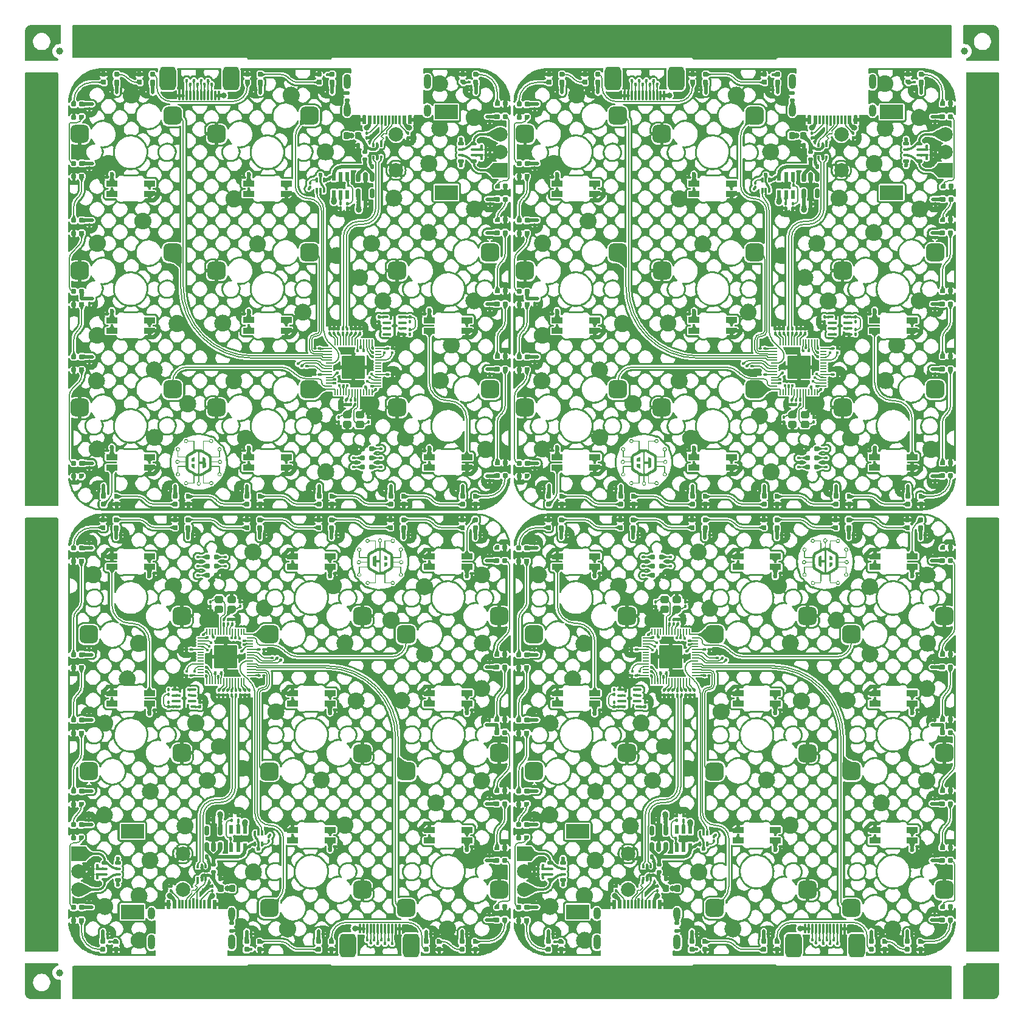
<source format=gbl>
G04 #@! TF.GenerationSoftware,KiCad,Pcbnew,7.0.0-da2b9df05c~165~ubuntu22.04.1*
G04 #@! TF.CreationDate,2023-04-26T22:06:20+00:00*
G04 #@! TF.ProjectId,pcb-panel,7063622d-7061-46e6-956c-2e6b69636164,5.0*
G04 #@! TF.SameCoordinates,Original*
G04 #@! TF.FileFunction,Copper,L4,Bot*
G04 #@! TF.FilePolarity,Positive*
%FSLAX46Y46*%
G04 Gerber Fmt 4.6, Leading zero omitted, Abs format (unit mm)*
G04 Created by KiCad (PCBNEW 7.0.0-da2b9df05c~165~ubuntu22.04.1) date 2023-04-26 22:06:20*
%MOMM*%
%LPD*%
G01*
G04 APERTURE LIST*
G04 Aperture macros list*
%AMRoundRect*
0 Rectangle with rounded corners*
0 $1 Rounding radius*
0 $2 $3 $4 $5 $6 $7 $8 $9 X,Y pos of 4 corners*
0 Add a 4 corners polygon primitive as box body*
4,1,4,$2,$3,$4,$5,$6,$7,$8,$9,$2,$3,0*
0 Add four circle primitives for the rounded corners*
1,1,$1+$1,$2,$3*
1,1,$1+$1,$4,$5*
1,1,$1+$1,$6,$7*
1,1,$1+$1,$8,$9*
0 Add four rect primitives between the rounded corners*
20,1,$1+$1,$2,$3,$4,$5,0*
20,1,$1+$1,$4,$5,$6,$7,0*
20,1,$1+$1,$6,$7,$8,$9,0*
20,1,$1+$1,$8,$9,$2,$3,0*%
%AMFreePoly0*
4,1,18,-0.410000,0.718000,-0.403758,0.749380,-0.385983,0.775983,-0.359380,0.793758,-0.328000,0.800000,0.000000,0.800000,0.410000,0.390000,0.410000,-0.718000,0.403758,-0.749380,0.385983,-0.775983,0.359380,-0.793758,0.328000,-0.800000,-0.328000,-0.800000,-0.359380,-0.793758,-0.385983,-0.775983,-0.403758,-0.749380,-0.410000,-0.718000,-0.410000,0.718000,-0.410000,0.718000,$1*%
%AMFreePoly1*
4,1,18,-0.400000,0.125000,-0.390485,0.172835,-0.363388,0.213388,-0.322835,0.240485,-0.275000,0.250000,0.275000,0.250000,0.322835,0.240485,0.363388,0.213388,0.390485,0.172835,0.400000,0.125000,0.400000,-0.125000,0.390485,-0.172835,0.363388,-0.213388,0.322835,-0.240485,0.275000,-0.250000,-0.150000,-0.250000,-0.400000,0.000000,-0.400000,0.125000,-0.400000,0.125000,$1*%
%AMFreePoly2*
4,1,18,-0.437500,0.050000,-0.433694,0.069134,-0.422855,0.085355,-0.406634,0.096194,-0.387500,0.100000,0.387500,0.100000,0.406634,0.096194,0.422855,0.085355,0.433694,0.069134,0.437500,0.050000,0.437500,-0.050000,0.433694,-0.069134,0.422855,-0.085355,0.406634,-0.096194,0.387500,-0.100000,-0.337500,-0.100000,-0.437500,0.000000,-0.437500,0.050000,-0.437500,0.050000,$1*%
%AMFreePoly3*
4,1,18,-0.350000,0.175000,-0.336679,0.241970,-0.298744,0.298744,-0.241970,0.336679,-0.175000,0.350000,0.175000,0.350000,0.241970,0.336679,0.298744,0.298744,0.336679,0.241970,0.350000,0.175000,0.350000,-0.175000,0.336679,-0.241970,0.298744,-0.298744,0.241970,-0.336679,0.175000,-0.350000,-0.070000,-0.350000,-0.350000,-0.070000,-0.350000,0.175000,-0.350000,0.175000,$1*%
%AMFreePoly4*
4,1,18,-0.605000,0.249400,-0.601910,0.264937,-0.593109,0.278109,-0.579937,0.286910,-0.564400,0.290000,0.564400,0.290000,0.579937,0.286910,0.593109,0.278109,0.601910,0.264937,0.605000,0.249400,0.605000,-0.249400,0.601910,-0.264937,0.593109,-0.278109,0.579937,-0.286910,0.564400,-0.290000,-0.315000,-0.290000,-0.605000,0.000000,-0.605000,0.249400,-0.605000,0.249400,$1*%
%AMFreePoly5*
4,1,18,-0.200000,0.200000,0.000000,0.400000,0.100000,0.400000,0.138268,0.392388,0.170711,0.370711,0.192388,0.338268,0.200000,0.300000,0.200000,-0.300000,0.192388,-0.338268,0.170711,-0.370711,0.138268,-0.392388,0.100000,-0.400000,-0.100000,-0.400000,-0.138268,-0.392388,-0.170711,-0.370711,-0.192388,-0.338268,-0.200000,-0.300000,-0.200000,0.200000,-0.200000,0.200000,$1*%
%AMFreePoly6*
4,1,18,-0.350000,0.085000,-0.343530,0.117528,-0.325104,0.145104,-0.297528,0.163530,-0.265000,0.170000,0.265000,0.170000,0.297528,0.163530,0.325104,0.145104,0.343530,0.117528,0.350000,0.085000,0.350000,-0.085000,0.343530,-0.117528,0.325104,-0.145104,0.297528,-0.163530,0.265000,-0.170000,-0.180000,-0.170000,-0.350000,0.000000,-0.350000,0.085000,-0.350000,0.085000,$1*%
%AMFreePoly7*
4,1,18,-0.250000,0.093750,-0.242864,0.129627,-0.222541,0.160041,-0.192127,0.180364,-0.156250,0.187500,0.156250,0.187500,0.192127,0.180364,0.222541,0.160041,0.242864,0.129627,0.250000,0.093750,0.250000,-0.093750,0.242864,-0.129627,0.222541,-0.160041,0.192127,-0.180364,0.156250,-0.187500,-0.062500,-0.187500,-0.250000,0.000000,-0.250000,0.093750,-0.250000,0.093750,$1*%
%AMFreePoly8*
4,1,18,-0.662500,0.150000,-0.651082,0.207403,-0.618566,0.256066,-0.569903,0.288582,-0.512500,0.300000,0.512500,0.300000,0.569903,0.288582,0.618566,0.256066,0.651082,0.207403,0.662500,0.150000,0.662500,-0.150000,0.651082,-0.207403,0.618566,-0.256066,0.569903,-0.288582,0.512500,-0.300000,-0.362500,-0.300000,-0.662500,0.000000,-0.662500,0.150000,-0.662500,0.150000,$1*%
%AMFreePoly9*
4,1,18,-0.575000,0.200000,-0.275000,0.500000,0.325000,0.500000,0.420671,0.480970,0.501777,0.426777,0.555970,0.345671,0.575000,0.250000,0.575000,-0.250000,0.555970,-0.345671,0.501777,-0.426777,0.420671,-0.480970,0.325000,-0.500000,-0.325000,-0.500000,-0.420671,-0.480970,-0.501777,-0.426777,-0.555970,-0.345671,-0.575000,-0.250000,-0.575000,0.200000,-0.575000,0.200000,$1*%
G04 Aperture macros list end*
G04 #@! TA.AperFunction,SMDPad,CuDef*
%ADD10RoundRect,0.625000X-0.650000X-0.625000X0.650000X-0.625000X0.650000X0.625000X-0.650000X0.625000X0*%
G04 #@! TD*
G04 #@! TA.AperFunction,SMDPad,CuDef*
%ADD11RoundRect,0.625000X0.650000X0.625000X-0.650000X0.625000X-0.650000X-0.625000X0.650000X-0.625000X0*%
G04 #@! TD*
G04 #@! TA.AperFunction,SMDPad,CuDef*
%ADD12RoundRect,0.082000X-0.718000X0.328000X-0.718000X-0.328000X0.718000X-0.328000X0.718000X0.328000X0*%
G04 #@! TD*
G04 #@! TA.AperFunction,SMDPad,CuDef*
%ADD13FreePoly0,270.000000*%
G04 #@! TD*
G04 #@! TA.AperFunction,SMDPad,CuDef*
%ADD14RoundRect,0.082000X0.718000X-0.328000X0.718000X0.328000X-0.718000X0.328000X-0.718000X-0.328000X0*%
G04 #@! TD*
G04 #@! TA.AperFunction,SMDPad,CuDef*
%ADD15FreePoly0,90.000000*%
G04 #@! TD*
G04 #@! TA.AperFunction,ComponentPad*
%ADD16R,2.000000X2.000000*%
G04 #@! TD*
G04 #@! TA.AperFunction,ComponentPad*
%ADD17C,2.000000*%
G04 #@! TD*
G04 #@! TA.AperFunction,ComponentPad*
%ADD18R,3.200000X2.000000*%
G04 #@! TD*
G04 #@! TA.AperFunction,SMDPad,CuDef*
%ADD19RoundRect,0.100000X-0.130000X-0.100000X0.130000X-0.100000X0.130000X0.100000X-0.130000X0.100000X0*%
G04 #@! TD*
G04 #@! TA.AperFunction,SMDPad,CuDef*
%ADD20RoundRect,0.100000X0.130000X0.100000X-0.130000X0.100000X-0.130000X-0.100000X0.130000X-0.100000X0*%
G04 #@! TD*
G04 #@! TA.AperFunction,SMDPad,CuDef*
%ADD21FreePoly1,180.000000*%
G04 #@! TD*
G04 #@! TA.AperFunction,SMDPad,CuDef*
%ADD22RoundRect,0.100000X0.300000X0.100000X-0.300000X0.100000X-0.300000X-0.100000X0.300000X-0.100000X0*%
G04 #@! TD*
G04 #@! TA.AperFunction,SMDPad,CuDef*
%ADD23RoundRect,0.125000X0.275000X0.125000X-0.275000X0.125000X-0.275000X-0.125000X0.275000X-0.125000X0*%
G04 #@! TD*
G04 #@! TA.AperFunction,SMDPad,CuDef*
%ADD24FreePoly1,0.000000*%
G04 #@! TD*
G04 #@! TA.AperFunction,SMDPad,CuDef*
%ADD25RoundRect,0.100000X-0.300000X-0.100000X0.300000X-0.100000X0.300000X0.100000X-0.300000X0.100000X0*%
G04 #@! TD*
G04 #@! TA.AperFunction,SMDPad,CuDef*
%ADD26RoundRect,0.125000X-0.275000X-0.125000X0.275000X-0.125000X0.275000X0.125000X-0.275000X0.125000X0*%
G04 #@! TD*
G04 #@! TA.AperFunction,SMDPad,CuDef*
%ADD27FreePoly2,180.000000*%
G04 #@! TD*
G04 #@! TA.AperFunction,SMDPad,CuDef*
%ADD28RoundRect,0.050000X0.387500X0.050000X-0.387500X0.050000X-0.387500X-0.050000X0.387500X-0.050000X0*%
G04 #@! TD*
G04 #@! TA.AperFunction,SMDPad,CuDef*
%ADD29RoundRect,0.050000X0.050000X0.387500X-0.050000X0.387500X-0.050000X-0.387500X0.050000X-0.387500X0*%
G04 #@! TD*
G04 #@! TA.AperFunction,ComponentPad*
%ADD30C,0.600000*%
G04 #@! TD*
G04 #@! TA.AperFunction,SMDPad,CuDef*
%ADD31RoundRect,0.144000X1.456000X1.456000X-1.456000X1.456000X-1.456000X-1.456000X1.456000X-1.456000X0*%
G04 #@! TD*
G04 #@! TA.AperFunction,SMDPad,CuDef*
%ADD32FreePoly2,0.000000*%
G04 #@! TD*
G04 #@! TA.AperFunction,SMDPad,CuDef*
%ADD33RoundRect,0.050000X-0.387500X-0.050000X0.387500X-0.050000X0.387500X0.050000X-0.387500X0.050000X0*%
G04 #@! TD*
G04 #@! TA.AperFunction,SMDPad,CuDef*
%ADD34RoundRect,0.050000X-0.050000X-0.387500X0.050000X-0.387500X0.050000X0.387500X-0.050000X0.387500X0*%
G04 #@! TD*
G04 #@! TA.AperFunction,SMDPad,CuDef*
%ADD35RoundRect,0.144000X-1.456000X-1.456000X1.456000X-1.456000X1.456000X1.456000X-1.456000X1.456000X0*%
G04 #@! TD*
G04 #@! TA.AperFunction,SMDPad,CuDef*
%ADD36FreePoly3,0.000000*%
G04 #@! TD*
G04 #@! TA.AperFunction,SMDPad,CuDef*
%ADD37RoundRect,0.175000X-0.175000X-0.175000X0.175000X-0.175000X0.175000X0.175000X-0.175000X0.175000X0*%
G04 #@! TD*
G04 #@! TA.AperFunction,SMDPad,CuDef*
%ADD38FreePoly3,180.000000*%
G04 #@! TD*
G04 #@! TA.AperFunction,SMDPad,CuDef*
%ADD39RoundRect,0.175000X0.175000X0.175000X-0.175000X0.175000X-0.175000X-0.175000X0.175000X-0.175000X0*%
G04 #@! TD*
G04 #@! TA.AperFunction,SMDPad,CuDef*
%ADD40RoundRect,0.135000X-0.185000X0.135000X-0.185000X-0.135000X0.185000X-0.135000X0.185000X0.135000X0*%
G04 #@! TD*
G04 #@! TA.AperFunction,SMDPad,CuDef*
%ADD41RoundRect,0.135000X0.185000X-0.135000X0.185000X0.135000X-0.185000X0.135000X-0.185000X-0.135000X0*%
G04 #@! TD*
G04 #@! TA.AperFunction,SMDPad,CuDef*
%ADD42FreePoly4,270.000000*%
G04 #@! TD*
G04 #@! TA.AperFunction,SMDPad,CuDef*
%ADD43RoundRect,0.040600X-0.249400X0.564400X-0.249400X-0.564400X0.249400X-0.564400X0.249400X0.564400X0*%
G04 #@! TD*
G04 #@! TA.AperFunction,SMDPad,CuDef*
%ADD44FreePoly4,90.000000*%
G04 #@! TD*
G04 #@! TA.AperFunction,SMDPad,CuDef*
%ADD45RoundRect,0.040600X0.249400X-0.564400X0.249400X0.564400X-0.249400X0.564400X-0.249400X-0.564400X0*%
G04 #@! TD*
G04 #@! TA.AperFunction,SMDPad,CuDef*
%ADD46FreePoly3,90.000000*%
G04 #@! TD*
G04 #@! TA.AperFunction,SMDPad,CuDef*
%ADD47RoundRect,0.175000X0.175000X-0.175000X0.175000X0.175000X-0.175000X0.175000X-0.175000X-0.175000X0*%
G04 #@! TD*
G04 #@! TA.AperFunction,SMDPad,CuDef*
%ADD48FreePoly3,270.000000*%
G04 #@! TD*
G04 #@! TA.AperFunction,SMDPad,CuDef*
%ADD49RoundRect,0.175000X-0.175000X0.175000X-0.175000X-0.175000X0.175000X-0.175000X0.175000X0.175000X0*%
G04 #@! TD*
G04 #@! TA.AperFunction,SMDPad,CuDef*
%ADD50C,1.000000*%
G04 #@! TD*
G04 #@! TA.AperFunction,SMDPad,CuDef*
%ADD51RoundRect,0.218750X-0.218750X-0.256250X0.218750X-0.256250X0.218750X0.256250X-0.218750X0.256250X0*%
G04 #@! TD*
G04 #@! TA.AperFunction,SMDPad,CuDef*
%ADD52RoundRect,0.218750X0.218750X0.256250X-0.218750X0.256250X-0.218750X-0.256250X0.218750X-0.256250X0*%
G04 #@! TD*
G04 #@! TA.AperFunction,SMDPad,CuDef*
%ADD53RoundRect,0.100000X0.100000X-0.130000X0.100000X0.130000X-0.100000X0.130000X-0.100000X-0.130000X0*%
G04 #@! TD*
G04 #@! TA.AperFunction,SMDPad,CuDef*
%ADD54RoundRect,0.100000X-0.100000X0.130000X-0.100000X-0.130000X0.100000X-0.130000X0.100000X0.130000X0*%
G04 #@! TD*
G04 #@! TA.AperFunction,SMDPad,CuDef*
%ADD55RoundRect,0.140000X-0.140000X-0.170000X0.140000X-0.170000X0.140000X0.170000X-0.140000X0.170000X0*%
G04 #@! TD*
G04 #@! TA.AperFunction,SMDPad,CuDef*
%ADD56RoundRect,0.140000X0.140000X0.170000X-0.140000X0.170000X-0.140000X-0.170000X0.140000X-0.170000X0*%
G04 #@! TD*
G04 #@! TA.AperFunction,SMDPad,CuDef*
%ADD57FreePoly5,270.000000*%
G04 #@! TD*
G04 #@! TA.AperFunction,SMDPad,CuDef*
%ADD58RoundRect,0.100000X-0.300000X0.100000X-0.300000X-0.100000X0.300000X-0.100000X0.300000X0.100000X0*%
G04 #@! TD*
G04 #@! TA.AperFunction,SMDPad,CuDef*
%ADD59RoundRect,0.087500X0.087500X0.312500X-0.087500X0.312500X-0.087500X-0.312500X0.087500X-0.312500X0*%
G04 #@! TD*
G04 #@! TA.AperFunction,SMDPad,CuDef*
%ADD60FreePoly5,90.000000*%
G04 #@! TD*
G04 #@! TA.AperFunction,SMDPad,CuDef*
%ADD61RoundRect,0.100000X0.300000X-0.100000X0.300000X0.100000X-0.300000X0.100000X-0.300000X-0.100000X0*%
G04 #@! TD*
G04 #@! TA.AperFunction,SMDPad,CuDef*
%ADD62RoundRect,0.087500X-0.087500X-0.312500X0.087500X-0.312500X0.087500X0.312500X-0.087500X0.312500X0*%
G04 #@! TD*
G04 #@! TA.AperFunction,SMDPad,CuDef*
%ADD63FreePoly6,90.000000*%
G04 #@! TD*
G04 #@! TA.AperFunction,SMDPad,CuDef*
%ADD64RoundRect,0.085000X0.085000X-0.265000X0.085000X0.265000X-0.085000X0.265000X-0.085000X-0.265000X0*%
G04 #@! TD*
G04 #@! TA.AperFunction,SMDPad,CuDef*
%ADD65FreePoly6,270.000000*%
G04 #@! TD*
G04 #@! TA.AperFunction,SMDPad,CuDef*
%ADD66RoundRect,0.085000X-0.085000X0.265000X-0.085000X-0.265000X0.085000X-0.265000X0.085000X0.265000X0*%
G04 #@! TD*
G04 #@! TA.AperFunction,SMDPad,CuDef*
%ADD67FreePoly7,90.000000*%
G04 #@! TD*
G04 #@! TA.AperFunction,SMDPad,CuDef*
%ADD68RoundRect,0.075000X0.075000X-0.250000X0.075000X0.250000X-0.075000X0.250000X-0.075000X-0.250000X0*%
G04 #@! TD*
G04 #@! TA.AperFunction,SMDPad,CuDef*
%ADD69RoundRect,0.093750X0.093750X-0.156250X0.093750X0.156250X-0.093750X0.156250X-0.093750X-0.156250X0*%
G04 #@! TD*
G04 #@! TA.AperFunction,SMDPad,CuDef*
%ADD70FreePoly7,270.000000*%
G04 #@! TD*
G04 #@! TA.AperFunction,SMDPad,CuDef*
%ADD71RoundRect,0.075000X-0.075000X0.250000X-0.075000X-0.250000X0.075000X-0.250000X0.075000X0.250000X0*%
G04 #@! TD*
G04 #@! TA.AperFunction,SMDPad,CuDef*
%ADD72RoundRect,0.093750X-0.093750X0.156250X-0.093750X-0.156250X0.093750X-0.156250X0.093750X0.156250X0*%
G04 #@! TD*
G04 #@! TA.AperFunction,SMDPad,CuDef*
%ADD73R,0.600000X1.150000*%
G04 #@! TD*
G04 #@! TA.AperFunction,SMDPad,CuDef*
%ADD74R,0.300000X1.150000*%
G04 #@! TD*
G04 #@! TA.AperFunction,ComponentPad*
%ADD75O,1.000000X1.700000*%
G04 #@! TD*
G04 #@! TA.AperFunction,ComponentPad*
%ADD76O,1.000000X2.100000*%
G04 #@! TD*
G04 #@! TA.AperFunction,SMDPad,CuDef*
%ADD77FreePoly8,270.000000*%
G04 #@! TD*
G04 #@! TA.AperFunction,SMDPad,CuDef*
%ADD78RoundRect,0.150000X-0.150000X0.512500X-0.150000X-0.512500X0.150000X-0.512500X0.150000X0.512500X0*%
G04 #@! TD*
G04 #@! TA.AperFunction,SMDPad,CuDef*
%ADD79FreePoly8,90.000000*%
G04 #@! TD*
G04 #@! TA.AperFunction,SMDPad,CuDef*
%ADD80RoundRect,0.150000X0.150000X-0.512500X0.150000X0.512500X-0.150000X0.512500X-0.150000X-0.512500X0*%
G04 #@! TD*
G04 #@! TA.AperFunction,SMDPad,CuDef*
%ADD81FreePoly9,0.000000*%
G04 #@! TD*
G04 #@! TA.AperFunction,SMDPad,CuDef*
%ADD82RoundRect,0.250000X-0.325000X-0.250000X0.325000X-0.250000X0.325000X0.250000X-0.325000X0.250000X0*%
G04 #@! TD*
G04 #@! TA.AperFunction,SMDPad,CuDef*
%ADD83FreePoly9,180.000000*%
G04 #@! TD*
G04 #@! TA.AperFunction,SMDPad,CuDef*
%ADD84RoundRect,0.250000X0.325000X0.250000X-0.325000X0.250000X-0.325000X-0.250000X0.325000X-0.250000X0*%
G04 #@! TD*
G04 #@! TA.AperFunction,SMDPad,CuDef*
%ADD85RoundRect,0.075000X-0.075000X-0.575000X0.075000X-0.575000X0.075000X0.575000X-0.075000X0.575000X0*%
G04 #@! TD*
G04 #@! TA.AperFunction,SMDPad,CuDef*
%ADD86RoundRect,0.575000X-0.575000X-1.075000X0.575000X-1.075000X0.575000X1.075000X-0.575000X1.075000X0*%
G04 #@! TD*
G04 #@! TA.AperFunction,SMDPad,CuDef*
%ADD87RoundRect,0.075000X0.075000X0.575000X-0.075000X0.575000X-0.075000X-0.575000X0.075000X-0.575000X0*%
G04 #@! TD*
G04 #@! TA.AperFunction,SMDPad,CuDef*
%ADD88RoundRect,0.575000X0.575000X1.075000X-0.575000X1.075000X-0.575000X-1.075000X0.575000X-1.075000X0*%
G04 #@! TD*
G04 #@! TA.AperFunction,SMDPad,CuDef*
%ADD89C,0.787000*%
G04 #@! TD*
G04 #@! TA.AperFunction,ViaPad*
%ADD90C,0.450000*%
G04 #@! TD*
G04 #@! TA.AperFunction,ViaPad*
%ADD91C,0.800000*%
G04 #@! TD*
G04 #@! TA.AperFunction,ViaPad*
%ADD92C,0.600000*%
G04 #@! TD*
G04 #@! TA.AperFunction,Conductor*
%ADD93C,0.200000*%
G04 #@! TD*
G04 #@! TA.AperFunction,Conductor*
%ADD94C,0.300000*%
G04 #@! TD*
G04 #@! TA.AperFunction,Conductor*
%ADD95C,0.500000*%
G04 #@! TD*
G04 #@! TA.AperFunction,Conductor*
%ADD96C,0.350000*%
G04 #@! TD*
G04 #@! TA.AperFunction,Conductor*
%ADD97C,0.400000*%
G04 #@! TD*
G04 APERTURE END LIST*
G04 #@! TO.C,G\u002A\u002A\u002A*
G36*
X112631655Y60530332D02*
G01*
X112482129Y60462192D01*
X112459283Y60451781D01*
X112412117Y60430288D01*
X112365375Y60408990D01*
X112321909Y60389185D01*
X112284571Y60372173D01*
X112256214Y60359254D01*
X112179825Y60324457D01*
X112179825Y60960708D01*
X112635081Y60960708D01*
X112631655Y60530332D01*
G37*
G36*
X112252963Y61934334D02*
G01*
X112267491Y61927724D01*
X112300201Y61912821D01*
X112340421Y61894481D01*
X112385425Y61873947D01*
X112432486Y61852462D01*
X112478878Y61831270D01*
X112631655Y61761461D01*
X112635081Y61331273D01*
X112179825Y61331273D01*
X112179825Y61967589D01*
X112252963Y61934334D01*
G37*
G36*
X111339798Y64042253D02*
G01*
X111458483Y64042253D01*
X111463344Y63998628D01*
X111479077Y63956682D01*
X111504529Y63921969D01*
X111538504Y63895688D01*
X111579803Y63879040D01*
X111627227Y63873224D01*
X111670738Y63878069D01*
X111712615Y63893804D01*
X111747263Y63919299D01*
X111773509Y63953380D01*
X111790183Y63994873D01*
X111796115Y64042602D01*
X111795772Y64055176D01*
X111787088Y64101218D01*
X111767114Y64141127D01*
X111736399Y64174053D01*
X111695489Y64199144D01*
X111668895Y64207713D01*
X111628815Y64211604D01*
X111587739Y64207155D01*
X111550643Y64194525D01*
X111546492Y64192397D01*
X111508409Y64165682D01*
X111480860Y64131444D01*
X111464124Y64090146D01*
X111458483Y64042253D01*
X111339798Y64042253D01*
X111338821Y64065220D01*
X111348070Y64120550D01*
X111368350Y64172804D01*
X111398646Y64220406D01*
X111437940Y64261780D01*
X111485217Y64295351D01*
X111539462Y64319541D01*
X111558309Y64323580D01*
X111590373Y64326251D01*
X111630478Y64326425D01*
X111649588Y64325799D01*
X111676483Y64323919D01*
X111697418Y64320283D01*
X111716923Y64313962D01*
X111739527Y64304023D01*
X111753625Y64296905D01*
X111801639Y64263990D01*
X111841196Y64222684D01*
X111871572Y64174728D01*
X111892039Y64121864D01*
X111901870Y64065834D01*
X111900339Y64008377D01*
X111886719Y63951237D01*
X111882006Y63939377D01*
X111862080Y63902649D01*
X111835620Y63866397D01*
X111806184Y63835728D01*
X111786263Y63820143D01*
X111760798Y63803586D01*
X111734893Y63789379D01*
X111712081Y63779445D01*
X111695892Y63775706D01*
X111694076Y63775004D01*
X111692209Y63771799D01*
X111690640Y63765118D01*
X111689342Y63754008D01*
X111688292Y63737517D01*
X111687463Y63714692D01*
X111686831Y63684580D01*
X111686370Y63646229D01*
X111686056Y63598686D01*
X111685862Y63540999D01*
X111685765Y63472214D01*
X111685738Y63391380D01*
X111685738Y63007054D01*
X111700365Y63011424D01*
X111701023Y63011614D01*
X111715365Y63014827D01*
X111737686Y63018940D01*
X111763447Y63023113D01*
X111770437Y63024052D01*
X111812054Y63026398D01*
X111861031Y63024980D01*
X111913235Y63020155D01*
X111964534Y63012281D01*
X112010795Y63001715D01*
X112032104Y62995170D01*
X112075590Y62979011D01*
X112120359Y62959392D01*
X112161756Y62938422D01*
X112195126Y62918210D01*
X112207102Y62910181D01*
X112221145Y62901445D01*
X112228130Y62898051D01*
X112228457Y62900129D01*
X112229019Y62913447D01*
X112229559Y62938266D01*
X112230069Y62973628D01*
X112230542Y63018577D01*
X112230971Y63072157D01*
X112231349Y63133410D01*
X112231668Y63201380D01*
X112231921Y63275110D01*
X112232102Y63353642D01*
X112232201Y63436021D01*
X112232297Y63522987D01*
X112232504Y63616832D01*
X112232821Y63698763D01*
X112233256Y63769374D01*
X112233817Y63829263D01*
X112234514Y63879023D01*
X112235354Y63919250D01*
X112236347Y63950541D01*
X112237502Y63973490D01*
X112238112Y63980493D01*
X113213508Y63980493D01*
X113213705Y63972329D01*
X113221683Y63928878D01*
X113240016Y63890342D01*
X113266888Y63857842D01*
X113300483Y63832495D01*
X113338984Y63815422D01*
X113380575Y63807742D01*
X113423440Y63810575D01*
X113465761Y63825039D01*
X113478603Y63832167D01*
X113513681Y63860485D01*
X113540827Y63896416D01*
X113558353Y63937304D01*
X113564571Y63980493D01*
X113563892Y63994635D01*
X113553810Y64037366D01*
X113532968Y64076933D01*
X113503056Y64110678D01*
X113465761Y64135946D01*
X113446185Y64144522D01*
X113420349Y64150972D01*
X113389040Y64152773D01*
X113383456Y64152685D01*
X113338399Y64145323D01*
X113297836Y64127268D01*
X113263416Y64100138D01*
X113236789Y64065554D01*
X113219603Y64025132D01*
X113213508Y63980493D01*
X112238112Y63980493D01*
X112238826Y63988693D01*
X112240328Y63996745D01*
X112249593Y64014138D01*
X112270841Y64030866D01*
X112273948Y64032291D01*
X112280139Y64034403D01*
X112288427Y64036195D01*
X112299805Y64037693D01*
X112315264Y64038923D01*
X112335794Y64039912D01*
X112362388Y64040684D01*
X112396037Y64041267D01*
X112437731Y64041686D01*
X112488463Y64041967D01*
X112549223Y64042136D01*
X112621003Y64042220D01*
X112704793Y64042243D01*
X112727656Y64042245D01*
X112808262Y64042287D01*
X112877025Y64042399D01*
X112934867Y64042604D01*
X112982708Y64042925D01*
X113021470Y64043386D01*
X113052075Y64044007D01*
X113075444Y64044814D01*
X113092498Y64045827D01*
X113104158Y64047070D01*
X113111346Y64048566D01*
X113114983Y64050338D01*
X113115991Y64052408D01*
X113119149Y64066928D01*
X113128635Y64089319D01*
X113142556Y64115099D01*
X113158990Y64140737D01*
X113176013Y64162699D01*
X113177967Y64164897D01*
X113221469Y64204437D01*
X113269952Y64233051D01*
X113321809Y64250967D01*
X113375436Y64258415D01*
X113429228Y64255622D01*
X113481580Y64242817D01*
X113530886Y64220228D01*
X113575541Y64188084D01*
X113613941Y64146613D01*
X113644479Y64096043D01*
X113648921Y64086551D01*
X113656562Y64068510D01*
X113661375Y64052255D01*
X113664010Y64034090D01*
X113665114Y64010317D01*
X113665338Y63977242D01*
X113665307Y63961255D01*
X113664774Y63932742D01*
X113663074Y63911902D01*
X113659557Y63895036D01*
X113653575Y63878448D01*
X113644479Y63858441D01*
X113624592Y63823198D01*
X113588412Y63779101D01*
X113545092Y63743782D01*
X113496330Y63717714D01*
X113443826Y63701372D01*
X113389281Y63695231D01*
X113334394Y63699767D01*
X113280865Y63715453D01*
X113230394Y63742765D01*
X113228590Y63744024D01*
X113202278Y63765919D01*
X113176394Y63793199D01*
X113152881Y63823160D01*
X113133682Y63853096D01*
X113120737Y63880303D01*
X113115991Y63902076D01*
X113115477Y63903671D01*
X113112600Y63905588D01*
X113106336Y63907200D01*
X113095725Y63908532D01*
X113079805Y63909610D01*
X113057614Y63910461D01*
X113028190Y63911109D01*
X112990571Y63911582D01*
X112943797Y63911904D01*
X112886906Y63912103D01*
X112818935Y63912203D01*
X112738924Y63912230D01*
X112361858Y63912230D01*
X112361914Y63367759D01*
X112361970Y62823287D01*
X112736738Y62605499D01*
X112814647Y62560200D01*
X112889590Y62516539D01*
X112954835Y62478385D01*
X113011197Y62445219D01*
X113059490Y62416525D01*
X113100530Y62391782D01*
X113135132Y62370474D01*
X113164111Y62352082D01*
X113188283Y62336088D01*
X113208462Y62321973D01*
X113225464Y62309220D01*
X113240105Y62297311D01*
X113253198Y62285727D01*
X113265560Y62273951D01*
X113278005Y62261464D01*
X113286508Y62252616D01*
X113332779Y62196715D01*
X113370448Y62135892D01*
X113400005Y62068839D01*
X113421942Y61994250D01*
X113436749Y61910817D01*
X113444918Y61817234D01*
X113449441Y61727843D01*
X114455228Y61727843D01*
X114455228Y62499422D01*
X114429832Y62507031D01*
X114418079Y62511382D01*
X114387925Y62527920D01*
X114356347Y62551184D01*
X114327150Y62578180D01*
X114304138Y62605915D01*
X114281152Y62643718D01*
X114264238Y62685408D01*
X114255870Y62729995D01*
X114255121Y62768028D01*
X114357997Y62768028D01*
X114362857Y62724402D01*
X114378590Y62682456D01*
X114404043Y62647743D01*
X114438018Y62621462D01*
X114479316Y62604814D01*
X114526741Y62598998D01*
X114570251Y62603844D01*
X114612129Y62619578D01*
X114646776Y62645073D01*
X114673023Y62679154D01*
X114689697Y62720647D01*
X114695628Y62768377D01*
X114695286Y62780951D01*
X114686601Y62826992D01*
X114666628Y62866901D01*
X114635913Y62899827D01*
X114595003Y62924918D01*
X114568409Y62933487D01*
X114528329Y62937378D01*
X114487252Y62932929D01*
X114450156Y62920299D01*
X114446005Y62918172D01*
X114407923Y62891456D01*
X114380373Y62857218D01*
X114363638Y62815920D01*
X114357997Y62768028D01*
X114255121Y62768028D01*
X114254850Y62781759D01*
X114255772Y62801426D01*
X114258091Y62827271D01*
X114262381Y62847925D01*
X114269816Y62868299D01*
X114281576Y62893306D01*
X114297882Y62922190D01*
X114333910Y62967653D01*
X114376747Y63003644D01*
X114424802Y63029901D01*
X114476486Y63046159D01*
X114530208Y63052156D01*
X114584379Y63047626D01*
X114637406Y63032308D01*
X114687702Y63005937D01*
X114733674Y62968249D01*
X114759027Y62938903D01*
X114788585Y62890054D01*
X114808094Y62836806D01*
X114816707Y62781710D01*
X114813578Y62727318D01*
X114802175Y62684154D01*
X114782356Y62638248D01*
X114756844Y62596820D01*
X114727861Y62564102D01*
X114724913Y62561502D01*
X114700089Y62542381D01*
X114671896Y62524358D01*
X114643670Y62509243D01*
X114618748Y62498847D01*
X114600466Y62494979D01*
X114585251Y62494979D01*
X114585241Y62077280D01*
X114585230Y62016433D01*
X114585169Y61940518D01*
X114585031Y61875931D01*
X114584791Y61821687D01*
X114584424Y61776805D01*
X114583904Y61740301D01*
X114583207Y61711193D01*
X114582306Y61688499D01*
X114581177Y61671235D01*
X114579793Y61658418D01*
X114578130Y61649067D01*
X114576162Y61642197D01*
X114573864Y61636827D01*
X114562160Y61620072D01*
X114539743Y61606314D01*
X114533959Y61605111D01*
X114520292Y61603746D01*
X114498994Y61602554D01*
X114469468Y61601526D01*
X114431117Y61600653D01*
X114383344Y61599926D01*
X114325553Y61599337D01*
X114257146Y61598878D01*
X114177528Y61598539D01*
X114086101Y61598312D01*
X113982270Y61598187D01*
X113447550Y61597820D01*
X113447606Y61378407D01*
X113447664Y61344146D01*
X113447942Y61291823D01*
X113448422Y61243377D01*
X113449073Y61200632D01*
X113449867Y61165415D01*
X113450774Y61139550D01*
X113451763Y61124862D01*
X113455862Y61090731D01*
X114316646Y61090731D01*
X114324255Y61116127D01*
X114328605Y61127880D01*
X114345144Y61158034D01*
X114368408Y61189612D01*
X114395404Y61218809D01*
X114423138Y61241821D01*
X114460942Y61264807D01*
X114502631Y61281721D01*
X114547218Y61290089D01*
X114598983Y61291109D01*
X114618650Y61290187D01*
X114644495Y61287868D01*
X114665148Y61283578D01*
X114685522Y61276142D01*
X114710530Y61264383D01*
X114739274Y61248158D01*
X114784703Y61212155D01*
X114820689Y61169316D01*
X114846966Y61121237D01*
X114863268Y61069514D01*
X114869331Y61015744D01*
X114864887Y60961522D01*
X114849670Y60908445D01*
X114823416Y60858109D01*
X114785858Y60812110D01*
X114755220Y60785838D01*
X114706557Y60756922D01*
X114653406Y60737773D01*
X114598493Y60729293D01*
X114544541Y60732381D01*
X114501378Y60743784D01*
X114455472Y60763603D01*
X114414044Y60789115D01*
X114381326Y60818098D01*
X114378726Y60821046D01*
X114359605Y60845870D01*
X114341582Y60874063D01*
X114326467Y60902289D01*
X114316071Y60927211D01*
X114312203Y60945493D01*
X114312203Y60960708D01*
X113453597Y60960708D01*
X113454634Y60687659D01*
X113455672Y60414611D01*
X113986331Y60414244D01*
X114064114Y60414161D01*
X114158321Y60413960D01*
X114240568Y60413648D01*
X114311452Y60413217D01*
X114371571Y60412657D01*
X114421525Y60411961D01*
X114461911Y60411119D01*
X114493328Y60410122D01*
X114516373Y60408962D01*
X114531645Y60407630D01*
X114539743Y60406117D01*
X114557136Y60396852D01*
X114573864Y60375604D01*
X114575171Y60372780D01*
X114577307Y60366654D01*
X114579121Y60358477D01*
X114580637Y60347254D01*
X114581882Y60331989D01*
X114582882Y60311688D01*
X114583664Y60285353D01*
X114584254Y60251991D01*
X114584678Y60210604D01*
X114584962Y60160197D01*
X114585133Y60099775D01*
X114585218Y60028342D01*
X114585241Y59944903D01*
X114585251Y59536955D01*
X114598950Y59536955D01*
X114602876Y59536671D01*
X114622912Y59531034D01*
X114648783Y59519552D01*
X114677095Y59504039D01*
X114704452Y59486314D01*
X114727462Y59468191D01*
X114754054Y59438814D01*
X114780318Y59397573D01*
X114800901Y59351432D01*
X114813578Y59304617D01*
X114817005Y59266110D01*
X114811699Y59211192D01*
X114795471Y59157268D01*
X114769221Y59107062D01*
X114733849Y59063300D01*
X114709234Y59041257D01*
X114660610Y59009853D01*
X114608558Y58989635D01*
X114554664Y58980337D01*
X114500512Y58981694D01*
X114447689Y58993440D01*
X114397780Y59015312D01*
X114352368Y59047042D01*
X114313041Y59088367D01*
X114281382Y59139020D01*
X114273076Y59156054D01*
X114265325Y59173895D01*
X114260579Y59189844D01*
X114258112Y59207623D01*
X114257200Y59230957D01*
X114257115Y59263570D01*
X114257117Y59263907D01*
X114351210Y59263907D01*
X114351298Y59258323D01*
X114358660Y59213266D01*
X114376715Y59172703D01*
X114403845Y59138284D01*
X114438429Y59111656D01*
X114478851Y59094471D01*
X114523491Y59088376D01*
X114531654Y59088572D01*
X114575105Y59096550D01*
X114613641Y59114883D01*
X114646141Y59141756D01*
X114671488Y59175351D01*
X114688561Y59213852D01*
X114696241Y59255443D01*
X114693408Y59298307D01*
X114678944Y59340629D01*
X114674932Y59348193D01*
X114648395Y59384005D01*
X114614497Y59412084D01*
X114576229Y59429833D01*
X114561175Y59433672D01*
X114514898Y59437672D01*
X114471430Y59430323D01*
X114432341Y59412785D01*
X114399203Y59386215D01*
X114373588Y59351773D01*
X114357066Y59310618D01*
X114351210Y59263907D01*
X114257117Y59263907D01*
X114257170Y59272478D01*
X114258926Y59313850D01*
X114264061Y59347045D01*
X114273834Y59376013D01*
X114289500Y59404707D01*
X114312317Y59437080D01*
X114312756Y59437657D01*
X114332931Y59459758D01*
X114359024Y59482394D01*
X114387444Y59502960D01*
X114414600Y59518851D01*
X114436901Y59527462D01*
X114455228Y59531487D01*
X114455228Y60291089D01*
X113940012Y60291018D01*
X113424796Y60290948D01*
X113407121Y60243885D01*
X113400100Y60226096D01*
X113362979Y60150802D01*
X113315980Y60079061D01*
X113261268Y60013875D01*
X113201009Y59958242D01*
X113196828Y59955028D01*
X113175996Y59940555D01*
X113144377Y59920095D01*
X113102407Y59893912D01*
X113050521Y59862270D01*
X112989153Y59825432D01*
X112918740Y59783662D01*
X112839716Y59737224D01*
X112752516Y59686381D01*
X112355480Y59455691D01*
X112355356Y58191217D01*
X113114958Y58191217D01*
X113119172Y58210404D01*
X113125750Y58228322D01*
X113139528Y58253731D01*
X113157606Y58281075D01*
X113177415Y58306503D01*
X113196386Y58326164D01*
X113215352Y58341240D01*
X113263747Y58369373D01*
X113316893Y58388197D01*
X113371640Y58396774D01*
X113424837Y58394167D01*
X113464150Y58385035D01*
X113518376Y58362630D01*
X113565309Y58331184D01*
X113604255Y58292096D01*
X113634526Y58246766D01*
X113655429Y58196593D01*
X113666274Y58142978D01*
X113666369Y58087319D01*
X113655024Y58031016D01*
X113631547Y57975470D01*
X113612993Y57947680D01*
X113580723Y57912865D01*
X113542238Y57881844D01*
X113501240Y57857957D01*
X113494632Y57854987D01*
X113442266Y57838943D01*
X113386670Y57833541D01*
X113330809Y57838550D01*
X113277648Y57853744D01*
X113230152Y57878893D01*
X113227992Y57880401D01*
X113199597Y57904135D01*
X113172162Y57933476D01*
X113147561Y57965723D01*
X113127667Y57998174D01*
X113114354Y58028128D01*
X113109495Y58052884D01*
X113109490Y58067328D01*
X112690845Y58069137D01*
X112665751Y58069246D01*
X112585076Y58069618D01*
X112516165Y58069992D01*
X112458053Y58070400D01*
X112409774Y58070874D01*
X112370365Y58071445D01*
X112338859Y58072144D01*
X112314292Y58073004D01*
X112295698Y58074055D01*
X112282113Y58075330D01*
X112272571Y58076860D01*
X112266108Y58078677D01*
X112261757Y58080812D01*
X112258554Y58083297D01*
X112257622Y58084181D01*
X112246560Y58099698D01*
X112238408Y58119053D01*
X112238341Y58119316D01*
X112237643Y58126205D01*
X113213794Y58126205D01*
X113218655Y58082580D01*
X113234388Y58040634D01*
X113259840Y58005920D01*
X113293815Y57979640D01*
X113335114Y57962991D01*
X113382538Y57957175D01*
X113426049Y57962021D01*
X113467926Y57977756D01*
X113502574Y58003251D01*
X113528820Y58037332D01*
X113545494Y58078825D01*
X113551426Y58126554D01*
X113551083Y58139128D01*
X113542399Y58185170D01*
X113522425Y58225079D01*
X113491710Y58258005D01*
X113450800Y58283095D01*
X113424206Y58291665D01*
X113384126Y58295556D01*
X113343050Y58291107D01*
X113305954Y58278477D01*
X113301803Y58276349D01*
X113263720Y58249634D01*
X113236171Y58215395D01*
X113219435Y58174098D01*
X113213794Y58126205D01*
X112237643Y58126205D01*
X112237169Y58130888D01*
X112236103Y58155073D01*
X112235148Y58191503D01*
X112234307Y58239810D01*
X112233584Y58299626D01*
X112232983Y58370582D01*
X112232507Y58452310D01*
X112232161Y58544441D01*
X112231947Y58646608D01*
X112231871Y58758442D01*
X112231865Y58786144D01*
X112231798Y58873340D01*
X112231659Y58956475D01*
X112231453Y59034655D01*
X112231187Y59106987D01*
X112230866Y59172575D01*
X112230494Y59230526D01*
X112230078Y59279946D01*
X112229623Y59319940D01*
X112229135Y59349614D01*
X112228620Y59368074D01*
X112228081Y59374426D01*
X112226302Y59373854D01*
X112214892Y59368859D01*
X112194945Y59359551D01*
X112168607Y59346941D01*
X112138021Y59332037D01*
X112123612Y59325048D01*
X112062378Y59297820D01*
X112007096Y59278071D01*
X111954571Y59264964D01*
X111901610Y59257664D01*
X111845016Y59255334D01*
X111834861Y59255328D01*
X111802522Y59255772D01*
X111777766Y59257448D01*
X111756292Y59261008D01*
X111733802Y59267103D01*
X111705997Y59276384D01*
X111689619Y59281791D01*
X111663668Y59289160D01*
X111643073Y59293526D01*
X111631234Y59294083D01*
X111626906Y59292928D01*
X111610172Y59288245D01*
X111586308Y59281418D01*
X111558965Y59273487D01*
X111516344Y59263392D01*
X111440890Y59255618D01*
X111361506Y59259167D01*
X111279417Y59273868D01*
X111195844Y59299548D01*
X111112011Y59336039D01*
X111048625Y59367778D01*
X111048589Y58755118D01*
X111048559Y58682866D01*
X111048390Y58569459D01*
X111048073Y58468573D01*
X111047609Y58380269D01*
X111046998Y58304607D01*
X111046241Y58241646D01*
X111045338Y58191446D01*
X111044291Y58154068D01*
X111043100Y58129572D01*
X111041765Y58118017D01*
X111041598Y58117414D01*
X111039231Y58108343D01*
X111036849Y58100537D01*
X111033525Y58093895D01*
X111028331Y58088320D01*
X111020338Y58083713D01*
X111008621Y58079974D01*
X110992250Y58077006D01*
X110970299Y58074708D01*
X110941839Y58072984D01*
X110905943Y58071734D01*
X110861684Y58070859D01*
X110808134Y58070260D01*
X110744364Y58069840D01*
X110669449Y58069498D01*
X110582459Y58069137D01*
X110164468Y58067328D01*
X110164463Y58052884D01*
X110164432Y58051234D01*
X110158860Y58025985D01*
X110144978Y57995744D01*
X110124657Y57963213D01*
X110099773Y57931094D01*
X110072199Y57902086D01*
X110043807Y57878893D01*
X110037881Y57874956D01*
X109989454Y57851127D01*
X109935759Y57837284D01*
X109879762Y57833655D01*
X109824426Y57840470D01*
X109772718Y57857957D01*
X109728087Y57883865D01*
X109684407Y57921623D01*
X109649502Y57966372D01*
X109624203Y58016423D01*
X109609337Y58070083D01*
X109605908Y58122955D01*
X109715889Y58122955D01*
X109716085Y58114791D01*
X109724063Y58071340D01*
X109742396Y58032805D01*
X109769269Y58000304D01*
X109802864Y57974957D01*
X109841365Y57957885D01*
X109882956Y57950205D01*
X109925820Y57953037D01*
X109968142Y57967501D01*
X109980983Y57974629D01*
X110016061Y58002947D01*
X110043208Y58038879D01*
X110060734Y58079767D01*
X110066951Y58122955D01*
X110066273Y58137097D01*
X110056190Y58179828D01*
X110035349Y58219395D01*
X110005436Y58253141D01*
X109968142Y58278409D01*
X109948565Y58286984D01*
X109922729Y58293434D01*
X109891420Y58295235D01*
X109885836Y58295147D01*
X109840779Y58287785D01*
X109800216Y58269730D01*
X109765797Y58242601D01*
X109739169Y58208016D01*
X109721984Y58167595D01*
X109715889Y58122955D01*
X109605908Y58122955D01*
X109605733Y58125661D01*
X109614220Y58181465D01*
X109624976Y58214426D01*
X109652549Y58268448D01*
X109689704Y58314297D01*
X109735488Y58351109D01*
X109788945Y58378021D01*
X109849121Y58394167D01*
X109872121Y58396751D01*
X109926387Y58394325D01*
X109980819Y58381126D01*
X110032264Y58358093D01*
X110077572Y58326164D01*
X110094431Y58308946D01*
X110114273Y58283951D01*
X110132659Y58256628D01*
X110147019Y58230829D01*
X110154786Y58210404D01*
X110159000Y58191217D01*
X110918602Y58191217D01*
X110918602Y59449339D01*
X110527097Y59680055D01*
X110489651Y59702152D01*
X110423736Y59741191D01*
X110360471Y59778838D01*
X110300927Y59814445D01*
X110246176Y59847366D01*
X110197288Y59876953D01*
X110155335Y59902559D01*
X110121389Y59923538D01*
X110096521Y59939241D01*
X110081801Y59949022D01*
X110060977Y59964575D01*
X110015365Y60003489D01*
X109972259Y60046452D01*
X109934742Y60090261D01*
X109905897Y60131715D01*
X109903251Y60136255D01*
X109887991Y60166139D01*
X109872914Y60200764D01*
X109860934Y60233530D01*
X109842661Y60290780D01*
X109320944Y60290934D01*
X108799226Y60291089D01*
X108799226Y59531487D01*
X108817554Y59527462D01*
X108818072Y59527345D01*
X108840555Y59518499D01*
X108867794Y59502444D01*
X108896198Y59481785D01*
X108922176Y59459129D01*
X108942137Y59437080D01*
X108946466Y59431294D01*
X108968066Y59399708D01*
X108982687Y59371148D01*
X108991596Y59341642D01*
X108996058Y59307219D01*
X108997339Y59263907D01*
X108997344Y59247405D01*
X108996871Y59219083D01*
X108995211Y59198389D01*
X108991723Y59181635D01*
X108985766Y59165136D01*
X108976698Y59145205D01*
X108966750Y59126018D01*
X108932779Y59077784D01*
X108890965Y59038096D01*
X108842944Y59007846D01*
X108790351Y58987923D01*
X108734821Y58979217D01*
X108677992Y58982619D01*
X108627528Y58996090D01*
X108576163Y59020938D01*
X108531200Y59054677D01*
X108493739Y59095813D01*
X108464880Y59142853D01*
X108445723Y59194303D01*
X108437369Y59248670D01*
X108438131Y59260656D01*
X108552183Y59260656D01*
X108552861Y59246514D01*
X108562943Y59203783D01*
X108583785Y59164216D01*
X108613697Y59130470D01*
X108650992Y59105203D01*
X108658404Y59101728D01*
X108700955Y59089416D01*
X108743726Y59088536D01*
X108784899Y59097970D01*
X108822660Y59116597D01*
X108855191Y59143299D01*
X108880677Y59176955D01*
X108897300Y59216448D01*
X108903245Y59260656D01*
X108902566Y59274798D01*
X108892484Y59317530D01*
X108871643Y59357097D01*
X108841730Y59390842D01*
X108804436Y59416110D01*
X108784859Y59424686D01*
X108759023Y59431136D01*
X108727714Y59432937D01*
X108722130Y59432849D01*
X108677073Y59425486D01*
X108636510Y59407431D01*
X108602090Y59380302D01*
X108575463Y59345718D01*
X108558278Y59305296D01*
X108552183Y59260656D01*
X108438131Y59260656D01*
X108440916Y59304462D01*
X108447452Y59332100D01*
X108463217Y59375420D01*
X108483976Y59416125D01*
X108507342Y59449023D01*
X108534314Y59474548D01*
X108568151Y59498842D01*
X108603921Y59518712D01*
X108636827Y59531116D01*
X108669203Y59539413D01*
X108669213Y59946132D01*
X108669220Y59991253D01*
X108669272Y60068158D01*
X108669399Y60133579D01*
X108669628Y60188513D01*
X108669983Y60233959D01*
X108670493Y60270914D01*
X108671183Y60300374D01*
X108672080Y60323337D01*
X108673210Y60340801D01*
X108674600Y60353762D01*
X108676275Y60363218D01*
X108678263Y60370166D01*
X108680590Y60375604D01*
X108692295Y60392360D01*
X108714711Y60406117D01*
X108721250Y60407423D01*
X108735420Y60408767D01*
X108757245Y60409941D01*
X108787317Y60410953D01*
X108826232Y60411813D01*
X108874583Y60412529D01*
X108932965Y60413109D01*
X109001972Y60413562D01*
X109082199Y60413896D01*
X109174239Y60414121D01*
X109278686Y60414244D01*
X109819907Y60414611D01*
X109819907Y60960708D01*
X108944710Y60960708D01*
X108936412Y60928332D01*
X108924110Y60895639D01*
X108904276Y60859872D01*
X108879999Y60826009D01*
X108854320Y60798846D01*
X108833625Y60783173D01*
X108794968Y60761270D01*
X108751948Y60743557D01*
X108709758Y60732420D01*
X108672413Y60728908D01*
X108617276Y60733876D01*
X108563202Y60749970D01*
X108512778Y60776333D01*
X108468596Y60812110D01*
X108446554Y60836724D01*
X108415150Y60885349D01*
X108394931Y60937401D01*
X108385633Y60991295D01*
X108386414Y61022468D01*
X108493672Y61022468D01*
X108493868Y61014305D01*
X108501847Y60970854D01*
X108520180Y60932318D01*
X108547052Y60899818D01*
X108580647Y60874471D01*
X108619148Y60857398D01*
X108660739Y60849718D01*
X108703604Y60852551D01*
X108745925Y60867015D01*
X108758767Y60874143D01*
X108793845Y60902461D01*
X108820991Y60938392D01*
X108838517Y60979280D01*
X108844734Y61022468D01*
X108844056Y61036611D01*
X108833974Y61079342D01*
X108813132Y61118909D01*
X108783220Y61152654D01*
X108745925Y61177922D01*
X108726349Y61186498D01*
X108700512Y61192948D01*
X108669203Y61194749D01*
X108663620Y61194661D01*
X108618563Y61187299D01*
X108578000Y61169243D01*
X108543580Y61142114D01*
X108516953Y61107530D01*
X108499767Y61067108D01*
X108493672Y61022468D01*
X108386414Y61022468D01*
X108386990Y61045447D01*
X108398737Y61098270D01*
X108420608Y61148179D01*
X108452339Y61193591D01*
X108493663Y61232918D01*
X108544317Y61264577D01*
X108561350Y61272883D01*
X108579192Y61280634D01*
X108595140Y61285380D01*
X108612920Y61287847D01*
X108636254Y61288759D01*
X108668866Y61288844D01*
X108677774Y61288789D01*
X108719147Y61287033D01*
X108752341Y61281898D01*
X108781309Y61272125D01*
X108810004Y61256459D01*
X108842376Y61233642D01*
X108842953Y61233203D01*
X108865054Y61213028D01*
X108887690Y61186935D01*
X108908257Y61158515D01*
X108924148Y61131359D01*
X108932758Y61109058D01*
X108936784Y61090731D01*
X109819907Y61090731D01*
X109819907Y61151748D01*
X110199486Y61151748D01*
X110199498Y61060656D01*
X110199612Y60972825D01*
X110199823Y60889231D01*
X110200123Y60810848D01*
X110200507Y60738649D01*
X110200968Y60673608D01*
X110201499Y60616700D01*
X110202094Y60568898D01*
X110202747Y60531176D01*
X110203451Y60504508D01*
X110204201Y60489869D01*
X110205357Y60478716D01*
X110215763Y60418986D01*
X110232271Y60364262D01*
X110253816Y60318231D01*
X110256120Y60314340D01*
X110265123Y60300143D01*
X110274962Y60286857D01*
X110286593Y60273823D01*
X110300973Y60260382D01*
X110319058Y60245875D01*
X110341802Y60229642D01*
X110370163Y60211025D01*
X110405097Y60189365D01*
X110447559Y60164002D01*
X110498506Y60134278D01*
X110558892Y60099533D01*
X110629676Y60059108D01*
X110653689Y60045410D01*
X110709794Y60013311D01*
X110762201Y59983195D01*
X110809824Y59955695D01*
X110851575Y59931443D01*
X110886366Y59911074D01*
X110913110Y59895219D01*
X110930719Y59884512D01*
X110938105Y59879587D01*
X110940251Y59877824D01*
X110953645Y59869020D01*
X110976322Y59855529D01*
X111006692Y59838196D01*
X111043169Y59817869D01*
X111084163Y59795394D01*
X111128087Y59771619D01*
X111173353Y59747390D01*
X111218373Y59723555D01*
X111261559Y59700960D01*
X111301324Y59680452D01*
X111336078Y59662879D01*
X111364233Y59649086D01*
X111384203Y59639921D01*
X111394399Y59636231D01*
X111400129Y59635548D01*
X111439204Y59637715D01*
X111474032Y59651747D01*
X111503355Y59676913D01*
X111523096Y59708035D01*
X111731160Y59708035D01*
X111745985Y59686036D01*
X111747733Y59683490D01*
X111773377Y59655711D01*
X111803870Y59639645D01*
X111840719Y59634473D01*
X111844363Y59634503D01*
X111850616Y59634857D01*
X111857443Y59635916D01*
X111865560Y59638055D01*
X111875688Y59641649D01*
X111888545Y59647075D01*
X111904849Y59654709D01*
X111925319Y59664927D01*
X111950673Y59678104D01*
X111981630Y59694615D01*
X112018908Y59714838D01*
X112063226Y59739148D01*
X112115302Y59767920D01*
X112175855Y59801530D01*
X112245603Y59840355D01*
X112325265Y59884770D01*
X112415559Y59935151D01*
X112483875Y59973277D01*
X112570639Y60021738D01*
X112647223Y60064620D01*
X112714310Y60102370D01*
X112772587Y60135434D01*
X112822736Y60164255D01*
X112865442Y60189280D01*
X112901391Y60210954D01*
X112931265Y60229723D01*
X112955750Y60246033D01*
X112975530Y60260327D01*
X112991289Y60273053D01*
X113003712Y60284655D01*
X113013484Y60295579D01*
X113021287Y60306270D01*
X113027808Y60317174D01*
X113033730Y60328736D01*
X113039737Y60341402D01*
X113060383Y60385356D01*
X113058238Y60788427D01*
X113058145Y60805403D01*
X113057597Y60893104D01*
X113056906Y60987946D01*
X113056625Y61022468D01*
X114409720Y61022468D01*
X114409917Y61014305D01*
X114417895Y60970854D01*
X114436228Y60932318D01*
X114463100Y60899818D01*
X114496695Y60874471D01*
X114535196Y60857398D01*
X114576787Y60849718D01*
X114619652Y60852551D01*
X114661973Y60867015D01*
X114674815Y60874143D01*
X114709893Y60902461D01*
X114737039Y60938392D01*
X114754565Y60979280D01*
X114760783Y61022468D01*
X114760104Y61036611D01*
X114750022Y61079342D01*
X114729180Y61118909D01*
X114699268Y61152654D01*
X114661973Y61177922D01*
X114642397Y61186498D01*
X114616561Y61192948D01*
X114585251Y61194749D01*
X114579668Y61194661D01*
X114534611Y61187299D01*
X114494048Y61169243D01*
X114459628Y61142114D01*
X114433001Y61107530D01*
X114415815Y61067108D01*
X114409720Y61022468D01*
X113056625Y61022468D01*
X113056099Y61087052D01*
X113055201Y61187543D01*
X113054240Y61286542D01*
X113053243Y61381171D01*
X113052234Y61468553D01*
X113051242Y61545811D01*
X113050879Y61572130D01*
X113049810Y61646062D01*
X113048802Y61708448D01*
X113047808Y61760390D01*
X113046780Y61802990D01*
X113045671Y61837350D01*
X113044433Y61864572D01*
X113043021Y61885759D01*
X113041385Y61902012D01*
X113039479Y61914433D01*
X113037256Y61924126D01*
X113034669Y61932191D01*
X113032991Y61936735D01*
X113028731Y61947440D01*
X113023848Y61957551D01*
X113017677Y61967511D01*
X113009554Y61977763D01*
X112998813Y61988749D01*
X112984789Y62000914D01*
X112966816Y62014700D01*
X112944231Y62030549D01*
X112916367Y62048906D01*
X112882560Y62070212D01*
X112842143Y62094911D01*
X112794454Y62123447D01*
X112738825Y62156261D01*
X112674592Y62193797D01*
X112601090Y62236498D01*
X112517654Y62284806D01*
X112423618Y62339166D01*
X112369456Y62370464D01*
X112286345Y62418469D01*
X112213348Y62460581D01*
X112149746Y62497190D01*
X112094823Y62528685D01*
X112047861Y62555454D01*
X112008142Y62577885D01*
X111974950Y62596369D01*
X111947566Y62611293D01*
X111925273Y62623046D01*
X111907355Y62632017D01*
X111893092Y62638595D01*
X111881769Y62643169D01*
X111872668Y62646127D01*
X111865070Y62647859D01*
X111858259Y62648753D01*
X111851517Y62649197D01*
X111844698Y62649420D01*
X111806222Y62644935D01*
X111774885Y62629945D01*
X111749647Y62603987D01*
X111734496Y62582745D01*
X111731160Y59708035D01*
X111523096Y59708035D01*
X111525919Y59712486D01*
X111527016Y59714887D01*
X111529181Y59720119D01*
X111531085Y59726085D01*
X111532745Y59733603D01*
X111534183Y59743492D01*
X111535418Y59756569D01*
X111536470Y59773651D01*
X111537359Y59795557D01*
X111538105Y59823105D01*
X111538728Y59857112D01*
X111539248Y59898396D01*
X111539684Y59947775D01*
X111540057Y60006067D01*
X111540386Y60074091D01*
X111540691Y60152662D01*
X111540993Y60242601D01*
X111541311Y60344723D01*
X111543160Y60947705D01*
X111081790Y60947705D01*
X111079835Y60675124D01*
X111079386Y60614501D01*
X111078899Y60558433D01*
X111078361Y60513013D01*
X111077705Y60476999D01*
X111076864Y60449154D01*
X111075771Y60428236D01*
X111074362Y60413008D01*
X111072567Y60402229D01*
X111070322Y60394661D01*
X111067560Y60389063D01*
X111064214Y60384197D01*
X111060806Y60379865D01*
X111040689Y60363122D01*
X111016172Y60357248D01*
X110985088Y60361624D01*
X110984894Y60361676D01*
X110970869Y60367061D01*
X110947364Y60377857D01*
X110916207Y60393149D01*
X110879223Y60412022D01*
X110838238Y60433561D01*
X110795080Y60456849D01*
X110635802Y60543936D01*
X110632484Y61739228D01*
X110783669Y61820979D01*
X110802161Y61830973D01*
X110850443Y61856961D01*
X110889199Y61877540D01*
X110919835Y61893336D01*
X110943759Y61904980D01*
X110962378Y61913098D01*
X110977099Y61918319D01*
X110989328Y61921270D01*
X111000472Y61922581D01*
X111011940Y61922878D01*
X111019523Y61922647D01*
X111046100Y61916231D01*
X111064140Y61900353D01*
X111074795Y61874119D01*
X111075129Y61872288D01*
X111076445Y61857188D01*
X111077657Y61831041D01*
X111078733Y61795419D01*
X111079636Y61751894D01*
X111080334Y61702036D01*
X111080792Y61647418D01*
X111080976Y61589611D01*
X111081131Y61331107D01*
X111310296Y61332815D01*
X111539462Y61334524D01*
X111539462Y61935880D01*
X111539433Y62038114D01*
X111539334Y62132163D01*
X111539155Y62214631D01*
X111538887Y62286245D01*
X111538519Y62347727D01*
X111538041Y62399802D01*
X111537443Y62443194D01*
X111536716Y62478629D01*
X111535848Y62506830D01*
X111534830Y62528521D01*
X111533653Y62544427D01*
X111532305Y62555272D01*
X111530777Y62561781D01*
X111518957Y62586711D01*
X111493837Y62617381D01*
X111461717Y62638787D01*
X111442772Y62645908D01*
X111408970Y62649926D01*
X111373682Y62642048D01*
X111368845Y62639955D01*
X111351435Y62631225D01*
X111324337Y62616840D01*
X111288573Y62597386D01*
X111245170Y62573447D01*
X111195149Y62545607D01*
X111139537Y62514451D01*
X111079356Y62480563D01*
X111015631Y62444529D01*
X110949386Y62406932D01*
X110881646Y62368358D01*
X110813434Y62329390D01*
X110745774Y62290614D01*
X110679692Y62252614D01*
X110616210Y62215975D01*
X110556353Y62181281D01*
X110501146Y62149117D01*
X110451612Y62120068D01*
X110408775Y62094717D01*
X110373660Y62073650D01*
X110347291Y62057452D01*
X110330692Y62046706D01*
X110303142Y62025610D01*
X110267712Y61989070D01*
X110238705Y61945063D01*
X110214138Y61890939D01*
X110213422Y61889065D01*
X110211234Y61883046D01*
X110209302Y61876675D01*
X110207607Y61869161D01*
X110206134Y61859715D01*
X110204866Y61847544D01*
X110203786Y61831860D01*
X110202877Y61811870D01*
X110202123Y61786784D01*
X110201506Y61755813D01*
X110201011Y61718164D01*
X110200619Y61673047D01*
X110200316Y61619672D01*
X110200083Y61557249D01*
X110199904Y61484985D01*
X110199762Y61402091D01*
X110199641Y61307777D01*
X110199523Y61201250D01*
X110199486Y61151748D01*
X109819907Y61151748D01*
X109819907Y61597820D01*
X109278686Y61598187D01*
X109187652Y61598288D01*
X109093966Y61598498D01*
X109012173Y61598817D01*
X108941681Y61599253D01*
X108881894Y61599816D01*
X108832218Y61600513D01*
X108792059Y61601352D01*
X108760823Y61602344D01*
X108737916Y61603496D01*
X108722744Y61604816D01*
X108714711Y61606314D01*
X108697319Y61615579D01*
X108680590Y61636827D01*
X108678955Y61640451D01*
X108676888Y61646763D01*
X108675134Y61655260D01*
X108673668Y61666923D01*
X108672464Y61682738D01*
X108671496Y61703688D01*
X108670740Y61730755D01*
X108670169Y61764923D01*
X108669759Y61807177D01*
X108669484Y61858499D01*
X108669318Y61919872D01*
X108669236Y61992281D01*
X108669213Y62076709D01*
X108669203Y62493836D01*
X108643607Y62498161D01*
X108633396Y62500630D01*
X108605709Y62511809D01*
X108574571Y62528923D01*
X108543910Y62549677D01*
X108517654Y62571775D01*
X108508477Y62581666D01*
X108486756Y62612385D01*
X108466809Y62649818D01*
X108450796Y62689588D01*
X108440877Y62727318D01*
X108438679Y62752016D01*
X108558844Y62752016D01*
X108568278Y62710842D01*
X108586905Y62673081D01*
X108613607Y62640550D01*
X108647263Y62615065D01*
X108686756Y62598441D01*
X108730964Y62592497D01*
X108739016Y62592793D01*
X108775497Y62599837D01*
X108812123Y62614543D01*
X108842819Y62634623D01*
X108865379Y62657886D01*
X108887915Y62694813D01*
X108900304Y62735055D01*
X108902942Y62776609D01*
X108896223Y62817473D01*
X108880545Y62855642D01*
X108856301Y62889113D01*
X108823889Y62915885D01*
X108783703Y62933954D01*
X108767613Y62938021D01*
X108720565Y62941805D01*
X108676166Y62933656D01*
X108636081Y62914289D01*
X108601974Y62884415D01*
X108575510Y62844750D01*
X108572036Y62837338D01*
X108559724Y62794786D01*
X108558844Y62752016D01*
X108438679Y62752016D01*
X108437450Y62765824D01*
X108442756Y62820742D01*
X108458984Y62874667D01*
X108485234Y62924872D01*
X108520606Y62968635D01*
X108545129Y62990592D01*
X108593698Y63021935D01*
X108645731Y63042119D01*
X108699632Y63051411D01*
X108753804Y63050076D01*
X108806653Y63038381D01*
X108856580Y63016590D01*
X108901991Y62984970D01*
X108941290Y62943787D01*
X108972879Y62893306D01*
X108980405Y62877716D01*
X108989472Y62856036D01*
X108994909Y62836091D01*
X108997895Y62812970D01*
X108999604Y62781759D01*
X108999062Y62735619D01*
X108991619Y62690410D01*
X108975771Y62648602D01*
X108950317Y62605915D01*
X108941271Y62593902D01*
X108915089Y62566122D01*
X108884384Y62540388D01*
X108852960Y62519693D01*
X108824623Y62507031D01*
X108799226Y62499422D01*
X108799226Y61727843D01*
X109819027Y61727843D01*
X109818713Y61817234D01*
X109823353Y61913252D01*
X109838413Y62003359D01*
X109864043Y62086098D01*
X109900383Y62161763D01*
X109947576Y62230647D01*
X110005762Y62293044D01*
X110075084Y62349248D01*
X110082138Y62353972D01*
X110102946Y62366904D01*
X110133446Y62385134D01*
X110172553Y62408038D01*
X110219181Y62434994D01*
X110272247Y62465378D01*
X110330664Y62498569D01*
X110393347Y62533943D01*
X110459212Y62570878D01*
X110527173Y62608749D01*
X110925090Y62829789D01*
X110925097Y63371010D01*
X110925103Y63912230D01*
X110145998Y63912230D01*
X110141972Y63893903D01*
X110141856Y63893384D01*
X110133009Y63870901D01*
X110116954Y63843663D01*
X110096296Y63815259D01*
X110073640Y63789281D01*
X110051590Y63769319D01*
X110045115Y63764480D01*
X110013725Y63743087D01*
X109985279Y63728611D01*
X109955824Y63719796D01*
X109921408Y63715384D01*
X109878080Y63714117D01*
X109852406Y63714133D01*
X109827157Y63714777D01*
X109808369Y63716799D01*
X109792318Y63720924D01*
X109775280Y63727877D01*
X109753531Y63738384D01*
X109724641Y63754683D01*
X109679066Y63790740D01*
X109642964Y63833596D01*
X109616602Y63881668D01*
X109600245Y63933371D01*
X109594907Y63980493D01*
X109702886Y63980493D01*
X109703083Y63972329D01*
X109711061Y63928878D01*
X109729394Y63890342D01*
X109756266Y63857842D01*
X109789861Y63832495D01*
X109828362Y63815422D01*
X109869953Y63807742D01*
X109912818Y63810575D01*
X109955140Y63825039D01*
X109967981Y63832167D01*
X110003059Y63860485D01*
X110030205Y63896416D01*
X110047731Y63937304D01*
X110053949Y63980493D01*
X110053270Y63994635D01*
X110043188Y64037366D01*
X110022346Y64076933D01*
X109992434Y64110678D01*
X109955140Y64135946D01*
X109935563Y64144522D01*
X109909727Y64150972D01*
X109878418Y64152773D01*
X109872834Y64152685D01*
X109827777Y64145323D01*
X109787214Y64127268D01*
X109752794Y64100138D01*
X109726167Y64065554D01*
X109708981Y64025132D01*
X109702886Y63980493D01*
X109594907Y63980493D01*
X109594157Y63987118D01*
X109598605Y64041324D01*
X109613852Y64094406D01*
X109640166Y64144776D01*
X109677811Y64190851D01*
X109709384Y64217791D01*
X109757878Y64246368D01*
X109810741Y64265312D01*
X109865202Y64273704D01*
X109918489Y64270626D01*
X109945929Y64264176D01*
X109989537Y64248402D01*
X110030457Y64227594D01*
X110063534Y64204115D01*
X110089059Y64177143D01*
X110113353Y64143306D01*
X110133223Y64107536D01*
X110145626Y64074629D01*
X110153924Y64042253D01*
X110570394Y64042243D01*
X110629492Y64042233D01*
X110705515Y64042172D01*
X110770194Y64042035D01*
X110824513Y64041797D01*
X110869458Y64041431D01*
X110906011Y64040913D01*
X110935157Y64040216D01*
X110957881Y64039316D01*
X110975167Y64038186D01*
X110988000Y64036802D01*
X110997363Y64035138D01*
X111004241Y64033168D01*
X111009618Y64030866D01*
X111026374Y64019162D01*
X111040132Y63996745D01*
X111041334Y63990961D01*
X111042699Y63977294D01*
X111043891Y63955996D01*
X111044920Y63926470D01*
X111045793Y63888119D01*
X111046519Y63840346D01*
X111047108Y63782555D01*
X111047567Y63714148D01*
X111047906Y63634530D01*
X111048134Y63543103D01*
X111048258Y63439272D01*
X111048296Y63394715D01*
X111048403Y63314540D01*
X111048553Y63238730D01*
X111048741Y63168245D01*
X111048964Y63104044D01*
X111049216Y63047087D01*
X111049494Y62998333D01*
X111049792Y62958744D01*
X111050107Y62929277D01*
X111050433Y62910893D01*
X111050766Y62904552D01*
X111052180Y62905115D01*
X111062357Y62910414D01*
X111079964Y62920101D01*
X111102304Y62932702D01*
X111140956Y62953310D01*
X111231128Y62991604D01*
X111324867Y63018781D01*
X111419440Y63033968D01*
X111420810Y63034096D01*
X111471975Y63036626D01*
X111512705Y63033607D01*
X111544338Y63024942D01*
X111545513Y63024555D01*
X111547736Y63024894D01*
X111549612Y63027608D01*
X111551169Y63033665D01*
X111552438Y63044028D01*
X111553446Y63059666D01*
X111554225Y63081543D01*
X111554803Y63110627D01*
X111555210Y63147882D01*
X111555475Y63194275D01*
X111555628Y63250773D01*
X111555698Y63318340D01*
X111555715Y63397944D01*
X111555700Y63458078D01*
X111555622Y63529216D01*
X111555453Y63589019D01*
X111555166Y63638448D01*
X111554737Y63678464D01*
X111554139Y63710027D01*
X111553346Y63734099D01*
X111552333Y63751639D01*
X111551074Y63763610D01*
X111549542Y63770970D01*
X111547713Y63774682D01*
X111545560Y63775706D01*
X111531037Y63778881D01*
X111508733Y63788317D01*
X111483094Y63802105D01*
X111457690Y63818313D01*
X111436091Y63835005D01*
X111411240Y63859130D01*
X111377613Y63903665D01*
X111354626Y63953824D01*
X111341094Y64011811D01*
X111339798Y64042253D01*
G37*
G36*
X23820179Y75039297D02*
G01*
X23364923Y75039297D01*
X23368349Y75469673D01*
X23517875Y75537813D01*
X23540721Y75548224D01*
X23587887Y75569717D01*
X23634629Y75591015D01*
X23678095Y75610820D01*
X23715433Y75627832D01*
X23743790Y75640751D01*
X23820179Y75675548D01*
X23820179Y75039297D01*
G37*
G36*
X23820179Y74032416D02*
G01*
X23747041Y74065671D01*
X23732513Y74072281D01*
X23699803Y74087184D01*
X23659583Y74105524D01*
X23614579Y74126058D01*
X23567518Y74147543D01*
X23521126Y74168735D01*
X23368349Y74238544D01*
X23364923Y74668732D01*
X23820179Y74668732D01*
X23820179Y74032416D01*
G37*
G36*
X26394096Y77877050D02*
G01*
X26394271Y77874344D01*
X26385784Y77818540D01*
X26375028Y77785579D01*
X26347455Y77731557D01*
X26310300Y77685708D01*
X26264516Y77648896D01*
X26211059Y77621984D01*
X26150883Y77605838D01*
X26127883Y77603254D01*
X26073617Y77605680D01*
X26019185Y77618879D01*
X25967740Y77641912D01*
X25922432Y77673841D01*
X25905573Y77691059D01*
X25885731Y77716054D01*
X25867345Y77743377D01*
X25852985Y77769176D01*
X25845218Y77789601D01*
X25841004Y77808788D01*
X25081402Y77808788D01*
X25081402Y76550666D01*
X25472907Y76319950D01*
X25510353Y76297853D01*
X25576268Y76258814D01*
X25639533Y76221167D01*
X25699077Y76185560D01*
X25753828Y76152639D01*
X25802716Y76123052D01*
X25844669Y76097446D01*
X25878615Y76076467D01*
X25903483Y76060764D01*
X25918203Y76050983D01*
X25939027Y76035430D01*
X25984639Y75996516D01*
X26027745Y75953553D01*
X26065262Y75909744D01*
X26094107Y75868290D01*
X26096753Y75863750D01*
X26112013Y75833866D01*
X26127090Y75799241D01*
X26139070Y75766475D01*
X26157343Y75709225D01*
X26679060Y75709071D01*
X27200778Y75708916D01*
X27200778Y76468518D01*
X27182450Y76472543D01*
X27181932Y76472660D01*
X27159449Y76481506D01*
X27132210Y76497561D01*
X27103806Y76518220D01*
X27077828Y76540876D01*
X27057867Y76562925D01*
X27053538Y76568711D01*
X27031938Y76600297D01*
X27017317Y76628857D01*
X27008408Y76658363D01*
X27003946Y76692786D01*
X27002665Y76736098D01*
X27002664Y76739349D01*
X27096759Y76739349D01*
X27097438Y76725207D01*
X27107520Y76682475D01*
X27128361Y76642908D01*
X27158274Y76609163D01*
X27195568Y76583895D01*
X27215145Y76575319D01*
X27240981Y76568869D01*
X27272290Y76567068D01*
X27277874Y76567156D01*
X27322931Y76574519D01*
X27363494Y76592574D01*
X27397914Y76619703D01*
X27424541Y76654287D01*
X27441726Y76694709D01*
X27447821Y76739349D01*
X27447143Y76753491D01*
X27437061Y76796222D01*
X27416219Y76835789D01*
X27386307Y76869535D01*
X27349012Y76894802D01*
X27341600Y76898277D01*
X27299049Y76910589D01*
X27256278Y76911469D01*
X27215105Y76902035D01*
X27177344Y76883408D01*
X27144813Y76856706D01*
X27119327Y76823050D01*
X27102704Y76783557D01*
X27096759Y76739349D01*
X27002664Y76739349D01*
X27002660Y76752600D01*
X27003133Y76780922D01*
X27004793Y76801616D01*
X27008281Y76818370D01*
X27014238Y76834869D01*
X27023306Y76854800D01*
X27033254Y76873987D01*
X27067225Y76922221D01*
X27109039Y76961909D01*
X27157060Y76992159D01*
X27209653Y77012082D01*
X27265183Y77020788D01*
X27322012Y77017386D01*
X27372476Y77003915D01*
X27423841Y76979067D01*
X27468804Y76945328D01*
X27506265Y76904192D01*
X27535124Y76857152D01*
X27554281Y76805702D01*
X27562635Y76751335D01*
X27561873Y76739349D01*
X27559088Y76695543D01*
X27552552Y76667905D01*
X27536787Y76624585D01*
X27516028Y76583880D01*
X27492662Y76550982D01*
X27465690Y76525457D01*
X27431853Y76501163D01*
X27396083Y76481293D01*
X27363177Y76468889D01*
X27330801Y76460592D01*
X27330791Y76053873D01*
X27330784Y76008752D01*
X27330732Y75931847D01*
X27330605Y75866426D01*
X27330376Y75811492D01*
X27330021Y75766046D01*
X27329511Y75729091D01*
X27328821Y75699631D01*
X27327924Y75676668D01*
X27326794Y75659204D01*
X27325404Y75646243D01*
X27323729Y75636787D01*
X27321741Y75629839D01*
X27319414Y75624401D01*
X27307709Y75607645D01*
X27285293Y75593888D01*
X27278754Y75592582D01*
X27264584Y75591238D01*
X27242759Y75590064D01*
X27212687Y75589052D01*
X27173772Y75588192D01*
X27125421Y75587476D01*
X27067039Y75586896D01*
X26998032Y75586443D01*
X26917805Y75586109D01*
X26825765Y75585884D01*
X26721318Y75585761D01*
X26180097Y75585394D01*
X26180097Y75039297D01*
X27055294Y75039297D01*
X27063592Y75071673D01*
X27075894Y75104366D01*
X27095728Y75140133D01*
X27120005Y75173996D01*
X27145684Y75201159D01*
X27166379Y75216832D01*
X27205036Y75238735D01*
X27248056Y75256448D01*
X27290246Y75267585D01*
X27327591Y75271097D01*
X27382728Y75266129D01*
X27436802Y75250035D01*
X27487226Y75223672D01*
X27531408Y75187895D01*
X27553450Y75163281D01*
X27584854Y75114656D01*
X27605073Y75062604D01*
X27614371Y75008710D01*
X27613590Y74977537D01*
X27613014Y74954558D01*
X27601267Y74901735D01*
X27579396Y74851826D01*
X27547665Y74806414D01*
X27506341Y74767087D01*
X27455687Y74735428D01*
X27438654Y74727122D01*
X27420812Y74719371D01*
X27404864Y74714625D01*
X27387084Y74712158D01*
X27363750Y74711246D01*
X27331138Y74711161D01*
X27322230Y74711216D01*
X27280857Y74712972D01*
X27247663Y74718107D01*
X27218695Y74727880D01*
X27190000Y74743546D01*
X27157628Y74766363D01*
X27157051Y74766802D01*
X27134950Y74786977D01*
X27112314Y74813070D01*
X27091747Y74841490D01*
X27075856Y74868646D01*
X27067246Y74890947D01*
X27063220Y74909274D01*
X26180097Y74909274D01*
X26180097Y74848257D01*
X26180097Y74402185D01*
X26721318Y74401818D01*
X26812352Y74401717D01*
X26906038Y74401507D01*
X26987831Y74401188D01*
X27058323Y74400752D01*
X27118110Y74400189D01*
X27167786Y74399492D01*
X27207945Y74398653D01*
X27239181Y74397661D01*
X27262088Y74396509D01*
X27277260Y74395189D01*
X27285293Y74393691D01*
X27302685Y74384426D01*
X27319414Y74363178D01*
X27321049Y74359554D01*
X27323116Y74353242D01*
X27324870Y74344745D01*
X27326336Y74333082D01*
X27327540Y74317267D01*
X27328508Y74296317D01*
X27329264Y74269250D01*
X27329835Y74235082D01*
X27330245Y74192828D01*
X27330520Y74141506D01*
X27330686Y74080133D01*
X27330768Y74007724D01*
X27330791Y73923296D01*
X27330801Y73506169D01*
X27356397Y73501844D01*
X27366608Y73499375D01*
X27394295Y73488196D01*
X27425433Y73471082D01*
X27456094Y73450328D01*
X27482350Y73428230D01*
X27491527Y73418339D01*
X27513248Y73387620D01*
X27533195Y73350187D01*
X27549208Y73310417D01*
X27559127Y73272687D01*
X27561325Y73247989D01*
X27562554Y73234181D01*
X27557248Y73179263D01*
X27541020Y73125338D01*
X27514770Y73075133D01*
X27479398Y73031370D01*
X27454875Y73009413D01*
X27406306Y72978070D01*
X27354273Y72957886D01*
X27300372Y72948594D01*
X27246200Y72949929D01*
X27193351Y72961624D01*
X27143424Y72983415D01*
X27098013Y73015035D01*
X27058714Y73056218D01*
X27027125Y73106699D01*
X27019599Y73122289D01*
X27010532Y73143969D01*
X27005095Y73163914D01*
X27002109Y73187035D01*
X27000400Y73218246D01*
X27000460Y73223396D01*
X27097062Y73223396D01*
X27103781Y73182532D01*
X27119459Y73144363D01*
X27143703Y73110892D01*
X27176115Y73084120D01*
X27216301Y73066051D01*
X27232391Y73061984D01*
X27279439Y73058200D01*
X27323838Y73066349D01*
X27363923Y73085716D01*
X27398030Y73115590D01*
X27424494Y73155255D01*
X27427968Y73162667D01*
X27440280Y73205219D01*
X27441160Y73247989D01*
X27431726Y73289163D01*
X27413099Y73326924D01*
X27386397Y73359455D01*
X27352741Y73384940D01*
X27313248Y73401564D01*
X27269040Y73407508D01*
X27260988Y73407212D01*
X27224507Y73400168D01*
X27187881Y73385462D01*
X27157185Y73365382D01*
X27134625Y73342119D01*
X27112089Y73305192D01*
X27099700Y73264950D01*
X27097062Y73223396D01*
X27000460Y73223396D01*
X27000942Y73264386D01*
X27008385Y73309595D01*
X27024233Y73351403D01*
X27049687Y73394090D01*
X27058733Y73406103D01*
X27084915Y73433883D01*
X27115620Y73459617D01*
X27147044Y73480312D01*
X27175381Y73492974D01*
X27200778Y73500583D01*
X27200778Y74272162D01*
X26180977Y74272162D01*
X26181291Y74182771D01*
X26176651Y74086753D01*
X26161591Y73996646D01*
X26135961Y73913907D01*
X26099621Y73838242D01*
X26052428Y73769358D01*
X25994242Y73706961D01*
X25924920Y73650757D01*
X25917866Y73646033D01*
X25897058Y73633101D01*
X25866558Y73614871D01*
X25827451Y73591967D01*
X25780823Y73565011D01*
X25727757Y73534627D01*
X25669340Y73501436D01*
X25606657Y73466062D01*
X25540792Y73429127D01*
X25472831Y73391256D01*
X25074914Y73170216D01*
X25074907Y72628995D01*
X25074901Y72087775D01*
X25854006Y72087775D01*
X25858032Y72106102D01*
X25858148Y72106621D01*
X25866995Y72129104D01*
X25883050Y72156342D01*
X25903708Y72184746D01*
X25926364Y72210724D01*
X25948414Y72230686D01*
X25954889Y72235525D01*
X25986279Y72256918D01*
X26014725Y72271394D01*
X26044180Y72280209D01*
X26078596Y72284621D01*
X26121924Y72285888D01*
X26147598Y72285872D01*
X26172847Y72285228D01*
X26191635Y72283206D01*
X26207686Y72279081D01*
X26224724Y72272128D01*
X26246473Y72261621D01*
X26275363Y72245322D01*
X26320938Y72209265D01*
X26357040Y72166409D01*
X26383402Y72118337D01*
X26399759Y72066634D01*
X26405097Y72019512D01*
X26405847Y72012887D01*
X26401399Y71958681D01*
X26386152Y71905599D01*
X26359838Y71855229D01*
X26322193Y71809154D01*
X26290620Y71782214D01*
X26242126Y71753637D01*
X26189263Y71734693D01*
X26134802Y71726301D01*
X26081515Y71729379D01*
X26054075Y71735829D01*
X26010467Y71751603D01*
X25969547Y71772411D01*
X25936470Y71795890D01*
X25910945Y71822862D01*
X25886651Y71856699D01*
X25866781Y71892469D01*
X25854378Y71925376D01*
X25846080Y71957752D01*
X25429610Y71957762D01*
X25370512Y71957772D01*
X25294489Y71957833D01*
X25229810Y71957970D01*
X25175491Y71958208D01*
X25130546Y71958574D01*
X25093993Y71959092D01*
X25064847Y71959789D01*
X25042123Y71960689D01*
X25024837Y71961819D01*
X25012004Y71963203D01*
X25002641Y71964867D01*
X24995763Y71966837D01*
X24990386Y71969139D01*
X24973630Y71980843D01*
X24959872Y72003260D01*
X24958670Y72009044D01*
X24957625Y72019512D01*
X25946055Y72019512D01*
X25946734Y72005370D01*
X25956816Y71962639D01*
X25977658Y71923072D01*
X26007570Y71889327D01*
X26044864Y71864059D01*
X26064441Y71855483D01*
X26090277Y71849033D01*
X26121586Y71847232D01*
X26127170Y71847320D01*
X26172227Y71854682D01*
X26212790Y71872737D01*
X26247210Y71899867D01*
X26273837Y71934451D01*
X26291023Y71974873D01*
X26297118Y72019512D01*
X26296921Y72027676D01*
X26288943Y72071127D01*
X26270610Y72109663D01*
X26243738Y72142163D01*
X26210143Y72167510D01*
X26171642Y72184583D01*
X26130051Y72192263D01*
X26087186Y72189430D01*
X26044864Y72174966D01*
X26032023Y72167838D01*
X25996945Y72139520D01*
X25969799Y72103589D01*
X25952273Y72062701D01*
X25946055Y72019512D01*
X24957625Y72019512D01*
X24957305Y72022711D01*
X24956113Y72044009D01*
X24955084Y72073535D01*
X24954211Y72111886D01*
X24953485Y72159659D01*
X24952896Y72217450D01*
X24952437Y72285857D01*
X24952098Y72365475D01*
X24951870Y72456902D01*
X24951746Y72560733D01*
X24951708Y72605290D01*
X24951601Y72685465D01*
X24951451Y72761275D01*
X24951263Y72831760D01*
X24951040Y72895961D01*
X24950788Y72952918D01*
X24950510Y73001672D01*
X24950212Y73041261D01*
X24949897Y73070728D01*
X24949571Y73089112D01*
X24949238Y73095453D01*
X24947824Y73094890D01*
X24937647Y73089591D01*
X24920040Y73079904D01*
X24897700Y73067303D01*
X24859048Y73046695D01*
X24768876Y73008401D01*
X24675137Y72981224D01*
X24580564Y72966037D01*
X24579194Y72965909D01*
X24528029Y72963379D01*
X24487299Y72966398D01*
X24455666Y72975063D01*
X24454491Y72975450D01*
X24452268Y72975111D01*
X24450392Y72972397D01*
X24448835Y72966340D01*
X24447566Y72955977D01*
X24446558Y72940339D01*
X24445779Y72918462D01*
X24445201Y72889378D01*
X24444794Y72852123D01*
X24444529Y72805730D01*
X24444376Y72749232D01*
X24444306Y72681665D01*
X24444289Y72602061D01*
X24444304Y72541927D01*
X24444382Y72470789D01*
X24444551Y72410986D01*
X24444838Y72361557D01*
X24445267Y72321541D01*
X24445865Y72289978D01*
X24446658Y72265906D01*
X24447671Y72248366D01*
X24448930Y72236395D01*
X24450462Y72229035D01*
X24452291Y72225323D01*
X24454444Y72224299D01*
X24468967Y72221124D01*
X24491271Y72211688D01*
X24516910Y72197900D01*
X24542314Y72181692D01*
X24563913Y72165000D01*
X24588764Y72140875D01*
X24622391Y72096340D01*
X24645378Y72046181D01*
X24658910Y71988194D01*
X24660206Y71957752D01*
X24661183Y71934785D01*
X24651934Y71879455D01*
X24631654Y71827201D01*
X24601358Y71779599D01*
X24562064Y71738225D01*
X24514787Y71704654D01*
X24460542Y71680464D01*
X24441695Y71676425D01*
X24409631Y71673754D01*
X24369526Y71673580D01*
X24350416Y71674206D01*
X24323521Y71676086D01*
X24302586Y71679722D01*
X24283081Y71686043D01*
X24260477Y71695982D01*
X24246379Y71703100D01*
X24198365Y71736015D01*
X24158808Y71777321D01*
X24128432Y71825277D01*
X24107965Y71878141D01*
X24098134Y71934171D01*
X24098753Y71957403D01*
X24203889Y71957403D01*
X24204232Y71944829D01*
X24212916Y71898787D01*
X24232890Y71858878D01*
X24263605Y71825952D01*
X24304515Y71800861D01*
X24331109Y71792292D01*
X24371189Y71788401D01*
X24412265Y71792850D01*
X24449361Y71805480D01*
X24453512Y71807608D01*
X24491595Y71834323D01*
X24519144Y71868561D01*
X24535880Y71909859D01*
X24541521Y71957752D01*
X24536660Y72001377D01*
X24520927Y72043323D01*
X24495475Y72078036D01*
X24461500Y72104317D01*
X24420201Y72120965D01*
X24372777Y72126781D01*
X24329266Y72121936D01*
X24287389Y72106201D01*
X24252741Y72080706D01*
X24226495Y72046625D01*
X24209821Y72005132D01*
X24203889Y71957403D01*
X24098753Y71957403D01*
X24099665Y71991628D01*
X24113285Y72048768D01*
X24117998Y72060628D01*
X24137924Y72097356D01*
X24164384Y72133608D01*
X24193820Y72164277D01*
X24213741Y72179862D01*
X24239206Y72196419D01*
X24265111Y72210626D01*
X24287923Y72220560D01*
X24304112Y72224299D01*
X24305928Y72225001D01*
X24307795Y72228206D01*
X24309364Y72234887D01*
X24310662Y72245997D01*
X24311712Y72262488D01*
X24312541Y72285313D01*
X24313173Y72315425D01*
X24313634Y72353776D01*
X24313948Y72401319D01*
X24314142Y72459006D01*
X24314239Y72527791D01*
X24314266Y72608625D01*
X24314266Y72992951D01*
X24299639Y72988581D01*
X24298981Y72988391D01*
X24284639Y72985178D01*
X24262318Y72981065D01*
X24236557Y72976892D01*
X24229567Y72975953D01*
X24187950Y72973607D01*
X24138973Y72975025D01*
X24086769Y72979850D01*
X24035470Y72987724D01*
X23989209Y72998290D01*
X23967900Y73004835D01*
X23924414Y73020994D01*
X23879645Y73040613D01*
X23838248Y73061583D01*
X23804878Y73081795D01*
X23792902Y73089824D01*
X23778859Y73098560D01*
X23771874Y73101954D01*
X23771547Y73099876D01*
X23770985Y73086558D01*
X23770445Y73061739D01*
X23769935Y73026377D01*
X23769462Y72981428D01*
X23769033Y72927848D01*
X23768655Y72866595D01*
X23768336Y72798625D01*
X23768083Y72724895D01*
X23767902Y72646363D01*
X23767803Y72563984D01*
X23767707Y72477018D01*
X23767500Y72383173D01*
X23767183Y72301242D01*
X23766748Y72230631D01*
X23766187Y72170742D01*
X23765490Y72120982D01*
X23764650Y72080755D01*
X23763657Y72049464D01*
X23762502Y72026515D01*
X23761892Y72019512D01*
X23761178Y72011312D01*
X23759676Y72003260D01*
X23750411Y71985867D01*
X23729163Y71969139D01*
X23726056Y71967714D01*
X23719865Y71965602D01*
X23711577Y71963810D01*
X23700199Y71962312D01*
X23684740Y71961082D01*
X23664210Y71960093D01*
X23637616Y71959321D01*
X23603967Y71958738D01*
X23562273Y71958319D01*
X23511541Y71958038D01*
X23450781Y71957869D01*
X23379001Y71957785D01*
X23295211Y71957762D01*
X23272348Y71957760D01*
X23191742Y71957718D01*
X23122979Y71957606D01*
X23065137Y71957401D01*
X23017296Y71957080D01*
X22978534Y71956619D01*
X22947929Y71955998D01*
X22924560Y71955191D01*
X22907506Y71954178D01*
X22895846Y71952935D01*
X22888658Y71951439D01*
X22885021Y71949667D01*
X22884013Y71947597D01*
X22880855Y71933077D01*
X22871369Y71910686D01*
X22857448Y71884906D01*
X22841014Y71859268D01*
X22823991Y71837306D01*
X22822037Y71835108D01*
X22778535Y71795568D01*
X22730052Y71766954D01*
X22678195Y71749038D01*
X22624568Y71741590D01*
X22570776Y71744383D01*
X22518424Y71757188D01*
X22469118Y71779777D01*
X22424463Y71811921D01*
X22386063Y71853392D01*
X22355525Y71903962D01*
X22351083Y71913454D01*
X22343442Y71931495D01*
X22338629Y71947750D01*
X22335994Y71965915D01*
X22334890Y71989688D01*
X22334688Y72019512D01*
X22435433Y72019512D01*
X22436112Y72005370D01*
X22446194Y71962639D01*
X22467036Y71923072D01*
X22496948Y71889327D01*
X22534243Y71864059D01*
X22553819Y71855483D01*
X22579655Y71849033D01*
X22610964Y71847232D01*
X22616548Y71847320D01*
X22661605Y71854682D01*
X22702168Y71872737D01*
X22736588Y71899867D01*
X22763215Y71934451D01*
X22780401Y71974873D01*
X22786496Y72019512D01*
X22786299Y72027676D01*
X22778321Y72071127D01*
X22759988Y72109663D01*
X22733116Y72142163D01*
X22699521Y72167510D01*
X22661020Y72184583D01*
X22619429Y72192263D01*
X22576564Y72189430D01*
X22534243Y72174966D01*
X22521401Y72167838D01*
X22486323Y72139520D01*
X22459177Y72103589D01*
X22441651Y72062701D01*
X22435433Y72019512D01*
X22334688Y72019512D01*
X22334666Y72022763D01*
X22334697Y72038750D01*
X22335230Y72067263D01*
X22336930Y72088103D01*
X22340447Y72104969D01*
X22346429Y72121557D01*
X22355525Y72141564D01*
X22375412Y72176807D01*
X22411592Y72220904D01*
X22454912Y72256223D01*
X22503674Y72282291D01*
X22556178Y72298633D01*
X22610723Y72304774D01*
X22665610Y72300238D01*
X22719139Y72284552D01*
X22769610Y72257240D01*
X22771414Y72255981D01*
X22797726Y72234086D01*
X22823610Y72206806D01*
X22847123Y72176845D01*
X22866322Y72146909D01*
X22879267Y72119702D01*
X22884013Y72097929D01*
X22884527Y72096334D01*
X22887404Y72094417D01*
X22893668Y72092805D01*
X22904279Y72091473D01*
X22920199Y72090395D01*
X22942390Y72089544D01*
X22971814Y72088896D01*
X23009433Y72088423D01*
X23056207Y72088101D01*
X23113098Y72087902D01*
X23181069Y72087802D01*
X23261080Y72087775D01*
X23638146Y72087775D01*
X23638090Y72632246D01*
X23638034Y73176718D01*
X23263266Y73394506D01*
X23185357Y73439805D01*
X23110414Y73483466D01*
X23045169Y73521620D01*
X22988807Y73554786D01*
X22940514Y73583480D01*
X22899474Y73608223D01*
X22864872Y73629531D01*
X22835893Y73647923D01*
X22811721Y73663917D01*
X22791542Y73678032D01*
X22774540Y73690785D01*
X22759899Y73702694D01*
X22746806Y73714278D01*
X22734444Y73726054D01*
X22721999Y73738541D01*
X22713496Y73747389D01*
X22667225Y73803290D01*
X22629556Y73864113D01*
X22599999Y73931166D01*
X22578062Y74005755D01*
X22563255Y74089188D01*
X22555086Y74182771D01*
X22550563Y74272162D01*
X21544776Y74272162D01*
X21544776Y73500583D01*
X21570172Y73492974D01*
X21581925Y73488623D01*
X21612079Y73472085D01*
X21643657Y73448821D01*
X21672854Y73421825D01*
X21695866Y73394090D01*
X21718852Y73356287D01*
X21735766Y73314597D01*
X21744134Y73270010D01*
X21744883Y73231977D01*
X21745154Y73218246D01*
X21744232Y73198579D01*
X21741913Y73172734D01*
X21737623Y73152080D01*
X21730188Y73131706D01*
X21718428Y73106699D01*
X21702122Y73077815D01*
X21666094Y73032352D01*
X21623257Y72996361D01*
X21575202Y72970104D01*
X21523518Y72953846D01*
X21469796Y72947849D01*
X21415625Y72952379D01*
X21362598Y72967697D01*
X21312302Y72994068D01*
X21266330Y73031756D01*
X21240977Y73061102D01*
X21211419Y73109951D01*
X21191910Y73163199D01*
X21183297Y73218295D01*
X21184064Y73231628D01*
X21304376Y73231628D01*
X21304718Y73219054D01*
X21313403Y73173013D01*
X21333376Y73133104D01*
X21364091Y73100178D01*
X21405001Y73075087D01*
X21431595Y73066518D01*
X21471675Y73062627D01*
X21512752Y73067076D01*
X21549848Y73079706D01*
X21553999Y73081833D01*
X21592081Y73108549D01*
X21619631Y73142787D01*
X21636366Y73184085D01*
X21642007Y73231977D01*
X21637147Y73275603D01*
X21621414Y73317549D01*
X21595961Y73352262D01*
X21561986Y73378543D01*
X21520688Y73395191D01*
X21473263Y73401007D01*
X21429753Y73396161D01*
X21387875Y73380427D01*
X21353228Y73354932D01*
X21326981Y73320851D01*
X21310307Y73279358D01*
X21304376Y73231628D01*
X21184064Y73231628D01*
X21186426Y73272687D01*
X21197829Y73315851D01*
X21217648Y73361757D01*
X21243160Y73403185D01*
X21272143Y73435903D01*
X21275091Y73438503D01*
X21299915Y73457624D01*
X21328108Y73475647D01*
X21356334Y73490762D01*
X21381256Y73501158D01*
X21399538Y73505026D01*
X21414753Y73505026D01*
X21414763Y73922725D01*
X21414774Y73983572D01*
X21414835Y74059487D01*
X21414973Y74124074D01*
X21415213Y74178318D01*
X21415580Y74223200D01*
X21416100Y74259704D01*
X21416797Y74288812D01*
X21417698Y74311506D01*
X21418827Y74328770D01*
X21420211Y74341587D01*
X21421874Y74350938D01*
X21423842Y74357808D01*
X21426140Y74363178D01*
X21437844Y74379933D01*
X21460261Y74393691D01*
X21466045Y74394894D01*
X21479712Y74396259D01*
X21501010Y74397451D01*
X21530536Y74398479D01*
X21568887Y74399352D01*
X21616660Y74400079D01*
X21674451Y74400668D01*
X21742858Y74401127D01*
X21822476Y74401466D01*
X21913903Y74401693D01*
X22017734Y74401818D01*
X22552454Y74402185D01*
X22552398Y74621598D01*
X22552340Y74655859D01*
X22552062Y74708182D01*
X22551582Y74756628D01*
X22550931Y74799373D01*
X22550137Y74834590D01*
X22549230Y74860455D01*
X22548241Y74875143D01*
X22544142Y74909274D01*
X21683358Y74909274D01*
X21675749Y74883878D01*
X21671399Y74872125D01*
X21654860Y74841971D01*
X21631596Y74810393D01*
X21604600Y74781196D01*
X21576866Y74758184D01*
X21539062Y74735198D01*
X21497373Y74718284D01*
X21452786Y74709916D01*
X21401021Y74708896D01*
X21381354Y74709818D01*
X21355509Y74712137D01*
X21334856Y74716427D01*
X21314482Y74723863D01*
X21289474Y74735622D01*
X21260730Y74751847D01*
X21215301Y74787850D01*
X21179315Y74830689D01*
X21153038Y74878768D01*
X21136736Y74930491D01*
X21131431Y74977537D01*
X21239221Y74977537D01*
X21239900Y74963394D01*
X21249982Y74920663D01*
X21270824Y74881096D01*
X21300736Y74847351D01*
X21338031Y74822083D01*
X21357607Y74813507D01*
X21383443Y74807057D01*
X21414753Y74805256D01*
X21420336Y74805344D01*
X21465393Y74812706D01*
X21505956Y74830762D01*
X21540376Y74857891D01*
X21567003Y74892475D01*
X21584189Y74932897D01*
X21590284Y74977537D01*
X21590087Y74985700D01*
X21582109Y75029151D01*
X21563776Y75067687D01*
X21536904Y75100187D01*
X21503309Y75125534D01*
X21464808Y75142607D01*
X21423217Y75150287D01*
X21380352Y75147454D01*
X21338031Y75132990D01*
X21325189Y75125862D01*
X21290111Y75097544D01*
X21262965Y75061613D01*
X21245439Y75020725D01*
X21239221Y74977537D01*
X21131431Y74977537D01*
X21130673Y74984261D01*
X21135117Y75038483D01*
X21150334Y75091560D01*
X21176588Y75141896D01*
X21214146Y75187895D01*
X21244784Y75214167D01*
X21293447Y75243083D01*
X21346598Y75262232D01*
X21401511Y75270712D01*
X21455463Y75267624D01*
X21498626Y75256221D01*
X21544532Y75236402D01*
X21585960Y75210890D01*
X21618678Y75181907D01*
X21621278Y75178959D01*
X21640399Y75154135D01*
X21658422Y75125942D01*
X21673537Y75097716D01*
X21683933Y75072794D01*
X21687801Y75054512D01*
X21687801Y75039297D01*
X22546407Y75039297D01*
X22545370Y75312346D01*
X22544332Y75585394D01*
X22013673Y75585761D01*
X21935890Y75585844D01*
X21841683Y75586045D01*
X21759436Y75586357D01*
X21688552Y75586788D01*
X21628433Y75587348D01*
X21578479Y75588044D01*
X21538093Y75588886D01*
X21506676Y75589883D01*
X21483631Y75591043D01*
X21468359Y75592375D01*
X21460261Y75593888D01*
X21442868Y75603153D01*
X21433817Y75614649D01*
X22939621Y75614649D01*
X22941766Y75211578D01*
X22941859Y75194602D01*
X22942407Y75106901D01*
X22943098Y75012059D01*
X22943379Y74977537D01*
X22943905Y74912953D01*
X22944803Y74812462D01*
X22945764Y74713463D01*
X22946761Y74618834D01*
X22947770Y74531452D01*
X22948762Y74454194D01*
X22949125Y74427875D01*
X22950194Y74353943D01*
X22951202Y74291557D01*
X22952196Y74239615D01*
X22953224Y74197015D01*
X22954333Y74162655D01*
X22955571Y74135433D01*
X22956983Y74114246D01*
X22958619Y74097993D01*
X22960525Y74085572D01*
X22962748Y74075879D01*
X22965335Y74067814D01*
X22967013Y74063270D01*
X22971273Y74052565D01*
X22976156Y74042454D01*
X22982327Y74032494D01*
X22990450Y74022242D01*
X23001191Y74011256D01*
X23015215Y73999091D01*
X23033188Y73985305D01*
X23055773Y73969456D01*
X23083637Y73951099D01*
X23117444Y73929793D01*
X23157861Y73905094D01*
X23205550Y73876558D01*
X23261179Y73843744D01*
X23325412Y73806208D01*
X23398914Y73763507D01*
X23482350Y73715199D01*
X23576386Y73660839D01*
X23630548Y73629541D01*
X23713659Y73581536D01*
X23786656Y73539424D01*
X23850258Y73502815D01*
X23905181Y73471320D01*
X23952143Y73444551D01*
X23991862Y73422120D01*
X24025054Y73403636D01*
X24052438Y73388712D01*
X24074731Y73376959D01*
X24092649Y73367988D01*
X24106912Y73361410D01*
X24118235Y73356836D01*
X24127336Y73353878D01*
X24134934Y73352146D01*
X24141745Y73351252D01*
X24148487Y73350808D01*
X24155306Y73350585D01*
X24193782Y73355070D01*
X24225119Y73370060D01*
X24250357Y73396018D01*
X24265508Y73417260D01*
X24267405Y75052300D01*
X24456844Y75052300D01*
X24918214Y75052300D01*
X24920169Y75324881D01*
X24920618Y75385504D01*
X24921105Y75441572D01*
X24921643Y75486992D01*
X24922299Y75523006D01*
X24923140Y75550851D01*
X24924233Y75571769D01*
X24925642Y75586997D01*
X24927437Y75597776D01*
X24929682Y75605344D01*
X24932444Y75610942D01*
X24935790Y75615808D01*
X24939198Y75620140D01*
X24959315Y75636883D01*
X24983832Y75642757D01*
X25014916Y75638381D01*
X25015110Y75638329D01*
X25029135Y75632944D01*
X25052640Y75622148D01*
X25083797Y75606856D01*
X25120781Y75587983D01*
X25161766Y75566444D01*
X25204924Y75543156D01*
X25364202Y75456069D01*
X25367520Y74260777D01*
X25216335Y74179026D01*
X25197843Y74169032D01*
X25149561Y74143044D01*
X25110805Y74122465D01*
X25080169Y74106669D01*
X25056245Y74095025D01*
X25037626Y74086907D01*
X25022905Y74081686D01*
X25010676Y74078735D01*
X24999532Y74077424D01*
X24988064Y74077127D01*
X24980481Y74077358D01*
X24953904Y74083774D01*
X24935864Y74099652D01*
X24925209Y74125886D01*
X24924875Y74127717D01*
X24923559Y74142817D01*
X24922347Y74168964D01*
X24921271Y74204586D01*
X24920368Y74248111D01*
X24919670Y74297969D01*
X24919212Y74352587D01*
X24919028Y74410394D01*
X24918873Y74668898D01*
X24689708Y74667190D01*
X24460542Y74665481D01*
X24460542Y74064125D01*
X24460571Y73961891D01*
X24460670Y73867842D01*
X24460849Y73785374D01*
X24461117Y73713760D01*
X24461485Y73652278D01*
X24461963Y73600203D01*
X24462561Y73556811D01*
X24463288Y73521376D01*
X24464156Y73493175D01*
X24465174Y73471484D01*
X24466351Y73455578D01*
X24467699Y73444733D01*
X24469227Y73438224D01*
X24481047Y73413294D01*
X24506167Y73382624D01*
X24538287Y73361218D01*
X24557232Y73354097D01*
X24591034Y73350079D01*
X24626322Y73357957D01*
X24631159Y73360050D01*
X24648569Y73368780D01*
X24675667Y73383165D01*
X24711431Y73402619D01*
X24754834Y73426558D01*
X24804855Y73454398D01*
X24860467Y73485554D01*
X24920648Y73519442D01*
X24984373Y73555476D01*
X25050618Y73593073D01*
X25118358Y73631647D01*
X25186570Y73670615D01*
X25254230Y73709391D01*
X25320312Y73747391D01*
X25383794Y73784030D01*
X25443651Y73818724D01*
X25498858Y73850888D01*
X25548392Y73879937D01*
X25591229Y73905288D01*
X25626344Y73926355D01*
X25652713Y73942553D01*
X25669312Y73953299D01*
X25696862Y73974395D01*
X25732292Y74010935D01*
X25761299Y74054942D01*
X25785866Y74109066D01*
X25786582Y74110940D01*
X25788770Y74116959D01*
X25790702Y74123330D01*
X25792397Y74130844D01*
X25793870Y74140290D01*
X25795138Y74152461D01*
X25796218Y74168145D01*
X25797127Y74188135D01*
X25797881Y74213221D01*
X25798498Y74244192D01*
X25798993Y74281841D01*
X25799385Y74326958D01*
X25799688Y74380333D01*
X25799921Y74442756D01*
X25800100Y74515020D01*
X25800242Y74597914D01*
X25800363Y74692228D01*
X25800481Y74798755D01*
X25800518Y74848257D01*
X25800506Y74939349D01*
X25800456Y74977537D01*
X27155270Y74977537D01*
X27155948Y74963394D01*
X27166030Y74920663D01*
X27186872Y74881096D01*
X27216784Y74847351D01*
X27254079Y74822083D01*
X27273655Y74813507D01*
X27299492Y74807057D01*
X27330801Y74805256D01*
X27336384Y74805344D01*
X27381441Y74812706D01*
X27422004Y74830762D01*
X27456424Y74857891D01*
X27483051Y74892475D01*
X27500237Y74932897D01*
X27506332Y74977537D01*
X27506136Y74985700D01*
X27498157Y75029151D01*
X27479824Y75067687D01*
X27452952Y75100187D01*
X27419357Y75125534D01*
X27380856Y75142607D01*
X27339265Y75150287D01*
X27296400Y75147454D01*
X27254079Y75132990D01*
X27241237Y75125862D01*
X27206159Y75097544D01*
X27179013Y75061613D01*
X27161487Y75020725D01*
X27155270Y74977537D01*
X25800456Y74977537D01*
X25800392Y75027180D01*
X25800181Y75110774D01*
X25799881Y75189157D01*
X25799497Y75261356D01*
X25799036Y75326397D01*
X25798505Y75383305D01*
X25797910Y75431107D01*
X25797257Y75468829D01*
X25796553Y75495497D01*
X25795803Y75510136D01*
X25794647Y75521289D01*
X25784241Y75581019D01*
X25767733Y75635743D01*
X25746188Y75681774D01*
X25743884Y75685665D01*
X25734881Y75699862D01*
X25725042Y75713148D01*
X25713411Y75726182D01*
X25699031Y75739623D01*
X25680946Y75754130D01*
X25658202Y75770363D01*
X25629841Y75788980D01*
X25594907Y75810640D01*
X25552445Y75836003D01*
X25501498Y75865727D01*
X25441112Y75900472D01*
X25370328Y75940897D01*
X25346315Y75954595D01*
X25290210Y75986694D01*
X25237803Y76016810D01*
X25190180Y76044310D01*
X25148429Y76068562D01*
X25113638Y76088931D01*
X25086894Y76104786D01*
X25069285Y76115493D01*
X25061899Y76120418D01*
X25059753Y76122181D01*
X25046359Y76130985D01*
X25023682Y76144476D01*
X24993312Y76161809D01*
X24956835Y76182136D01*
X24915841Y76204611D01*
X24871917Y76228386D01*
X24826651Y76252615D01*
X24781631Y76276450D01*
X24738445Y76299045D01*
X24698680Y76319553D01*
X24663926Y76337126D01*
X24635771Y76350919D01*
X24615801Y76360084D01*
X24605605Y76363774D01*
X24599875Y76364457D01*
X24560800Y76362290D01*
X24525972Y76348258D01*
X24496649Y76323092D01*
X24476908Y76291970D01*
X24474085Y76287519D01*
X24472988Y76285118D01*
X24470823Y76279886D01*
X24468919Y76273920D01*
X24467259Y76266402D01*
X24465821Y76256513D01*
X24464586Y76243436D01*
X24463534Y76226354D01*
X24462645Y76204448D01*
X24461899Y76176900D01*
X24461276Y76142893D01*
X24460756Y76101609D01*
X24460320Y76052230D01*
X24459947Y75993938D01*
X24459618Y75925914D01*
X24459313Y75847343D01*
X24459011Y75757404D01*
X24458693Y75655282D01*
X24456844Y75052300D01*
X24267405Y75052300D01*
X24268844Y76291970D01*
X24254019Y76313969D01*
X24252271Y76316515D01*
X24226627Y76344294D01*
X24196134Y76360360D01*
X24159285Y76365532D01*
X24155641Y76365502D01*
X24149388Y76365148D01*
X24142561Y76364089D01*
X24134444Y76361950D01*
X24124316Y76358356D01*
X24111459Y76352930D01*
X24095155Y76345296D01*
X24074685Y76335078D01*
X24049331Y76321901D01*
X24018374Y76305390D01*
X23981096Y76285167D01*
X23936778Y76260857D01*
X23884702Y76232085D01*
X23824149Y76198475D01*
X23754401Y76159650D01*
X23674739Y76115235D01*
X23584445Y76064854D01*
X23516129Y76026728D01*
X23429365Y75978267D01*
X23352781Y75935385D01*
X23285694Y75897635D01*
X23227417Y75864571D01*
X23177268Y75835750D01*
X23134562Y75810725D01*
X23098613Y75789051D01*
X23068739Y75770282D01*
X23044254Y75753972D01*
X23024474Y75739678D01*
X23008715Y75726952D01*
X22996292Y75715350D01*
X22986520Y75704426D01*
X22978717Y75693735D01*
X22972196Y75682831D01*
X22966274Y75671269D01*
X22960267Y75658603D01*
X22939621Y75614649D01*
X21433817Y75614649D01*
X21426140Y75624401D01*
X21424833Y75627225D01*
X21422697Y75633351D01*
X21420883Y75641528D01*
X21419367Y75652751D01*
X21418122Y75668016D01*
X21417122Y75688317D01*
X21416340Y75714652D01*
X21415750Y75748014D01*
X21415326Y75789401D01*
X21415042Y75839808D01*
X21414871Y75900230D01*
X21414786Y75971663D01*
X21414763Y76055102D01*
X21414753Y76463050D01*
X21401054Y76463050D01*
X21397128Y76463334D01*
X21377092Y76468971D01*
X21351221Y76480453D01*
X21322909Y76495966D01*
X21295552Y76513691D01*
X21272542Y76531814D01*
X21245950Y76561191D01*
X21219686Y76602432D01*
X21199103Y76648573D01*
X21186426Y76695388D01*
X21182999Y76733895D01*
X21184030Y76744562D01*
X21303763Y76744562D01*
X21306596Y76701698D01*
X21321060Y76659376D01*
X21325072Y76651812D01*
X21351609Y76616000D01*
X21385507Y76587921D01*
X21423775Y76570172D01*
X21438829Y76566333D01*
X21485106Y76562333D01*
X21528574Y76569682D01*
X21567663Y76587220D01*
X21600801Y76613790D01*
X21626416Y76648232D01*
X21642938Y76689387D01*
X21648794Y76736098D01*
X21648706Y76741682D01*
X21641344Y76786739D01*
X21623289Y76827302D01*
X21596159Y76861721D01*
X21561575Y76888349D01*
X21521153Y76905534D01*
X21476513Y76911629D01*
X21468350Y76911433D01*
X21424899Y76903455D01*
X21386363Y76885122D01*
X21353863Y76858249D01*
X21328516Y76824654D01*
X21311443Y76786153D01*
X21303763Y76744562D01*
X21184030Y76744562D01*
X21188305Y76788813D01*
X21204533Y76842737D01*
X21230783Y76892943D01*
X21266155Y76936705D01*
X21290770Y76958748D01*
X21339394Y76990152D01*
X21391446Y77010370D01*
X21445340Y77019668D01*
X21499492Y77018311D01*
X21552315Y77006565D01*
X21602224Y76984693D01*
X21647636Y76952963D01*
X21686963Y76911638D01*
X21718622Y76860985D01*
X21726928Y76843951D01*
X21734679Y76826110D01*
X21739425Y76810161D01*
X21741892Y76792382D01*
X21742804Y76769048D01*
X21742889Y76736435D01*
X21742887Y76736098D01*
X21742834Y76727527D01*
X21741078Y76686155D01*
X21735943Y76652960D01*
X21726170Y76623992D01*
X21710504Y76595298D01*
X21687687Y76562925D01*
X21687248Y76562348D01*
X21667073Y76540247D01*
X21640980Y76517611D01*
X21612560Y76497045D01*
X21585404Y76481154D01*
X21563103Y76472543D01*
X21544776Y76468518D01*
X21544776Y75708916D01*
X22059992Y75708987D01*
X22575208Y75709057D01*
X22592883Y75756120D01*
X22599904Y75773909D01*
X22637025Y75849203D01*
X22684024Y75920944D01*
X22738736Y75986130D01*
X22798995Y76041763D01*
X22803176Y76044977D01*
X22824008Y76059450D01*
X22855627Y76079910D01*
X22897597Y76106093D01*
X22949483Y76137735D01*
X23010851Y76174573D01*
X23081264Y76216343D01*
X23160288Y76262781D01*
X23247488Y76313624D01*
X23644524Y76544314D01*
X23644648Y77808788D01*
X22885046Y77808788D01*
X22880832Y77789601D01*
X22874254Y77771683D01*
X22860476Y77746274D01*
X22842398Y77718930D01*
X22822589Y77693502D01*
X22803618Y77673841D01*
X22784652Y77658765D01*
X22736257Y77630632D01*
X22683111Y77611808D01*
X22628364Y77603231D01*
X22575167Y77605838D01*
X22535854Y77614970D01*
X22481628Y77637375D01*
X22434695Y77668821D01*
X22395749Y77707909D01*
X22365478Y77753239D01*
X22344575Y77803412D01*
X22333730Y77857027D01*
X22333702Y77873451D01*
X22448578Y77873451D01*
X22448921Y77860877D01*
X22457605Y77814835D01*
X22477579Y77774926D01*
X22508294Y77742000D01*
X22549204Y77716910D01*
X22575798Y77708340D01*
X22615878Y77704449D01*
X22656954Y77708898D01*
X22694050Y77721528D01*
X22698201Y77723656D01*
X22736284Y77750371D01*
X22763833Y77784610D01*
X22780569Y77825907D01*
X22786210Y77873800D01*
X22781349Y77917425D01*
X22765616Y77959371D01*
X22740164Y77994085D01*
X22706189Y78020365D01*
X22664890Y78037014D01*
X22617466Y78042830D01*
X22573955Y78037984D01*
X22532078Y78022249D01*
X22497430Y77996754D01*
X22471184Y77962673D01*
X22454510Y77921180D01*
X22448578Y77873451D01*
X22333702Y77873451D01*
X22333635Y77912686D01*
X22344980Y77968989D01*
X22368457Y78024535D01*
X22387011Y78052325D01*
X22419281Y78087140D01*
X22457766Y78118161D01*
X22498764Y78142048D01*
X22505372Y78145018D01*
X22557738Y78161062D01*
X22613334Y78166464D01*
X22669195Y78161455D01*
X22722356Y78146261D01*
X22769852Y78121112D01*
X22772012Y78119604D01*
X22800407Y78095870D01*
X22827842Y78066529D01*
X22852443Y78034282D01*
X22872337Y78001831D01*
X22885650Y77971877D01*
X22890509Y77947121D01*
X22890514Y77932677D01*
X23309159Y77930868D01*
X23334253Y77930759D01*
X23414928Y77930387D01*
X23483839Y77930013D01*
X23541951Y77929605D01*
X23590230Y77929131D01*
X23629639Y77928560D01*
X23661145Y77927861D01*
X23685712Y77927001D01*
X23704306Y77925950D01*
X23717891Y77924675D01*
X23727433Y77923145D01*
X23733896Y77921328D01*
X23738247Y77919193D01*
X23741450Y77916708D01*
X23742382Y77915824D01*
X23753444Y77900307D01*
X23761596Y77880952D01*
X23761663Y77880689D01*
X23762361Y77873800D01*
X23762835Y77869117D01*
X23763901Y77844932D01*
X23764856Y77808502D01*
X23765697Y77760195D01*
X23766420Y77700379D01*
X23767021Y77629423D01*
X23767497Y77547695D01*
X23767843Y77455564D01*
X23768057Y77353397D01*
X23768133Y77241563D01*
X23768139Y77213861D01*
X23768206Y77126665D01*
X23768345Y77043530D01*
X23768551Y76965350D01*
X23768817Y76893018D01*
X23769138Y76827430D01*
X23769510Y76769479D01*
X23769926Y76720059D01*
X23770381Y76680065D01*
X23770869Y76650391D01*
X23771384Y76631931D01*
X23771923Y76625579D01*
X23773702Y76626151D01*
X23785112Y76631146D01*
X23805059Y76640454D01*
X23831397Y76653064D01*
X23861983Y76667968D01*
X23876392Y76674957D01*
X23937626Y76702185D01*
X23992908Y76721934D01*
X24045433Y76735041D01*
X24098394Y76742341D01*
X24154988Y76744671D01*
X24165143Y76744677D01*
X24197482Y76744233D01*
X24222238Y76742557D01*
X24243712Y76738997D01*
X24266202Y76732902D01*
X24294007Y76723621D01*
X24310385Y76718214D01*
X24336336Y76710845D01*
X24356931Y76706479D01*
X24368770Y76705922D01*
X24373098Y76707077D01*
X24389832Y76711760D01*
X24413696Y76718587D01*
X24441039Y76726518D01*
X24483660Y76736613D01*
X24559114Y76744387D01*
X24638498Y76740838D01*
X24720587Y76726137D01*
X24804160Y76700457D01*
X24887993Y76663966D01*
X24951379Y76632227D01*
X24951415Y77244887D01*
X24951445Y77317139D01*
X24951614Y77430546D01*
X24951931Y77531432D01*
X24952395Y77619736D01*
X24953006Y77695398D01*
X24953763Y77758359D01*
X24954666Y77808559D01*
X24955713Y77845937D01*
X24956904Y77870433D01*
X24957668Y77877050D01*
X25933053Y77877050D01*
X25933731Y77862908D01*
X25943814Y77820177D01*
X25964655Y77780610D01*
X25994568Y77746864D01*
X26031862Y77721596D01*
X26051439Y77713021D01*
X26077275Y77706571D01*
X26108584Y77704770D01*
X26114168Y77704858D01*
X26159225Y77712220D01*
X26199788Y77730275D01*
X26234207Y77757404D01*
X26260835Y77791989D01*
X26278020Y77832410D01*
X26284115Y77877050D01*
X26283919Y77885214D01*
X26275941Y77928665D01*
X26257608Y77967200D01*
X26230735Y77999701D01*
X26197140Y78025048D01*
X26158639Y78042120D01*
X26117048Y78049800D01*
X26074184Y78046968D01*
X26031862Y78032504D01*
X26019021Y78025376D01*
X25983943Y77997058D01*
X25956796Y77961126D01*
X25939270Y77920238D01*
X25933053Y77877050D01*
X24957668Y77877050D01*
X24958239Y77881988D01*
X24958406Y77882591D01*
X24960773Y77891662D01*
X24963155Y77899468D01*
X24966479Y77906110D01*
X24971673Y77911685D01*
X24979666Y77916292D01*
X24991383Y77920031D01*
X25007754Y77922999D01*
X25029705Y77925297D01*
X25058165Y77927021D01*
X25094061Y77928271D01*
X25138320Y77929146D01*
X25191870Y77929745D01*
X25255640Y77930165D01*
X25330555Y77930507D01*
X25417545Y77930868D01*
X25835536Y77932677D01*
X25835541Y77947121D01*
X25835572Y77948771D01*
X25841144Y77974020D01*
X25855026Y78004261D01*
X25875347Y78036792D01*
X25900231Y78068911D01*
X25927805Y78097919D01*
X25956197Y78121112D01*
X25962123Y78125049D01*
X26010550Y78148878D01*
X26064245Y78162721D01*
X26120242Y78166350D01*
X26175578Y78159535D01*
X26227286Y78142048D01*
X26271917Y78116140D01*
X26315597Y78078382D01*
X26350502Y78033633D01*
X26375801Y77983582D01*
X26390667Y77929922D01*
X26394096Y77877050D01*
G37*
G36*
X85820179Y75039297D02*
G01*
X85364923Y75039297D01*
X85368349Y75469673D01*
X85517875Y75537813D01*
X85540721Y75548224D01*
X85587887Y75569717D01*
X85634629Y75591015D01*
X85678095Y75610820D01*
X85715433Y75627832D01*
X85743790Y75640751D01*
X85820179Y75675548D01*
X85820179Y75039297D01*
G37*
G36*
X85820179Y74032416D02*
G01*
X85747041Y74065671D01*
X85732513Y74072281D01*
X85699803Y74087184D01*
X85659583Y74105524D01*
X85614579Y74126058D01*
X85567518Y74147543D01*
X85521126Y74168735D01*
X85368349Y74238544D01*
X85364923Y74668732D01*
X85820179Y74668732D01*
X85820179Y74032416D01*
G37*
G36*
X88394096Y77877050D02*
G01*
X88394271Y77874344D01*
X88385784Y77818540D01*
X88375028Y77785579D01*
X88347455Y77731557D01*
X88310300Y77685708D01*
X88264516Y77648896D01*
X88211059Y77621984D01*
X88150883Y77605838D01*
X88127883Y77603254D01*
X88073617Y77605680D01*
X88019185Y77618879D01*
X87967740Y77641912D01*
X87922432Y77673841D01*
X87905573Y77691059D01*
X87885731Y77716054D01*
X87867345Y77743377D01*
X87852985Y77769176D01*
X87845218Y77789601D01*
X87841004Y77808788D01*
X87081402Y77808788D01*
X87081402Y76550666D01*
X87472907Y76319950D01*
X87510353Y76297853D01*
X87576268Y76258814D01*
X87639533Y76221167D01*
X87699077Y76185560D01*
X87753828Y76152639D01*
X87802716Y76123052D01*
X87844669Y76097446D01*
X87878615Y76076467D01*
X87903483Y76060764D01*
X87918203Y76050983D01*
X87939027Y76035430D01*
X87984639Y75996516D01*
X88027745Y75953553D01*
X88065262Y75909744D01*
X88094107Y75868290D01*
X88096753Y75863750D01*
X88112013Y75833866D01*
X88127090Y75799241D01*
X88139070Y75766475D01*
X88157343Y75709225D01*
X88679060Y75709071D01*
X89200778Y75708916D01*
X89200778Y76468518D01*
X89182450Y76472543D01*
X89181932Y76472660D01*
X89159449Y76481506D01*
X89132210Y76497561D01*
X89103806Y76518220D01*
X89077828Y76540876D01*
X89057867Y76562925D01*
X89053538Y76568711D01*
X89031938Y76600297D01*
X89017317Y76628857D01*
X89008408Y76658363D01*
X89003946Y76692786D01*
X89002665Y76736098D01*
X89002664Y76739349D01*
X89096759Y76739349D01*
X89097438Y76725207D01*
X89107520Y76682475D01*
X89128361Y76642908D01*
X89158274Y76609163D01*
X89195568Y76583895D01*
X89215145Y76575319D01*
X89240981Y76568869D01*
X89272290Y76567068D01*
X89277874Y76567156D01*
X89322931Y76574519D01*
X89363494Y76592574D01*
X89397914Y76619703D01*
X89424541Y76654287D01*
X89441726Y76694709D01*
X89447821Y76739349D01*
X89447143Y76753491D01*
X89437061Y76796222D01*
X89416219Y76835789D01*
X89386307Y76869535D01*
X89349012Y76894802D01*
X89341600Y76898277D01*
X89299049Y76910589D01*
X89256278Y76911469D01*
X89215105Y76902035D01*
X89177344Y76883408D01*
X89144813Y76856706D01*
X89119327Y76823050D01*
X89102704Y76783557D01*
X89096759Y76739349D01*
X89002664Y76739349D01*
X89002660Y76752600D01*
X89003133Y76780922D01*
X89004793Y76801616D01*
X89008281Y76818370D01*
X89014238Y76834869D01*
X89023306Y76854800D01*
X89033254Y76873987D01*
X89067225Y76922221D01*
X89109039Y76961909D01*
X89157060Y76992159D01*
X89209653Y77012082D01*
X89265183Y77020788D01*
X89322012Y77017386D01*
X89372476Y77003915D01*
X89423841Y76979067D01*
X89468804Y76945328D01*
X89506265Y76904192D01*
X89535124Y76857152D01*
X89554281Y76805702D01*
X89562635Y76751335D01*
X89561873Y76739349D01*
X89559088Y76695543D01*
X89552552Y76667905D01*
X89536787Y76624585D01*
X89516028Y76583880D01*
X89492662Y76550982D01*
X89465690Y76525457D01*
X89431853Y76501163D01*
X89396083Y76481293D01*
X89363177Y76468889D01*
X89330801Y76460592D01*
X89330791Y76053873D01*
X89330784Y76008752D01*
X89330732Y75931847D01*
X89330605Y75866426D01*
X89330376Y75811492D01*
X89330021Y75766046D01*
X89329511Y75729091D01*
X89328821Y75699631D01*
X89327924Y75676668D01*
X89326794Y75659204D01*
X89325404Y75646243D01*
X89323729Y75636787D01*
X89321741Y75629839D01*
X89319414Y75624401D01*
X89307709Y75607645D01*
X89285293Y75593888D01*
X89278754Y75592582D01*
X89264584Y75591238D01*
X89242759Y75590064D01*
X89212687Y75589052D01*
X89173772Y75588192D01*
X89125421Y75587476D01*
X89067039Y75586896D01*
X88998032Y75586443D01*
X88917805Y75586109D01*
X88825765Y75585884D01*
X88721318Y75585761D01*
X88180097Y75585394D01*
X88180097Y75039297D01*
X89055294Y75039297D01*
X89063592Y75071673D01*
X89075894Y75104366D01*
X89095728Y75140133D01*
X89120005Y75173996D01*
X89145684Y75201159D01*
X89166379Y75216832D01*
X89205036Y75238735D01*
X89248056Y75256448D01*
X89290246Y75267585D01*
X89327591Y75271097D01*
X89382728Y75266129D01*
X89436802Y75250035D01*
X89487226Y75223672D01*
X89531408Y75187895D01*
X89553450Y75163281D01*
X89584854Y75114656D01*
X89605073Y75062604D01*
X89614371Y75008710D01*
X89613590Y74977537D01*
X89613014Y74954558D01*
X89601267Y74901735D01*
X89579396Y74851826D01*
X89547665Y74806414D01*
X89506341Y74767087D01*
X89455687Y74735428D01*
X89438654Y74727122D01*
X89420812Y74719371D01*
X89404864Y74714625D01*
X89387084Y74712158D01*
X89363750Y74711246D01*
X89331138Y74711161D01*
X89322230Y74711216D01*
X89280857Y74712972D01*
X89247663Y74718107D01*
X89218695Y74727880D01*
X89190000Y74743546D01*
X89157628Y74766363D01*
X89157051Y74766802D01*
X89134950Y74786977D01*
X89112314Y74813070D01*
X89091747Y74841490D01*
X89075856Y74868646D01*
X89067246Y74890947D01*
X89063220Y74909274D01*
X88180097Y74909274D01*
X88180097Y74848257D01*
X88180097Y74402185D01*
X88721318Y74401818D01*
X88812352Y74401717D01*
X88906038Y74401507D01*
X88987831Y74401188D01*
X89058323Y74400752D01*
X89118110Y74400189D01*
X89167786Y74399492D01*
X89207945Y74398653D01*
X89239181Y74397661D01*
X89262088Y74396509D01*
X89277260Y74395189D01*
X89285293Y74393691D01*
X89302685Y74384426D01*
X89319414Y74363178D01*
X89321049Y74359554D01*
X89323116Y74353242D01*
X89324870Y74344745D01*
X89326336Y74333082D01*
X89327540Y74317267D01*
X89328508Y74296317D01*
X89329264Y74269250D01*
X89329835Y74235082D01*
X89330245Y74192828D01*
X89330520Y74141506D01*
X89330686Y74080133D01*
X89330768Y74007724D01*
X89330791Y73923296D01*
X89330801Y73506169D01*
X89356397Y73501844D01*
X89366608Y73499375D01*
X89394295Y73488196D01*
X89425433Y73471082D01*
X89456094Y73450328D01*
X89482350Y73428230D01*
X89491527Y73418339D01*
X89513248Y73387620D01*
X89533195Y73350187D01*
X89549208Y73310417D01*
X89559127Y73272687D01*
X89561325Y73247989D01*
X89562554Y73234181D01*
X89557248Y73179263D01*
X89541020Y73125338D01*
X89514770Y73075133D01*
X89479398Y73031370D01*
X89454875Y73009413D01*
X89406306Y72978070D01*
X89354273Y72957886D01*
X89300372Y72948594D01*
X89246200Y72949929D01*
X89193351Y72961624D01*
X89143424Y72983415D01*
X89098013Y73015035D01*
X89058714Y73056218D01*
X89027125Y73106699D01*
X89019599Y73122289D01*
X89010532Y73143969D01*
X89005095Y73163914D01*
X89002109Y73187035D01*
X89000400Y73218246D01*
X89000460Y73223396D01*
X89097062Y73223396D01*
X89103781Y73182532D01*
X89119459Y73144363D01*
X89143703Y73110892D01*
X89176115Y73084120D01*
X89216301Y73066051D01*
X89232391Y73061984D01*
X89279439Y73058200D01*
X89323838Y73066349D01*
X89363923Y73085716D01*
X89398030Y73115590D01*
X89424494Y73155255D01*
X89427968Y73162667D01*
X89440280Y73205219D01*
X89441160Y73247989D01*
X89431726Y73289163D01*
X89413099Y73326924D01*
X89386397Y73359455D01*
X89352741Y73384940D01*
X89313248Y73401564D01*
X89269040Y73407508D01*
X89260988Y73407212D01*
X89224507Y73400168D01*
X89187881Y73385462D01*
X89157185Y73365382D01*
X89134625Y73342119D01*
X89112089Y73305192D01*
X89099700Y73264950D01*
X89097062Y73223396D01*
X89000460Y73223396D01*
X89000942Y73264386D01*
X89008385Y73309595D01*
X89024233Y73351403D01*
X89049687Y73394090D01*
X89058733Y73406103D01*
X89084915Y73433883D01*
X89115620Y73459617D01*
X89147044Y73480312D01*
X89175381Y73492974D01*
X89200778Y73500583D01*
X89200778Y74272162D01*
X88180977Y74272162D01*
X88181291Y74182771D01*
X88176651Y74086753D01*
X88161591Y73996646D01*
X88135961Y73913907D01*
X88099621Y73838242D01*
X88052428Y73769358D01*
X87994242Y73706961D01*
X87924920Y73650757D01*
X87917866Y73646033D01*
X87897058Y73633101D01*
X87866558Y73614871D01*
X87827451Y73591967D01*
X87780823Y73565011D01*
X87727757Y73534627D01*
X87669340Y73501436D01*
X87606657Y73466062D01*
X87540792Y73429127D01*
X87472831Y73391256D01*
X87074914Y73170216D01*
X87074907Y72628995D01*
X87074901Y72087775D01*
X87854006Y72087775D01*
X87858032Y72106102D01*
X87858148Y72106621D01*
X87866995Y72129104D01*
X87883050Y72156342D01*
X87903708Y72184746D01*
X87926364Y72210724D01*
X87948414Y72230686D01*
X87954889Y72235525D01*
X87986279Y72256918D01*
X88014725Y72271394D01*
X88044180Y72280209D01*
X88078596Y72284621D01*
X88121924Y72285888D01*
X88147598Y72285872D01*
X88172847Y72285228D01*
X88191635Y72283206D01*
X88207686Y72279081D01*
X88224724Y72272128D01*
X88246473Y72261621D01*
X88275363Y72245322D01*
X88320938Y72209265D01*
X88357040Y72166409D01*
X88383402Y72118337D01*
X88399759Y72066634D01*
X88405097Y72019512D01*
X88405847Y72012887D01*
X88401399Y71958681D01*
X88386152Y71905599D01*
X88359838Y71855229D01*
X88322193Y71809154D01*
X88290620Y71782214D01*
X88242126Y71753637D01*
X88189263Y71734693D01*
X88134802Y71726301D01*
X88081515Y71729379D01*
X88054075Y71735829D01*
X88010467Y71751603D01*
X87969547Y71772411D01*
X87936470Y71795890D01*
X87910945Y71822862D01*
X87886651Y71856699D01*
X87866781Y71892469D01*
X87854378Y71925376D01*
X87846080Y71957752D01*
X87429610Y71957762D01*
X87370512Y71957772D01*
X87294489Y71957833D01*
X87229810Y71957970D01*
X87175491Y71958208D01*
X87130546Y71958574D01*
X87093993Y71959092D01*
X87064847Y71959789D01*
X87042123Y71960689D01*
X87024837Y71961819D01*
X87012004Y71963203D01*
X87002641Y71964867D01*
X86995763Y71966837D01*
X86990386Y71969139D01*
X86973630Y71980843D01*
X86959872Y72003260D01*
X86958670Y72009044D01*
X86957625Y72019512D01*
X87946055Y72019512D01*
X87946734Y72005370D01*
X87956816Y71962639D01*
X87977658Y71923072D01*
X88007570Y71889327D01*
X88044864Y71864059D01*
X88064441Y71855483D01*
X88090277Y71849033D01*
X88121586Y71847232D01*
X88127170Y71847320D01*
X88172227Y71854682D01*
X88212790Y71872737D01*
X88247210Y71899867D01*
X88273837Y71934451D01*
X88291023Y71974873D01*
X88297118Y72019512D01*
X88296921Y72027676D01*
X88288943Y72071127D01*
X88270610Y72109663D01*
X88243738Y72142163D01*
X88210143Y72167510D01*
X88171642Y72184583D01*
X88130051Y72192263D01*
X88087186Y72189430D01*
X88044864Y72174966D01*
X88032023Y72167838D01*
X87996945Y72139520D01*
X87969799Y72103589D01*
X87952273Y72062701D01*
X87946055Y72019512D01*
X86957625Y72019512D01*
X86957305Y72022711D01*
X86956113Y72044009D01*
X86955084Y72073535D01*
X86954211Y72111886D01*
X86953485Y72159659D01*
X86952896Y72217450D01*
X86952437Y72285857D01*
X86952098Y72365475D01*
X86951870Y72456902D01*
X86951746Y72560733D01*
X86951708Y72605290D01*
X86951601Y72685465D01*
X86951451Y72761275D01*
X86951263Y72831760D01*
X86951040Y72895961D01*
X86950788Y72952918D01*
X86950510Y73001672D01*
X86950212Y73041261D01*
X86949897Y73070728D01*
X86949571Y73089112D01*
X86949238Y73095453D01*
X86947824Y73094890D01*
X86937647Y73089591D01*
X86920040Y73079904D01*
X86897700Y73067303D01*
X86859048Y73046695D01*
X86768876Y73008401D01*
X86675137Y72981224D01*
X86580564Y72966037D01*
X86579194Y72965909D01*
X86528029Y72963379D01*
X86487299Y72966398D01*
X86455666Y72975063D01*
X86454491Y72975450D01*
X86452268Y72975111D01*
X86450392Y72972397D01*
X86448835Y72966340D01*
X86447566Y72955977D01*
X86446558Y72940339D01*
X86445779Y72918462D01*
X86445201Y72889378D01*
X86444794Y72852123D01*
X86444529Y72805730D01*
X86444376Y72749232D01*
X86444306Y72681665D01*
X86444289Y72602061D01*
X86444304Y72541927D01*
X86444382Y72470789D01*
X86444551Y72410986D01*
X86444838Y72361557D01*
X86445267Y72321541D01*
X86445865Y72289978D01*
X86446658Y72265906D01*
X86447671Y72248366D01*
X86448930Y72236395D01*
X86450462Y72229035D01*
X86452291Y72225323D01*
X86454444Y72224299D01*
X86468967Y72221124D01*
X86491271Y72211688D01*
X86516910Y72197900D01*
X86542314Y72181692D01*
X86563913Y72165000D01*
X86588764Y72140875D01*
X86622391Y72096340D01*
X86645378Y72046181D01*
X86658910Y71988194D01*
X86660206Y71957752D01*
X86661183Y71934785D01*
X86651934Y71879455D01*
X86631654Y71827201D01*
X86601358Y71779599D01*
X86562064Y71738225D01*
X86514787Y71704654D01*
X86460542Y71680464D01*
X86441695Y71676425D01*
X86409631Y71673754D01*
X86369526Y71673580D01*
X86350416Y71674206D01*
X86323521Y71676086D01*
X86302586Y71679722D01*
X86283081Y71686043D01*
X86260477Y71695982D01*
X86246379Y71703100D01*
X86198365Y71736015D01*
X86158808Y71777321D01*
X86128432Y71825277D01*
X86107965Y71878141D01*
X86098134Y71934171D01*
X86098753Y71957403D01*
X86203889Y71957403D01*
X86204232Y71944829D01*
X86212916Y71898787D01*
X86232890Y71858878D01*
X86263605Y71825952D01*
X86304515Y71800861D01*
X86331109Y71792292D01*
X86371189Y71788401D01*
X86412265Y71792850D01*
X86449361Y71805480D01*
X86453512Y71807608D01*
X86491595Y71834323D01*
X86519144Y71868561D01*
X86535880Y71909859D01*
X86541521Y71957752D01*
X86536660Y72001377D01*
X86520927Y72043323D01*
X86495475Y72078036D01*
X86461500Y72104317D01*
X86420201Y72120965D01*
X86372777Y72126781D01*
X86329266Y72121936D01*
X86287389Y72106201D01*
X86252741Y72080706D01*
X86226495Y72046625D01*
X86209821Y72005132D01*
X86203889Y71957403D01*
X86098753Y71957403D01*
X86099665Y71991628D01*
X86113285Y72048768D01*
X86117998Y72060628D01*
X86137924Y72097356D01*
X86164384Y72133608D01*
X86193820Y72164277D01*
X86213741Y72179862D01*
X86239206Y72196419D01*
X86265111Y72210626D01*
X86287923Y72220560D01*
X86304112Y72224299D01*
X86305928Y72225001D01*
X86307795Y72228206D01*
X86309364Y72234887D01*
X86310662Y72245997D01*
X86311712Y72262488D01*
X86312541Y72285313D01*
X86313173Y72315425D01*
X86313634Y72353776D01*
X86313948Y72401319D01*
X86314142Y72459006D01*
X86314239Y72527791D01*
X86314266Y72608625D01*
X86314266Y72992951D01*
X86299639Y72988581D01*
X86298981Y72988391D01*
X86284639Y72985178D01*
X86262318Y72981065D01*
X86236557Y72976892D01*
X86229567Y72975953D01*
X86187950Y72973607D01*
X86138973Y72975025D01*
X86086769Y72979850D01*
X86035470Y72987724D01*
X85989209Y72998290D01*
X85967900Y73004835D01*
X85924414Y73020994D01*
X85879645Y73040613D01*
X85838248Y73061583D01*
X85804878Y73081795D01*
X85792902Y73089824D01*
X85778859Y73098560D01*
X85771874Y73101954D01*
X85771547Y73099876D01*
X85770985Y73086558D01*
X85770445Y73061739D01*
X85769935Y73026377D01*
X85769462Y72981428D01*
X85769033Y72927848D01*
X85768655Y72866595D01*
X85768336Y72798625D01*
X85768083Y72724895D01*
X85767902Y72646363D01*
X85767803Y72563984D01*
X85767707Y72477018D01*
X85767500Y72383173D01*
X85767183Y72301242D01*
X85766748Y72230631D01*
X85766187Y72170742D01*
X85765490Y72120982D01*
X85764650Y72080755D01*
X85763657Y72049464D01*
X85762502Y72026515D01*
X85761892Y72019512D01*
X85761178Y72011312D01*
X85759676Y72003260D01*
X85750411Y71985867D01*
X85729163Y71969139D01*
X85726056Y71967714D01*
X85719865Y71965602D01*
X85711577Y71963810D01*
X85700199Y71962312D01*
X85684740Y71961082D01*
X85664210Y71960093D01*
X85637616Y71959321D01*
X85603967Y71958738D01*
X85562273Y71958319D01*
X85511541Y71958038D01*
X85450781Y71957869D01*
X85379001Y71957785D01*
X85295211Y71957762D01*
X85272348Y71957760D01*
X85191742Y71957718D01*
X85122979Y71957606D01*
X85065137Y71957401D01*
X85017296Y71957080D01*
X84978534Y71956619D01*
X84947929Y71955998D01*
X84924560Y71955191D01*
X84907506Y71954178D01*
X84895846Y71952935D01*
X84888658Y71951439D01*
X84885021Y71949667D01*
X84884013Y71947597D01*
X84880855Y71933077D01*
X84871369Y71910686D01*
X84857448Y71884906D01*
X84841014Y71859268D01*
X84823991Y71837306D01*
X84822037Y71835108D01*
X84778535Y71795568D01*
X84730052Y71766954D01*
X84678195Y71749038D01*
X84624568Y71741590D01*
X84570776Y71744383D01*
X84518424Y71757188D01*
X84469118Y71779777D01*
X84424463Y71811921D01*
X84386063Y71853392D01*
X84355525Y71903962D01*
X84351083Y71913454D01*
X84343442Y71931495D01*
X84338629Y71947750D01*
X84335994Y71965915D01*
X84334890Y71989688D01*
X84334688Y72019512D01*
X84435433Y72019512D01*
X84436112Y72005370D01*
X84446194Y71962639D01*
X84467036Y71923072D01*
X84496948Y71889327D01*
X84534243Y71864059D01*
X84553819Y71855483D01*
X84579655Y71849033D01*
X84610964Y71847232D01*
X84616548Y71847320D01*
X84661605Y71854682D01*
X84702168Y71872737D01*
X84736588Y71899867D01*
X84763215Y71934451D01*
X84780401Y71974873D01*
X84786496Y72019512D01*
X84786299Y72027676D01*
X84778321Y72071127D01*
X84759988Y72109663D01*
X84733116Y72142163D01*
X84699521Y72167510D01*
X84661020Y72184583D01*
X84619429Y72192263D01*
X84576564Y72189430D01*
X84534243Y72174966D01*
X84521401Y72167838D01*
X84486323Y72139520D01*
X84459177Y72103589D01*
X84441651Y72062701D01*
X84435433Y72019512D01*
X84334688Y72019512D01*
X84334666Y72022763D01*
X84334697Y72038750D01*
X84335230Y72067263D01*
X84336930Y72088103D01*
X84340447Y72104969D01*
X84346429Y72121557D01*
X84355525Y72141564D01*
X84375412Y72176807D01*
X84411592Y72220904D01*
X84454912Y72256223D01*
X84503674Y72282291D01*
X84556178Y72298633D01*
X84610723Y72304774D01*
X84665610Y72300238D01*
X84719139Y72284552D01*
X84769610Y72257240D01*
X84771414Y72255981D01*
X84797726Y72234086D01*
X84823610Y72206806D01*
X84847123Y72176845D01*
X84866322Y72146909D01*
X84879267Y72119702D01*
X84884013Y72097929D01*
X84884527Y72096334D01*
X84887404Y72094417D01*
X84893668Y72092805D01*
X84904279Y72091473D01*
X84920199Y72090395D01*
X84942390Y72089544D01*
X84971814Y72088896D01*
X85009433Y72088423D01*
X85056207Y72088101D01*
X85113098Y72087902D01*
X85181069Y72087802D01*
X85261080Y72087775D01*
X85638146Y72087775D01*
X85638090Y72632246D01*
X85638034Y73176718D01*
X85263266Y73394506D01*
X85185357Y73439805D01*
X85110414Y73483466D01*
X85045169Y73521620D01*
X84988807Y73554786D01*
X84940514Y73583480D01*
X84899474Y73608223D01*
X84864872Y73629531D01*
X84835893Y73647923D01*
X84811721Y73663917D01*
X84791542Y73678032D01*
X84774540Y73690785D01*
X84759899Y73702694D01*
X84746806Y73714278D01*
X84734444Y73726054D01*
X84721999Y73738541D01*
X84713496Y73747389D01*
X84667225Y73803290D01*
X84629556Y73864113D01*
X84599999Y73931166D01*
X84578062Y74005755D01*
X84563255Y74089188D01*
X84555086Y74182771D01*
X84550563Y74272162D01*
X83544776Y74272162D01*
X83544776Y73500583D01*
X83570172Y73492974D01*
X83581925Y73488623D01*
X83612079Y73472085D01*
X83643657Y73448821D01*
X83672854Y73421825D01*
X83695866Y73394090D01*
X83718852Y73356287D01*
X83735766Y73314597D01*
X83744134Y73270010D01*
X83744883Y73231977D01*
X83745154Y73218246D01*
X83744232Y73198579D01*
X83741913Y73172734D01*
X83737623Y73152080D01*
X83730188Y73131706D01*
X83718428Y73106699D01*
X83702122Y73077815D01*
X83666094Y73032352D01*
X83623257Y72996361D01*
X83575202Y72970104D01*
X83523518Y72953846D01*
X83469796Y72947849D01*
X83415625Y72952379D01*
X83362598Y72967697D01*
X83312302Y72994068D01*
X83266330Y73031756D01*
X83240977Y73061102D01*
X83211419Y73109951D01*
X83191910Y73163199D01*
X83183297Y73218295D01*
X83184064Y73231628D01*
X83304376Y73231628D01*
X83304718Y73219054D01*
X83313403Y73173013D01*
X83333376Y73133104D01*
X83364091Y73100178D01*
X83405001Y73075087D01*
X83431595Y73066518D01*
X83471675Y73062627D01*
X83512752Y73067076D01*
X83549848Y73079706D01*
X83553999Y73081833D01*
X83592081Y73108549D01*
X83619631Y73142787D01*
X83636366Y73184085D01*
X83642007Y73231977D01*
X83637147Y73275603D01*
X83621414Y73317549D01*
X83595961Y73352262D01*
X83561986Y73378543D01*
X83520688Y73395191D01*
X83473263Y73401007D01*
X83429753Y73396161D01*
X83387875Y73380427D01*
X83353228Y73354932D01*
X83326981Y73320851D01*
X83310307Y73279358D01*
X83304376Y73231628D01*
X83184064Y73231628D01*
X83186426Y73272687D01*
X83197829Y73315851D01*
X83217648Y73361757D01*
X83243160Y73403185D01*
X83272143Y73435903D01*
X83275091Y73438503D01*
X83299915Y73457624D01*
X83328108Y73475647D01*
X83356334Y73490762D01*
X83381256Y73501158D01*
X83399538Y73505026D01*
X83414753Y73505026D01*
X83414763Y73922725D01*
X83414774Y73983572D01*
X83414835Y74059487D01*
X83414973Y74124074D01*
X83415213Y74178318D01*
X83415580Y74223200D01*
X83416100Y74259704D01*
X83416797Y74288812D01*
X83417698Y74311506D01*
X83418827Y74328770D01*
X83420211Y74341587D01*
X83421874Y74350938D01*
X83423842Y74357808D01*
X83426140Y74363178D01*
X83437844Y74379933D01*
X83460261Y74393691D01*
X83466045Y74394894D01*
X83479712Y74396259D01*
X83501010Y74397451D01*
X83530536Y74398479D01*
X83568887Y74399352D01*
X83616660Y74400079D01*
X83674451Y74400668D01*
X83742858Y74401127D01*
X83822476Y74401466D01*
X83913903Y74401693D01*
X84017734Y74401818D01*
X84552454Y74402185D01*
X84552398Y74621598D01*
X84552340Y74655859D01*
X84552062Y74708182D01*
X84551582Y74756628D01*
X84550931Y74799373D01*
X84550137Y74834590D01*
X84549230Y74860455D01*
X84548241Y74875143D01*
X84544142Y74909274D01*
X83683358Y74909274D01*
X83675749Y74883878D01*
X83671399Y74872125D01*
X83654860Y74841971D01*
X83631596Y74810393D01*
X83604600Y74781196D01*
X83576866Y74758184D01*
X83539062Y74735198D01*
X83497373Y74718284D01*
X83452786Y74709916D01*
X83401021Y74708896D01*
X83381354Y74709818D01*
X83355509Y74712137D01*
X83334856Y74716427D01*
X83314482Y74723863D01*
X83289474Y74735622D01*
X83260730Y74751847D01*
X83215301Y74787850D01*
X83179315Y74830689D01*
X83153038Y74878768D01*
X83136736Y74930491D01*
X83131431Y74977537D01*
X83239221Y74977537D01*
X83239900Y74963394D01*
X83249982Y74920663D01*
X83270824Y74881096D01*
X83300736Y74847351D01*
X83338031Y74822083D01*
X83357607Y74813507D01*
X83383443Y74807057D01*
X83414753Y74805256D01*
X83420336Y74805344D01*
X83465393Y74812706D01*
X83505956Y74830762D01*
X83540376Y74857891D01*
X83567003Y74892475D01*
X83584189Y74932897D01*
X83590284Y74977537D01*
X83590087Y74985700D01*
X83582109Y75029151D01*
X83563776Y75067687D01*
X83536904Y75100187D01*
X83503309Y75125534D01*
X83464808Y75142607D01*
X83423217Y75150287D01*
X83380352Y75147454D01*
X83338031Y75132990D01*
X83325189Y75125862D01*
X83290111Y75097544D01*
X83262965Y75061613D01*
X83245439Y75020725D01*
X83239221Y74977537D01*
X83131431Y74977537D01*
X83130673Y74984261D01*
X83135117Y75038483D01*
X83150334Y75091560D01*
X83176588Y75141896D01*
X83214146Y75187895D01*
X83244784Y75214167D01*
X83293447Y75243083D01*
X83346598Y75262232D01*
X83401511Y75270712D01*
X83455463Y75267624D01*
X83498626Y75256221D01*
X83544532Y75236402D01*
X83585960Y75210890D01*
X83618678Y75181907D01*
X83621278Y75178959D01*
X83640399Y75154135D01*
X83658422Y75125942D01*
X83673537Y75097716D01*
X83683933Y75072794D01*
X83687801Y75054512D01*
X83687801Y75039297D01*
X84546407Y75039297D01*
X84545370Y75312346D01*
X84544332Y75585394D01*
X84013673Y75585761D01*
X83935890Y75585844D01*
X83841683Y75586045D01*
X83759436Y75586357D01*
X83688552Y75586788D01*
X83628433Y75587348D01*
X83578479Y75588044D01*
X83538093Y75588886D01*
X83506676Y75589883D01*
X83483631Y75591043D01*
X83468359Y75592375D01*
X83460261Y75593888D01*
X83442868Y75603153D01*
X83433817Y75614649D01*
X84939621Y75614649D01*
X84941766Y75211578D01*
X84941859Y75194602D01*
X84942407Y75106901D01*
X84943098Y75012059D01*
X84943379Y74977537D01*
X84943905Y74912953D01*
X84944803Y74812462D01*
X84945764Y74713463D01*
X84946761Y74618834D01*
X84947770Y74531452D01*
X84948762Y74454194D01*
X84949125Y74427875D01*
X84950194Y74353943D01*
X84951202Y74291557D01*
X84952196Y74239615D01*
X84953224Y74197015D01*
X84954333Y74162655D01*
X84955571Y74135433D01*
X84956983Y74114246D01*
X84958619Y74097993D01*
X84960525Y74085572D01*
X84962748Y74075879D01*
X84965335Y74067814D01*
X84967013Y74063270D01*
X84971273Y74052565D01*
X84976156Y74042454D01*
X84982327Y74032494D01*
X84990450Y74022242D01*
X85001191Y74011256D01*
X85015215Y73999091D01*
X85033188Y73985305D01*
X85055773Y73969456D01*
X85083637Y73951099D01*
X85117444Y73929793D01*
X85157861Y73905094D01*
X85205550Y73876558D01*
X85261179Y73843744D01*
X85325412Y73806208D01*
X85398914Y73763507D01*
X85482350Y73715199D01*
X85576386Y73660839D01*
X85630548Y73629541D01*
X85713659Y73581536D01*
X85786656Y73539424D01*
X85850258Y73502815D01*
X85905181Y73471320D01*
X85952143Y73444551D01*
X85991862Y73422120D01*
X86025054Y73403636D01*
X86052438Y73388712D01*
X86074731Y73376959D01*
X86092649Y73367988D01*
X86106912Y73361410D01*
X86118235Y73356836D01*
X86127336Y73353878D01*
X86134934Y73352146D01*
X86141745Y73351252D01*
X86148487Y73350808D01*
X86155306Y73350585D01*
X86193782Y73355070D01*
X86225119Y73370060D01*
X86250357Y73396018D01*
X86265508Y73417260D01*
X86267405Y75052300D01*
X86456844Y75052300D01*
X86918214Y75052300D01*
X86920169Y75324881D01*
X86920618Y75385504D01*
X86921105Y75441572D01*
X86921643Y75486992D01*
X86922299Y75523006D01*
X86923140Y75550851D01*
X86924233Y75571769D01*
X86925642Y75586997D01*
X86927437Y75597776D01*
X86929682Y75605344D01*
X86932444Y75610942D01*
X86935790Y75615808D01*
X86939198Y75620140D01*
X86959315Y75636883D01*
X86983832Y75642757D01*
X87014916Y75638381D01*
X87015110Y75638329D01*
X87029135Y75632944D01*
X87052640Y75622148D01*
X87083797Y75606856D01*
X87120781Y75587983D01*
X87161766Y75566444D01*
X87204924Y75543156D01*
X87364202Y75456069D01*
X87367520Y74260777D01*
X87216335Y74179026D01*
X87197843Y74169032D01*
X87149561Y74143044D01*
X87110805Y74122465D01*
X87080169Y74106669D01*
X87056245Y74095025D01*
X87037626Y74086907D01*
X87022905Y74081686D01*
X87010676Y74078735D01*
X86999532Y74077424D01*
X86988064Y74077127D01*
X86980481Y74077358D01*
X86953904Y74083774D01*
X86935864Y74099652D01*
X86925209Y74125886D01*
X86924875Y74127717D01*
X86923559Y74142817D01*
X86922347Y74168964D01*
X86921271Y74204586D01*
X86920368Y74248111D01*
X86919670Y74297969D01*
X86919212Y74352587D01*
X86919028Y74410394D01*
X86918873Y74668898D01*
X86689708Y74667190D01*
X86460542Y74665481D01*
X86460542Y74064125D01*
X86460571Y73961891D01*
X86460670Y73867842D01*
X86460849Y73785374D01*
X86461117Y73713760D01*
X86461485Y73652278D01*
X86461963Y73600203D01*
X86462561Y73556811D01*
X86463288Y73521376D01*
X86464156Y73493175D01*
X86465174Y73471484D01*
X86466351Y73455578D01*
X86467699Y73444733D01*
X86469227Y73438224D01*
X86481047Y73413294D01*
X86506167Y73382624D01*
X86538287Y73361218D01*
X86557232Y73354097D01*
X86591034Y73350079D01*
X86626322Y73357957D01*
X86631159Y73360050D01*
X86648569Y73368780D01*
X86675667Y73383165D01*
X86711431Y73402619D01*
X86754834Y73426558D01*
X86804855Y73454398D01*
X86860467Y73485554D01*
X86920648Y73519442D01*
X86984373Y73555476D01*
X87050618Y73593073D01*
X87118358Y73631647D01*
X87186570Y73670615D01*
X87254230Y73709391D01*
X87320312Y73747391D01*
X87383794Y73784030D01*
X87443651Y73818724D01*
X87498858Y73850888D01*
X87548392Y73879937D01*
X87591229Y73905288D01*
X87626344Y73926355D01*
X87652713Y73942553D01*
X87669312Y73953299D01*
X87696862Y73974395D01*
X87732292Y74010935D01*
X87761299Y74054942D01*
X87785866Y74109066D01*
X87786582Y74110940D01*
X87788770Y74116959D01*
X87790702Y74123330D01*
X87792397Y74130844D01*
X87793870Y74140290D01*
X87795138Y74152461D01*
X87796218Y74168145D01*
X87797127Y74188135D01*
X87797881Y74213221D01*
X87798498Y74244192D01*
X87798993Y74281841D01*
X87799385Y74326958D01*
X87799688Y74380333D01*
X87799921Y74442756D01*
X87800100Y74515020D01*
X87800242Y74597914D01*
X87800363Y74692228D01*
X87800481Y74798755D01*
X87800518Y74848257D01*
X87800506Y74939349D01*
X87800456Y74977537D01*
X89155270Y74977537D01*
X89155948Y74963394D01*
X89166030Y74920663D01*
X89186872Y74881096D01*
X89216784Y74847351D01*
X89254079Y74822083D01*
X89273655Y74813507D01*
X89299492Y74807057D01*
X89330801Y74805256D01*
X89336384Y74805344D01*
X89381441Y74812706D01*
X89422004Y74830762D01*
X89456424Y74857891D01*
X89483051Y74892475D01*
X89500237Y74932897D01*
X89506332Y74977537D01*
X89506136Y74985700D01*
X89498157Y75029151D01*
X89479824Y75067687D01*
X89452952Y75100187D01*
X89419357Y75125534D01*
X89380856Y75142607D01*
X89339265Y75150287D01*
X89296400Y75147454D01*
X89254079Y75132990D01*
X89241237Y75125862D01*
X89206159Y75097544D01*
X89179013Y75061613D01*
X89161487Y75020725D01*
X89155270Y74977537D01*
X87800456Y74977537D01*
X87800392Y75027180D01*
X87800181Y75110774D01*
X87799881Y75189157D01*
X87799497Y75261356D01*
X87799036Y75326397D01*
X87798505Y75383305D01*
X87797910Y75431107D01*
X87797257Y75468829D01*
X87796553Y75495497D01*
X87795803Y75510136D01*
X87794647Y75521289D01*
X87784241Y75581019D01*
X87767733Y75635743D01*
X87746188Y75681774D01*
X87743884Y75685665D01*
X87734881Y75699862D01*
X87725042Y75713148D01*
X87713411Y75726182D01*
X87699031Y75739623D01*
X87680946Y75754130D01*
X87658202Y75770363D01*
X87629841Y75788980D01*
X87594907Y75810640D01*
X87552445Y75836003D01*
X87501498Y75865727D01*
X87441112Y75900472D01*
X87370328Y75940897D01*
X87346315Y75954595D01*
X87290210Y75986694D01*
X87237803Y76016810D01*
X87190180Y76044310D01*
X87148429Y76068562D01*
X87113638Y76088931D01*
X87086894Y76104786D01*
X87069285Y76115493D01*
X87061899Y76120418D01*
X87059753Y76122181D01*
X87046359Y76130985D01*
X87023682Y76144476D01*
X86993312Y76161809D01*
X86956835Y76182136D01*
X86915841Y76204611D01*
X86871917Y76228386D01*
X86826651Y76252615D01*
X86781631Y76276450D01*
X86738445Y76299045D01*
X86698680Y76319553D01*
X86663926Y76337126D01*
X86635771Y76350919D01*
X86615801Y76360084D01*
X86605605Y76363774D01*
X86599875Y76364457D01*
X86560800Y76362290D01*
X86525972Y76348258D01*
X86496649Y76323092D01*
X86476908Y76291970D01*
X86474085Y76287519D01*
X86472988Y76285118D01*
X86470823Y76279886D01*
X86468919Y76273920D01*
X86467259Y76266402D01*
X86465821Y76256513D01*
X86464586Y76243436D01*
X86463534Y76226354D01*
X86462645Y76204448D01*
X86461899Y76176900D01*
X86461276Y76142893D01*
X86460756Y76101609D01*
X86460320Y76052230D01*
X86459947Y75993938D01*
X86459618Y75925914D01*
X86459313Y75847343D01*
X86459011Y75757404D01*
X86458693Y75655282D01*
X86456844Y75052300D01*
X86267405Y75052300D01*
X86268844Y76291970D01*
X86254019Y76313969D01*
X86252271Y76316515D01*
X86226627Y76344294D01*
X86196134Y76360360D01*
X86159285Y76365532D01*
X86155641Y76365502D01*
X86149388Y76365148D01*
X86142561Y76364089D01*
X86134444Y76361950D01*
X86124316Y76358356D01*
X86111459Y76352930D01*
X86095155Y76345296D01*
X86074685Y76335078D01*
X86049331Y76321901D01*
X86018374Y76305390D01*
X85981096Y76285167D01*
X85936778Y76260857D01*
X85884702Y76232085D01*
X85824149Y76198475D01*
X85754401Y76159650D01*
X85674739Y76115235D01*
X85584445Y76064854D01*
X85516129Y76026728D01*
X85429365Y75978267D01*
X85352781Y75935385D01*
X85285694Y75897635D01*
X85227417Y75864571D01*
X85177268Y75835750D01*
X85134562Y75810725D01*
X85098613Y75789051D01*
X85068739Y75770282D01*
X85044254Y75753972D01*
X85024474Y75739678D01*
X85008715Y75726952D01*
X84996292Y75715350D01*
X84986520Y75704426D01*
X84978717Y75693735D01*
X84972196Y75682831D01*
X84966274Y75671269D01*
X84960267Y75658603D01*
X84939621Y75614649D01*
X83433817Y75614649D01*
X83426140Y75624401D01*
X83424833Y75627225D01*
X83422697Y75633351D01*
X83420883Y75641528D01*
X83419367Y75652751D01*
X83418122Y75668016D01*
X83417122Y75688317D01*
X83416340Y75714652D01*
X83415750Y75748014D01*
X83415326Y75789401D01*
X83415042Y75839808D01*
X83414871Y75900230D01*
X83414786Y75971663D01*
X83414763Y76055102D01*
X83414753Y76463050D01*
X83401054Y76463050D01*
X83397128Y76463334D01*
X83377092Y76468971D01*
X83351221Y76480453D01*
X83322909Y76495966D01*
X83295552Y76513691D01*
X83272542Y76531814D01*
X83245950Y76561191D01*
X83219686Y76602432D01*
X83199103Y76648573D01*
X83186426Y76695388D01*
X83182999Y76733895D01*
X83184030Y76744562D01*
X83303763Y76744562D01*
X83306596Y76701698D01*
X83321060Y76659376D01*
X83325072Y76651812D01*
X83351609Y76616000D01*
X83385507Y76587921D01*
X83423775Y76570172D01*
X83438829Y76566333D01*
X83485106Y76562333D01*
X83528574Y76569682D01*
X83567663Y76587220D01*
X83600801Y76613790D01*
X83626416Y76648232D01*
X83642938Y76689387D01*
X83648794Y76736098D01*
X83648706Y76741682D01*
X83641344Y76786739D01*
X83623289Y76827302D01*
X83596159Y76861721D01*
X83561575Y76888349D01*
X83521153Y76905534D01*
X83476513Y76911629D01*
X83468350Y76911433D01*
X83424899Y76903455D01*
X83386363Y76885122D01*
X83353863Y76858249D01*
X83328516Y76824654D01*
X83311443Y76786153D01*
X83303763Y76744562D01*
X83184030Y76744562D01*
X83188305Y76788813D01*
X83204533Y76842737D01*
X83230783Y76892943D01*
X83266155Y76936705D01*
X83290770Y76958748D01*
X83339394Y76990152D01*
X83391446Y77010370D01*
X83445340Y77019668D01*
X83499492Y77018311D01*
X83552315Y77006565D01*
X83602224Y76984693D01*
X83647636Y76952963D01*
X83686963Y76911638D01*
X83718622Y76860985D01*
X83726928Y76843951D01*
X83734679Y76826110D01*
X83739425Y76810161D01*
X83741892Y76792382D01*
X83742804Y76769048D01*
X83742889Y76736435D01*
X83742887Y76736098D01*
X83742834Y76727527D01*
X83741078Y76686155D01*
X83735943Y76652960D01*
X83726170Y76623992D01*
X83710504Y76595298D01*
X83687687Y76562925D01*
X83687248Y76562348D01*
X83667073Y76540247D01*
X83640980Y76517611D01*
X83612560Y76497045D01*
X83585404Y76481154D01*
X83563103Y76472543D01*
X83544776Y76468518D01*
X83544776Y75708916D01*
X84059992Y75708987D01*
X84575208Y75709057D01*
X84592883Y75756120D01*
X84599904Y75773909D01*
X84637025Y75849203D01*
X84684024Y75920944D01*
X84738736Y75986130D01*
X84798995Y76041763D01*
X84803176Y76044977D01*
X84824008Y76059450D01*
X84855627Y76079910D01*
X84897597Y76106093D01*
X84949483Y76137735D01*
X85010851Y76174573D01*
X85081264Y76216343D01*
X85160288Y76262781D01*
X85247488Y76313624D01*
X85644524Y76544314D01*
X85644648Y77808788D01*
X84885046Y77808788D01*
X84880832Y77789601D01*
X84874254Y77771683D01*
X84860476Y77746274D01*
X84842398Y77718930D01*
X84822589Y77693502D01*
X84803618Y77673841D01*
X84784652Y77658765D01*
X84736257Y77630632D01*
X84683111Y77611808D01*
X84628364Y77603231D01*
X84575167Y77605838D01*
X84535854Y77614970D01*
X84481628Y77637375D01*
X84434695Y77668821D01*
X84395749Y77707909D01*
X84365478Y77753239D01*
X84344575Y77803412D01*
X84333730Y77857027D01*
X84333702Y77873451D01*
X84448578Y77873451D01*
X84448921Y77860877D01*
X84457605Y77814835D01*
X84477579Y77774926D01*
X84508294Y77742000D01*
X84549204Y77716910D01*
X84575798Y77708340D01*
X84615878Y77704449D01*
X84656954Y77708898D01*
X84694050Y77721528D01*
X84698201Y77723656D01*
X84736284Y77750371D01*
X84763833Y77784610D01*
X84780569Y77825907D01*
X84786210Y77873800D01*
X84781349Y77917425D01*
X84765616Y77959371D01*
X84740164Y77994085D01*
X84706189Y78020365D01*
X84664890Y78037014D01*
X84617466Y78042830D01*
X84573955Y78037984D01*
X84532078Y78022249D01*
X84497430Y77996754D01*
X84471184Y77962673D01*
X84454510Y77921180D01*
X84448578Y77873451D01*
X84333702Y77873451D01*
X84333635Y77912686D01*
X84344980Y77968989D01*
X84368457Y78024535D01*
X84387011Y78052325D01*
X84419281Y78087140D01*
X84457766Y78118161D01*
X84498764Y78142048D01*
X84505372Y78145018D01*
X84557738Y78161062D01*
X84613334Y78166464D01*
X84669195Y78161455D01*
X84722356Y78146261D01*
X84769852Y78121112D01*
X84772012Y78119604D01*
X84800407Y78095870D01*
X84827842Y78066529D01*
X84852443Y78034282D01*
X84872337Y78001831D01*
X84885650Y77971877D01*
X84890509Y77947121D01*
X84890514Y77932677D01*
X85309159Y77930868D01*
X85334253Y77930759D01*
X85414928Y77930387D01*
X85483839Y77930013D01*
X85541951Y77929605D01*
X85590230Y77929131D01*
X85629639Y77928560D01*
X85661145Y77927861D01*
X85685712Y77927001D01*
X85704306Y77925950D01*
X85717891Y77924675D01*
X85727433Y77923145D01*
X85733896Y77921328D01*
X85738247Y77919193D01*
X85741450Y77916708D01*
X85742382Y77915824D01*
X85753444Y77900307D01*
X85761596Y77880952D01*
X85761663Y77880689D01*
X85762361Y77873800D01*
X85762835Y77869117D01*
X85763901Y77844932D01*
X85764856Y77808502D01*
X85765697Y77760195D01*
X85766420Y77700379D01*
X85767021Y77629423D01*
X85767497Y77547695D01*
X85767843Y77455564D01*
X85768057Y77353397D01*
X85768133Y77241563D01*
X85768139Y77213861D01*
X85768206Y77126665D01*
X85768345Y77043530D01*
X85768551Y76965350D01*
X85768817Y76893018D01*
X85769138Y76827430D01*
X85769510Y76769479D01*
X85769926Y76720059D01*
X85770381Y76680065D01*
X85770869Y76650391D01*
X85771384Y76631931D01*
X85771923Y76625579D01*
X85773702Y76626151D01*
X85785112Y76631146D01*
X85805059Y76640454D01*
X85831397Y76653064D01*
X85861983Y76667968D01*
X85876392Y76674957D01*
X85937626Y76702185D01*
X85992908Y76721934D01*
X86045433Y76735041D01*
X86098394Y76742341D01*
X86154988Y76744671D01*
X86165143Y76744677D01*
X86197482Y76744233D01*
X86222238Y76742557D01*
X86243712Y76738997D01*
X86266202Y76732902D01*
X86294007Y76723621D01*
X86310385Y76718214D01*
X86336336Y76710845D01*
X86356931Y76706479D01*
X86368770Y76705922D01*
X86373098Y76707077D01*
X86389832Y76711760D01*
X86413696Y76718587D01*
X86441039Y76726518D01*
X86483660Y76736613D01*
X86559114Y76744387D01*
X86638498Y76740838D01*
X86720587Y76726137D01*
X86804160Y76700457D01*
X86887993Y76663966D01*
X86951379Y76632227D01*
X86951415Y77244887D01*
X86951445Y77317139D01*
X86951614Y77430546D01*
X86951931Y77531432D01*
X86952395Y77619736D01*
X86953006Y77695398D01*
X86953763Y77758359D01*
X86954666Y77808559D01*
X86955713Y77845937D01*
X86956904Y77870433D01*
X86957668Y77877050D01*
X87933053Y77877050D01*
X87933731Y77862908D01*
X87943814Y77820177D01*
X87964655Y77780610D01*
X87994568Y77746864D01*
X88031862Y77721596D01*
X88051439Y77713021D01*
X88077275Y77706571D01*
X88108584Y77704770D01*
X88114168Y77704858D01*
X88159225Y77712220D01*
X88199788Y77730275D01*
X88234207Y77757404D01*
X88260835Y77791989D01*
X88278020Y77832410D01*
X88284115Y77877050D01*
X88283919Y77885214D01*
X88275941Y77928665D01*
X88257608Y77967200D01*
X88230735Y77999701D01*
X88197140Y78025048D01*
X88158639Y78042120D01*
X88117048Y78049800D01*
X88074184Y78046968D01*
X88031862Y78032504D01*
X88019021Y78025376D01*
X87983943Y77997058D01*
X87956796Y77961126D01*
X87939270Y77920238D01*
X87933053Y77877050D01*
X86957668Y77877050D01*
X86958239Y77881988D01*
X86958406Y77882591D01*
X86960773Y77891662D01*
X86963155Y77899468D01*
X86966479Y77906110D01*
X86971673Y77911685D01*
X86979666Y77916292D01*
X86991383Y77920031D01*
X87007754Y77922999D01*
X87029705Y77925297D01*
X87058165Y77927021D01*
X87094061Y77928271D01*
X87138320Y77929146D01*
X87191870Y77929745D01*
X87255640Y77930165D01*
X87330555Y77930507D01*
X87417545Y77930868D01*
X87835536Y77932677D01*
X87835541Y77947121D01*
X87835572Y77948771D01*
X87841144Y77974020D01*
X87855026Y78004261D01*
X87875347Y78036792D01*
X87900231Y78068911D01*
X87927805Y78097919D01*
X87956197Y78121112D01*
X87962123Y78125049D01*
X88010550Y78148878D01*
X88064245Y78162721D01*
X88120242Y78166350D01*
X88175578Y78159535D01*
X88227286Y78142048D01*
X88271917Y78116140D01*
X88315597Y78078382D01*
X88350502Y78033633D01*
X88375801Y77983582D01*
X88390667Y77929922D01*
X88394096Y77877050D01*
G37*
G36*
X50631655Y60530332D02*
G01*
X50482129Y60462192D01*
X50459283Y60451781D01*
X50412117Y60430288D01*
X50365375Y60408990D01*
X50321909Y60389185D01*
X50284571Y60372173D01*
X50256214Y60359254D01*
X50179825Y60324457D01*
X50179825Y60960708D01*
X50635081Y60960708D01*
X50631655Y60530332D01*
G37*
G36*
X50252963Y61934334D02*
G01*
X50267491Y61927724D01*
X50300201Y61912821D01*
X50340421Y61894481D01*
X50385425Y61873947D01*
X50432486Y61852462D01*
X50478878Y61831270D01*
X50631655Y61761461D01*
X50635081Y61331273D01*
X50179825Y61331273D01*
X50179825Y61967589D01*
X50252963Y61934334D01*
G37*
G36*
X49339798Y64042253D02*
G01*
X49458483Y64042253D01*
X49463344Y63998628D01*
X49479077Y63956682D01*
X49504529Y63921969D01*
X49538504Y63895688D01*
X49579803Y63879040D01*
X49627227Y63873224D01*
X49670738Y63878069D01*
X49712615Y63893804D01*
X49747263Y63919299D01*
X49773509Y63953380D01*
X49790183Y63994873D01*
X49796115Y64042602D01*
X49795772Y64055176D01*
X49787088Y64101218D01*
X49767114Y64141127D01*
X49736399Y64174053D01*
X49695489Y64199144D01*
X49668895Y64207713D01*
X49628815Y64211604D01*
X49587739Y64207155D01*
X49550643Y64194525D01*
X49546492Y64192397D01*
X49508409Y64165682D01*
X49480860Y64131444D01*
X49464124Y64090146D01*
X49458483Y64042253D01*
X49339798Y64042253D01*
X49338821Y64065220D01*
X49348070Y64120550D01*
X49368350Y64172804D01*
X49398646Y64220406D01*
X49437940Y64261780D01*
X49485217Y64295351D01*
X49539462Y64319541D01*
X49558309Y64323580D01*
X49590373Y64326251D01*
X49630478Y64326425D01*
X49649588Y64325799D01*
X49676483Y64323919D01*
X49697418Y64320283D01*
X49716923Y64313962D01*
X49739527Y64304023D01*
X49753625Y64296905D01*
X49801639Y64263990D01*
X49841196Y64222684D01*
X49871572Y64174728D01*
X49892039Y64121864D01*
X49901870Y64065834D01*
X49900339Y64008377D01*
X49886719Y63951237D01*
X49882006Y63939377D01*
X49862080Y63902649D01*
X49835620Y63866397D01*
X49806184Y63835728D01*
X49786263Y63820143D01*
X49760798Y63803586D01*
X49734893Y63789379D01*
X49712081Y63779445D01*
X49695892Y63775706D01*
X49694076Y63775004D01*
X49692209Y63771799D01*
X49690640Y63765118D01*
X49689342Y63754008D01*
X49688292Y63737517D01*
X49687463Y63714692D01*
X49686831Y63684580D01*
X49686370Y63646229D01*
X49686056Y63598686D01*
X49685862Y63540999D01*
X49685765Y63472214D01*
X49685738Y63391380D01*
X49685738Y63007054D01*
X49700365Y63011424D01*
X49701023Y63011614D01*
X49715365Y63014827D01*
X49737686Y63018940D01*
X49763447Y63023113D01*
X49770437Y63024052D01*
X49812054Y63026398D01*
X49861031Y63024980D01*
X49913235Y63020155D01*
X49964534Y63012281D01*
X50010795Y63001715D01*
X50032104Y62995170D01*
X50075590Y62979011D01*
X50120359Y62959392D01*
X50161756Y62938422D01*
X50195126Y62918210D01*
X50207102Y62910181D01*
X50221145Y62901445D01*
X50228130Y62898051D01*
X50228457Y62900129D01*
X50229019Y62913447D01*
X50229559Y62938266D01*
X50230069Y62973628D01*
X50230542Y63018577D01*
X50230971Y63072157D01*
X50231349Y63133410D01*
X50231668Y63201380D01*
X50231921Y63275110D01*
X50232102Y63353642D01*
X50232201Y63436021D01*
X50232297Y63522987D01*
X50232504Y63616832D01*
X50232821Y63698763D01*
X50233256Y63769374D01*
X50233817Y63829263D01*
X50234514Y63879023D01*
X50235354Y63919250D01*
X50236347Y63950541D01*
X50237502Y63973490D01*
X50238112Y63980493D01*
X51213508Y63980493D01*
X51213705Y63972329D01*
X51221683Y63928878D01*
X51240016Y63890342D01*
X51266888Y63857842D01*
X51300483Y63832495D01*
X51338984Y63815422D01*
X51380575Y63807742D01*
X51423440Y63810575D01*
X51465761Y63825039D01*
X51478603Y63832167D01*
X51513681Y63860485D01*
X51540827Y63896416D01*
X51558353Y63937304D01*
X51564571Y63980493D01*
X51563892Y63994635D01*
X51553810Y64037366D01*
X51532968Y64076933D01*
X51503056Y64110678D01*
X51465761Y64135946D01*
X51446185Y64144522D01*
X51420349Y64150972D01*
X51389040Y64152773D01*
X51383456Y64152685D01*
X51338399Y64145323D01*
X51297836Y64127268D01*
X51263416Y64100138D01*
X51236789Y64065554D01*
X51219603Y64025132D01*
X51213508Y63980493D01*
X50238112Y63980493D01*
X50238826Y63988693D01*
X50240328Y63996745D01*
X50249593Y64014138D01*
X50270841Y64030866D01*
X50273948Y64032291D01*
X50280139Y64034403D01*
X50288427Y64036195D01*
X50299805Y64037693D01*
X50315264Y64038923D01*
X50335794Y64039912D01*
X50362388Y64040684D01*
X50396037Y64041267D01*
X50437731Y64041686D01*
X50488463Y64041967D01*
X50549223Y64042136D01*
X50621003Y64042220D01*
X50704793Y64042243D01*
X50727656Y64042245D01*
X50808262Y64042287D01*
X50877025Y64042399D01*
X50934867Y64042604D01*
X50982708Y64042925D01*
X51021470Y64043386D01*
X51052075Y64044007D01*
X51075444Y64044814D01*
X51092498Y64045827D01*
X51104158Y64047070D01*
X51111346Y64048566D01*
X51114983Y64050338D01*
X51115991Y64052408D01*
X51119149Y64066928D01*
X51128635Y64089319D01*
X51142556Y64115099D01*
X51158990Y64140737D01*
X51176013Y64162699D01*
X51177967Y64164897D01*
X51221469Y64204437D01*
X51269952Y64233051D01*
X51321809Y64250967D01*
X51375436Y64258415D01*
X51429228Y64255622D01*
X51481580Y64242817D01*
X51530886Y64220228D01*
X51575541Y64188084D01*
X51613941Y64146613D01*
X51644479Y64096043D01*
X51648921Y64086551D01*
X51656562Y64068510D01*
X51661375Y64052255D01*
X51664010Y64034090D01*
X51665114Y64010317D01*
X51665338Y63977242D01*
X51665307Y63961255D01*
X51664774Y63932742D01*
X51663074Y63911902D01*
X51659557Y63895036D01*
X51653575Y63878448D01*
X51644479Y63858441D01*
X51624592Y63823198D01*
X51588412Y63779101D01*
X51545092Y63743782D01*
X51496330Y63717714D01*
X51443826Y63701372D01*
X51389281Y63695231D01*
X51334394Y63699767D01*
X51280865Y63715453D01*
X51230394Y63742765D01*
X51228590Y63744024D01*
X51202278Y63765919D01*
X51176394Y63793199D01*
X51152881Y63823160D01*
X51133682Y63853096D01*
X51120737Y63880303D01*
X51115991Y63902076D01*
X51115477Y63903671D01*
X51112600Y63905588D01*
X51106336Y63907200D01*
X51095725Y63908532D01*
X51079805Y63909610D01*
X51057614Y63910461D01*
X51028190Y63911109D01*
X50990571Y63911582D01*
X50943797Y63911904D01*
X50886906Y63912103D01*
X50818935Y63912203D01*
X50738924Y63912230D01*
X50361858Y63912230D01*
X50361914Y63367759D01*
X50361970Y62823287D01*
X50736738Y62605499D01*
X50814647Y62560200D01*
X50889590Y62516539D01*
X50954835Y62478385D01*
X51011197Y62445219D01*
X51059490Y62416525D01*
X51100530Y62391782D01*
X51135132Y62370474D01*
X51164111Y62352082D01*
X51188283Y62336088D01*
X51208462Y62321973D01*
X51225464Y62309220D01*
X51240105Y62297311D01*
X51253198Y62285727D01*
X51265560Y62273951D01*
X51278005Y62261464D01*
X51286508Y62252616D01*
X51332779Y62196715D01*
X51370448Y62135892D01*
X51400005Y62068839D01*
X51421942Y61994250D01*
X51436749Y61910817D01*
X51444918Y61817234D01*
X51449441Y61727843D01*
X52455228Y61727843D01*
X52455228Y62499422D01*
X52429832Y62507031D01*
X52418079Y62511382D01*
X52387925Y62527920D01*
X52356347Y62551184D01*
X52327150Y62578180D01*
X52304138Y62605915D01*
X52281152Y62643718D01*
X52264238Y62685408D01*
X52255870Y62729995D01*
X52255121Y62768028D01*
X52357997Y62768028D01*
X52362857Y62724402D01*
X52378590Y62682456D01*
X52404043Y62647743D01*
X52438018Y62621462D01*
X52479316Y62604814D01*
X52526741Y62598998D01*
X52570251Y62603844D01*
X52612129Y62619578D01*
X52646776Y62645073D01*
X52673023Y62679154D01*
X52689697Y62720647D01*
X52695628Y62768377D01*
X52695286Y62780951D01*
X52686601Y62826992D01*
X52666628Y62866901D01*
X52635913Y62899827D01*
X52595003Y62924918D01*
X52568409Y62933487D01*
X52528329Y62937378D01*
X52487252Y62932929D01*
X52450156Y62920299D01*
X52446005Y62918172D01*
X52407923Y62891456D01*
X52380373Y62857218D01*
X52363638Y62815920D01*
X52357997Y62768028D01*
X52255121Y62768028D01*
X52254850Y62781759D01*
X52255772Y62801426D01*
X52258091Y62827271D01*
X52262381Y62847925D01*
X52269816Y62868299D01*
X52281576Y62893306D01*
X52297882Y62922190D01*
X52333910Y62967653D01*
X52376747Y63003644D01*
X52424802Y63029901D01*
X52476486Y63046159D01*
X52530208Y63052156D01*
X52584379Y63047626D01*
X52637406Y63032308D01*
X52687702Y63005937D01*
X52733674Y62968249D01*
X52759027Y62938903D01*
X52788585Y62890054D01*
X52808094Y62836806D01*
X52816707Y62781710D01*
X52813578Y62727318D01*
X52802175Y62684154D01*
X52782356Y62638248D01*
X52756844Y62596820D01*
X52727861Y62564102D01*
X52724913Y62561502D01*
X52700089Y62542381D01*
X52671896Y62524358D01*
X52643670Y62509243D01*
X52618748Y62498847D01*
X52600466Y62494979D01*
X52585251Y62494979D01*
X52585241Y62077280D01*
X52585230Y62016433D01*
X52585169Y61940518D01*
X52585031Y61875931D01*
X52584791Y61821687D01*
X52584424Y61776805D01*
X52583904Y61740301D01*
X52583207Y61711193D01*
X52582306Y61688499D01*
X52581177Y61671235D01*
X52579793Y61658418D01*
X52578130Y61649067D01*
X52576162Y61642197D01*
X52573864Y61636827D01*
X52562160Y61620072D01*
X52539743Y61606314D01*
X52533959Y61605111D01*
X52520292Y61603746D01*
X52498994Y61602554D01*
X52469468Y61601526D01*
X52431117Y61600653D01*
X52383344Y61599926D01*
X52325553Y61599337D01*
X52257146Y61598878D01*
X52177528Y61598539D01*
X52086101Y61598312D01*
X51982270Y61598187D01*
X51447550Y61597820D01*
X51447606Y61378407D01*
X51447664Y61344146D01*
X51447942Y61291823D01*
X51448422Y61243377D01*
X51449073Y61200632D01*
X51449867Y61165415D01*
X51450774Y61139550D01*
X51451763Y61124862D01*
X51455862Y61090731D01*
X52316646Y61090731D01*
X52324255Y61116127D01*
X52328605Y61127880D01*
X52345144Y61158034D01*
X52368408Y61189612D01*
X52395404Y61218809D01*
X52423138Y61241821D01*
X52460942Y61264807D01*
X52502631Y61281721D01*
X52547218Y61290089D01*
X52598983Y61291109D01*
X52618650Y61290187D01*
X52644495Y61287868D01*
X52665148Y61283578D01*
X52685522Y61276142D01*
X52710530Y61264383D01*
X52739274Y61248158D01*
X52784703Y61212155D01*
X52820689Y61169316D01*
X52846966Y61121237D01*
X52863268Y61069514D01*
X52869331Y61015744D01*
X52864887Y60961522D01*
X52849670Y60908445D01*
X52823416Y60858109D01*
X52785858Y60812110D01*
X52755220Y60785838D01*
X52706557Y60756922D01*
X52653406Y60737773D01*
X52598493Y60729293D01*
X52544541Y60732381D01*
X52501378Y60743784D01*
X52455472Y60763603D01*
X52414044Y60789115D01*
X52381326Y60818098D01*
X52378726Y60821046D01*
X52359605Y60845870D01*
X52341582Y60874063D01*
X52326467Y60902289D01*
X52316071Y60927211D01*
X52312203Y60945493D01*
X52312203Y60960708D01*
X51453597Y60960708D01*
X51454634Y60687659D01*
X51455672Y60414611D01*
X51986331Y60414244D01*
X52064114Y60414161D01*
X52158321Y60413960D01*
X52240568Y60413648D01*
X52311452Y60413217D01*
X52371571Y60412657D01*
X52421525Y60411961D01*
X52461911Y60411119D01*
X52493328Y60410122D01*
X52516373Y60408962D01*
X52531645Y60407630D01*
X52539743Y60406117D01*
X52557136Y60396852D01*
X52573864Y60375604D01*
X52575171Y60372780D01*
X52577307Y60366654D01*
X52579121Y60358477D01*
X52580637Y60347254D01*
X52581882Y60331989D01*
X52582882Y60311688D01*
X52583664Y60285353D01*
X52584254Y60251991D01*
X52584678Y60210604D01*
X52584962Y60160197D01*
X52585133Y60099775D01*
X52585218Y60028342D01*
X52585241Y59944903D01*
X52585251Y59536955D01*
X52598950Y59536955D01*
X52602876Y59536671D01*
X52622912Y59531034D01*
X52648783Y59519552D01*
X52677095Y59504039D01*
X52704452Y59486314D01*
X52727462Y59468191D01*
X52754054Y59438814D01*
X52780318Y59397573D01*
X52800901Y59351432D01*
X52813578Y59304617D01*
X52817005Y59266110D01*
X52811699Y59211192D01*
X52795471Y59157268D01*
X52769221Y59107062D01*
X52733849Y59063300D01*
X52709234Y59041257D01*
X52660610Y59009853D01*
X52608558Y58989635D01*
X52554664Y58980337D01*
X52500512Y58981694D01*
X52447689Y58993440D01*
X52397780Y59015312D01*
X52352368Y59047042D01*
X52313041Y59088367D01*
X52281382Y59139020D01*
X52273076Y59156054D01*
X52265325Y59173895D01*
X52260579Y59189844D01*
X52258112Y59207623D01*
X52257200Y59230957D01*
X52257115Y59263570D01*
X52257117Y59263907D01*
X52351210Y59263907D01*
X52351298Y59258323D01*
X52358660Y59213266D01*
X52376715Y59172703D01*
X52403845Y59138284D01*
X52438429Y59111656D01*
X52478851Y59094471D01*
X52523491Y59088376D01*
X52531654Y59088572D01*
X52575105Y59096550D01*
X52613641Y59114883D01*
X52646141Y59141756D01*
X52671488Y59175351D01*
X52688561Y59213852D01*
X52696241Y59255443D01*
X52693408Y59298307D01*
X52678944Y59340629D01*
X52674932Y59348193D01*
X52648395Y59384005D01*
X52614497Y59412084D01*
X52576229Y59429833D01*
X52561175Y59433672D01*
X52514898Y59437672D01*
X52471430Y59430323D01*
X52432341Y59412785D01*
X52399203Y59386215D01*
X52373588Y59351773D01*
X52357066Y59310618D01*
X52351210Y59263907D01*
X52257117Y59263907D01*
X52257170Y59272478D01*
X52258926Y59313850D01*
X52264061Y59347045D01*
X52273834Y59376013D01*
X52289500Y59404707D01*
X52312317Y59437080D01*
X52312756Y59437657D01*
X52332931Y59459758D01*
X52359024Y59482394D01*
X52387444Y59502960D01*
X52414600Y59518851D01*
X52436901Y59527462D01*
X52455228Y59531487D01*
X52455228Y60291089D01*
X51940012Y60291018D01*
X51424796Y60290948D01*
X51407121Y60243885D01*
X51400100Y60226096D01*
X51362979Y60150802D01*
X51315980Y60079061D01*
X51261268Y60013875D01*
X51201009Y59958242D01*
X51196828Y59955028D01*
X51175996Y59940555D01*
X51144377Y59920095D01*
X51102407Y59893912D01*
X51050521Y59862270D01*
X50989153Y59825432D01*
X50918740Y59783662D01*
X50839716Y59737224D01*
X50752516Y59686381D01*
X50355480Y59455691D01*
X50355356Y58191217D01*
X51114958Y58191217D01*
X51119172Y58210404D01*
X51125750Y58228322D01*
X51139528Y58253731D01*
X51157606Y58281075D01*
X51177415Y58306503D01*
X51196386Y58326164D01*
X51215352Y58341240D01*
X51263747Y58369373D01*
X51316893Y58388197D01*
X51371640Y58396774D01*
X51424837Y58394167D01*
X51464150Y58385035D01*
X51518376Y58362630D01*
X51565309Y58331184D01*
X51604255Y58292096D01*
X51634526Y58246766D01*
X51655429Y58196593D01*
X51666274Y58142978D01*
X51666369Y58087319D01*
X51655024Y58031016D01*
X51631547Y57975470D01*
X51612993Y57947680D01*
X51580723Y57912865D01*
X51542238Y57881844D01*
X51501240Y57857957D01*
X51494632Y57854987D01*
X51442266Y57838943D01*
X51386670Y57833541D01*
X51330809Y57838550D01*
X51277648Y57853744D01*
X51230152Y57878893D01*
X51227992Y57880401D01*
X51199597Y57904135D01*
X51172162Y57933476D01*
X51147561Y57965723D01*
X51127667Y57998174D01*
X51114354Y58028128D01*
X51109495Y58052884D01*
X51109490Y58067328D01*
X50690845Y58069137D01*
X50665751Y58069246D01*
X50585076Y58069618D01*
X50516165Y58069992D01*
X50458053Y58070400D01*
X50409774Y58070874D01*
X50370365Y58071445D01*
X50338859Y58072144D01*
X50314292Y58073004D01*
X50295698Y58074055D01*
X50282113Y58075330D01*
X50272571Y58076860D01*
X50266108Y58078677D01*
X50261757Y58080812D01*
X50258554Y58083297D01*
X50257622Y58084181D01*
X50246560Y58099698D01*
X50238408Y58119053D01*
X50238341Y58119316D01*
X50237643Y58126205D01*
X51213794Y58126205D01*
X51218655Y58082580D01*
X51234388Y58040634D01*
X51259840Y58005920D01*
X51293815Y57979640D01*
X51335114Y57962991D01*
X51382538Y57957175D01*
X51426049Y57962021D01*
X51467926Y57977756D01*
X51502574Y58003251D01*
X51528820Y58037332D01*
X51545494Y58078825D01*
X51551426Y58126554D01*
X51551083Y58139128D01*
X51542399Y58185170D01*
X51522425Y58225079D01*
X51491710Y58258005D01*
X51450800Y58283095D01*
X51424206Y58291665D01*
X51384126Y58295556D01*
X51343050Y58291107D01*
X51305954Y58278477D01*
X51301803Y58276349D01*
X51263720Y58249634D01*
X51236171Y58215395D01*
X51219435Y58174098D01*
X51213794Y58126205D01*
X50237643Y58126205D01*
X50237169Y58130888D01*
X50236103Y58155073D01*
X50235148Y58191503D01*
X50234307Y58239810D01*
X50233584Y58299626D01*
X50232983Y58370582D01*
X50232507Y58452310D01*
X50232161Y58544441D01*
X50231947Y58646608D01*
X50231871Y58758442D01*
X50231865Y58786144D01*
X50231798Y58873340D01*
X50231659Y58956475D01*
X50231453Y59034655D01*
X50231187Y59106987D01*
X50230866Y59172575D01*
X50230494Y59230526D01*
X50230078Y59279946D01*
X50229623Y59319940D01*
X50229135Y59349614D01*
X50228620Y59368074D01*
X50228081Y59374426D01*
X50226302Y59373854D01*
X50214892Y59368859D01*
X50194945Y59359551D01*
X50168607Y59346941D01*
X50138021Y59332037D01*
X50123612Y59325048D01*
X50062378Y59297820D01*
X50007096Y59278071D01*
X49954571Y59264964D01*
X49901610Y59257664D01*
X49845016Y59255334D01*
X49834861Y59255328D01*
X49802522Y59255772D01*
X49777766Y59257448D01*
X49756292Y59261008D01*
X49733802Y59267103D01*
X49705997Y59276384D01*
X49689619Y59281791D01*
X49663668Y59289160D01*
X49643073Y59293526D01*
X49631234Y59294083D01*
X49626906Y59292928D01*
X49610172Y59288245D01*
X49586308Y59281418D01*
X49558965Y59273487D01*
X49516344Y59263392D01*
X49440890Y59255618D01*
X49361506Y59259167D01*
X49279417Y59273868D01*
X49195844Y59299548D01*
X49112011Y59336039D01*
X49048625Y59367778D01*
X49048589Y58755118D01*
X49048559Y58682866D01*
X49048390Y58569459D01*
X49048073Y58468573D01*
X49047609Y58380269D01*
X49046998Y58304607D01*
X49046241Y58241646D01*
X49045338Y58191446D01*
X49044291Y58154068D01*
X49043100Y58129572D01*
X49041765Y58118017D01*
X49041598Y58117414D01*
X49039231Y58108343D01*
X49036849Y58100537D01*
X49033525Y58093895D01*
X49028331Y58088320D01*
X49020338Y58083713D01*
X49008621Y58079974D01*
X48992250Y58077006D01*
X48970299Y58074708D01*
X48941839Y58072984D01*
X48905943Y58071734D01*
X48861684Y58070859D01*
X48808134Y58070260D01*
X48744364Y58069840D01*
X48669449Y58069498D01*
X48582459Y58069137D01*
X48164468Y58067328D01*
X48164463Y58052884D01*
X48164432Y58051234D01*
X48158860Y58025985D01*
X48144978Y57995744D01*
X48124657Y57963213D01*
X48099773Y57931094D01*
X48072199Y57902086D01*
X48043807Y57878893D01*
X48037881Y57874956D01*
X47989454Y57851127D01*
X47935759Y57837284D01*
X47879762Y57833655D01*
X47824426Y57840470D01*
X47772718Y57857957D01*
X47728087Y57883865D01*
X47684407Y57921623D01*
X47649502Y57966372D01*
X47624203Y58016423D01*
X47609337Y58070083D01*
X47605908Y58122955D01*
X47715889Y58122955D01*
X47716085Y58114791D01*
X47724063Y58071340D01*
X47742396Y58032805D01*
X47769269Y58000304D01*
X47802864Y57974957D01*
X47841365Y57957885D01*
X47882956Y57950205D01*
X47925820Y57953037D01*
X47968142Y57967501D01*
X47980983Y57974629D01*
X48016061Y58002947D01*
X48043208Y58038879D01*
X48060734Y58079767D01*
X48066951Y58122955D01*
X48066273Y58137097D01*
X48056190Y58179828D01*
X48035349Y58219395D01*
X48005436Y58253141D01*
X47968142Y58278409D01*
X47948565Y58286984D01*
X47922729Y58293434D01*
X47891420Y58295235D01*
X47885836Y58295147D01*
X47840779Y58287785D01*
X47800216Y58269730D01*
X47765797Y58242601D01*
X47739169Y58208016D01*
X47721984Y58167595D01*
X47715889Y58122955D01*
X47605908Y58122955D01*
X47605733Y58125661D01*
X47614220Y58181465D01*
X47624976Y58214426D01*
X47652549Y58268448D01*
X47689704Y58314297D01*
X47735488Y58351109D01*
X47788945Y58378021D01*
X47849121Y58394167D01*
X47872121Y58396751D01*
X47926387Y58394325D01*
X47980819Y58381126D01*
X48032264Y58358093D01*
X48077572Y58326164D01*
X48094431Y58308946D01*
X48114273Y58283951D01*
X48132659Y58256628D01*
X48147019Y58230829D01*
X48154786Y58210404D01*
X48159000Y58191217D01*
X48918602Y58191217D01*
X48918602Y59449339D01*
X48527097Y59680055D01*
X48489651Y59702152D01*
X48423736Y59741191D01*
X48360471Y59778838D01*
X48300927Y59814445D01*
X48246176Y59847366D01*
X48197288Y59876953D01*
X48155335Y59902559D01*
X48121389Y59923538D01*
X48096521Y59939241D01*
X48081801Y59949022D01*
X48060977Y59964575D01*
X48015365Y60003489D01*
X47972259Y60046452D01*
X47934742Y60090261D01*
X47905897Y60131715D01*
X47903251Y60136255D01*
X47887991Y60166139D01*
X47872914Y60200764D01*
X47860934Y60233530D01*
X47842661Y60290780D01*
X47320944Y60290934D01*
X46799226Y60291089D01*
X46799226Y59531487D01*
X46817554Y59527462D01*
X46818072Y59527345D01*
X46840555Y59518499D01*
X46867794Y59502444D01*
X46896198Y59481785D01*
X46922176Y59459129D01*
X46942137Y59437080D01*
X46946466Y59431294D01*
X46968066Y59399708D01*
X46982687Y59371148D01*
X46991596Y59341642D01*
X46996058Y59307219D01*
X46997339Y59263907D01*
X46997344Y59247405D01*
X46996871Y59219083D01*
X46995211Y59198389D01*
X46991723Y59181635D01*
X46985766Y59165136D01*
X46976698Y59145205D01*
X46966750Y59126018D01*
X46932779Y59077784D01*
X46890965Y59038096D01*
X46842944Y59007846D01*
X46790351Y58987923D01*
X46734821Y58979217D01*
X46677992Y58982619D01*
X46627528Y58996090D01*
X46576163Y59020938D01*
X46531200Y59054677D01*
X46493739Y59095813D01*
X46464880Y59142853D01*
X46445723Y59194303D01*
X46437369Y59248670D01*
X46438131Y59260656D01*
X46552183Y59260656D01*
X46552861Y59246514D01*
X46562943Y59203783D01*
X46583785Y59164216D01*
X46613697Y59130470D01*
X46650992Y59105203D01*
X46658404Y59101728D01*
X46700955Y59089416D01*
X46743726Y59088536D01*
X46784899Y59097970D01*
X46822660Y59116597D01*
X46855191Y59143299D01*
X46880677Y59176955D01*
X46897300Y59216448D01*
X46903245Y59260656D01*
X46902566Y59274798D01*
X46892484Y59317530D01*
X46871643Y59357097D01*
X46841730Y59390842D01*
X46804436Y59416110D01*
X46784859Y59424686D01*
X46759023Y59431136D01*
X46727714Y59432937D01*
X46722130Y59432849D01*
X46677073Y59425486D01*
X46636510Y59407431D01*
X46602090Y59380302D01*
X46575463Y59345718D01*
X46558278Y59305296D01*
X46552183Y59260656D01*
X46438131Y59260656D01*
X46440916Y59304462D01*
X46447452Y59332100D01*
X46463217Y59375420D01*
X46483976Y59416125D01*
X46507342Y59449023D01*
X46534314Y59474548D01*
X46568151Y59498842D01*
X46603921Y59518712D01*
X46636827Y59531116D01*
X46669203Y59539413D01*
X46669213Y59946132D01*
X46669220Y59991253D01*
X46669272Y60068158D01*
X46669399Y60133579D01*
X46669628Y60188513D01*
X46669983Y60233959D01*
X46670493Y60270914D01*
X46671183Y60300374D01*
X46672080Y60323337D01*
X46673210Y60340801D01*
X46674600Y60353762D01*
X46676275Y60363218D01*
X46678263Y60370166D01*
X46680590Y60375604D01*
X46692295Y60392360D01*
X46714711Y60406117D01*
X46721250Y60407423D01*
X46735420Y60408767D01*
X46757245Y60409941D01*
X46787317Y60410953D01*
X46826232Y60411813D01*
X46874583Y60412529D01*
X46932965Y60413109D01*
X47001972Y60413562D01*
X47082199Y60413896D01*
X47174239Y60414121D01*
X47278686Y60414244D01*
X47819907Y60414611D01*
X47819907Y60960708D01*
X46944710Y60960708D01*
X46936412Y60928332D01*
X46924110Y60895639D01*
X46904276Y60859872D01*
X46879999Y60826009D01*
X46854320Y60798846D01*
X46833625Y60783173D01*
X46794968Y60761270D01*
X46751948Y60743557D01*
X46709758Y60732420D01*
X46672413Y60728908D01*
X46617276Y60733876D01*
X46563202Y60749970D01*
X46512778Y60776333D01*
X46468596Y60812110D01*
X46446554Y60836724D01*
X46415150Y60885349D01*
X46394931Y60937401D01*
X46385633Y60991295D01*
X46386414Y61022468D01*
X46493672Y61022468D01*
X46493868Y61014305D01*
X46501847Y60970854D01*
X46520180Y60932318D01*
X46547052Y60899818D01*
X46580647Y60874471D01*
X46619148Y60857398D01*
X46660739Y60849718D01*
X46703604Y60852551D01*
X46745925Y60867015D01*
X46758767Y60874143D01*
X46793845Y60902461D01*
X46820991Y60938392D01*
X46838517Y60979280D01*
X46844734Y61022468D01*
X46844056Y61036611D01*
X46833974Y61079342D01*
X46813132Y61118909D01*
X46783220Y61152654D01*
X46745925Y61177922D01*
X46726349Y61186498D01*
X46700512Y61192948D01*
X46669203Y61194749D01*
X46663620Y61194661D01*
X46618563Y61187299D01*
X46578000Y61169243D01*
X46543580Y61142114D01*
X46516953Y61107530D01*
X46499767Y61067108D01*
X46493672Y61022468D01*
X46386414Y61022468D01*
X46386990Y61045447D01*
X46398737Y61098270D01*
X46420608Y61148179D01*
X46452339Y61193591D01*
X46493663Y61232918D01*
X46544317Y61264577D01*
X46561350Y61272883D01*
X46579192Y61280634D01*
X46595140Y61285380D01*
X46612920Y61287847D01*
X46636254Y61288759D01*
X46668866Y61288844D01*
X46677774Y61288789D01*
X46719147Y61287033D01*
X46752341Y61281898D01*
X46781309Y61272125D01*
X46810004Y61256459D01*
X46842376Y61233642D01*
X46842953Y61233203D01*
X46865054Y61213028D01*
X46887690Y61186935D01*
X46908257Y61158515D01*
X46924148Y61131359D01*
X46932758Y61109058D01*
X46936784Y61090731D01*
X47819907Y61090731D01*
X47819907Y61151748D01*
X48199486Y61151748D01*
X48199498Y61060656D01*
X48199612Y60972825D01*
X48199823Y60889231D01*
X48200123Y60810848D01*
X48200507Y60738649D01*
X48200968Y60673608D01*
X48201499Y60616700D01*
X48202094Y60568898D01*
X48202747Y60531176D01*
X48203451Y60504508D01*
X48204201Y60489869D01*
X48205357Y60478716D01*
X48215763Y60418986D01*
X48232271Y60364262D01*
X48253816Y60318231D01*
X48256120Y60314340D01*
X48265123Y60300143D01*
X48274962Y60286857D01*
X48286593Y60273823D01*
X48300973Y60260382D01*
X48319058Y60245875D01*
X48341802Y60229642D01*
X48370163Y60211025D01*
X48405097Y60189365D01*
X48447559Y60164002D01*
X48498506Y60134278D01*
X48558892Y60099533D01*
X48629676Y60059108D01*
X48653689Y60045410D01*
X48709794Y60013311D01*
X48762201Y59983195D01*
X48809824Y59955695D01*
X48851575Y59931443D01*
X48886366Y59911074D01*
X48913110Y59895219D01*
X48930719Y59884512D01*
X48938105Y59879587D01*
X48940251Y59877824D01*
X48953645Y59869020D01*
X48976322Y59855529D01*
X49006692Y59838196D01*
X49043169Y59817869D01*
X49084163Y59795394D01*
X49128087Y59771619D01*
X49173353Y59747390D01*
X49218373Y59723555D01*
X49261559Y59700960D01*
X49301324Y59680452D01*
X49336078Y59662879D01*
X49364233Y59649086D01*
X49384203Y59639921D01*
X49394399Y59636231D01*
X49400129Y59635548D01*
X49439204Y59637715D01*
X49474032Y59651747D01*
X49503355Y59676913D01*
X49523096Y59708035D01*
X49731160Y59708035D01*
X49745985Y59686036D01*
X49747733Y59683490D01*
X49773377Y59655711D01*
X49803870Y59639645D01*
X49840719Y59634473D01*
X49844363Y59634503D01*
X49850616Y59634857D01*
X49857443Y59635916D01*
X49865560Y59638055D01*
X49875688Y59641649D01*
X49888545Y59647075D01*
X49904849Y59654709D01*
X49925319Y59664927D01*
X49950673Y59678104D01*
X49981630Y59694615D01*
X50018908Y59714838D01*
X50063226Y59739148D01*
X50115302Y59767920D01*
X50175855Y59801530D01*
X50245603Y59840355D01*
X50325265Y59884770D01*
X50415559Y59935151D01*
X50483875Y59973277D01*
X50570639Y60021738D01*
X50647223Y60064620D01*
X50714310Y60102370D01*
X50772587Y60135434D01*
X50822736Y60164255D01*
X50865442Y60189280D01*
X50901391Y60210954D01*
X50931265Y60229723D01*
X50955750Y60246033D01*
X50975530Y60260327D01*
X50991289Y60273053D01*
X51003712Y60284655D01*
X51013484Y60295579D01*
X51021287Y60306270D01*
X51027808Y60317174D01*
X51033730Y60328736D01*
X51039737Y60341402D01*
X51060383Y60385356D01*
X51058238Y60788427D01*
X51058145Y60805403D01*
X51057597Y60893104D01*
X51056906Y60987946D01*
X51056625Y61022468D01*
X52409720Y61022468D01*
X52409917Y61014305D01*
X52417895Y60970854D01*
X52436228Y60932318D01*
X52463100Y60899818D01*
X52496695Y60874471D01*
X52535196Y60857398D01*
X52576787Y60849718D01*
X52619652Y60852551D01*
X52661973Y60867015D01*
X52674815Y60874143D01*
X52709893Y60902461D01*
X52737039Y60938392D01*
X52754565Y60979280D01*
X52760783Y61022468D01*
X52760104Y61036611D01*
X52750022Y61079342D01*
X52729180Y61118909D01*
X52699268Y61152654D01*
X52661973Y61177922D01*
X52642397Y61186498D01*
X52616561Y61192948D01*
X52585251Y61194749D01*
X52579668Y61194661D01*
X52534611Y61187299D01*
X52494048Y61169243D01*
X52459628Y61142114D01*
X52433001Y61107530D01*
X52415815Y61067108D01*
X52409720Y61022468D01*
X51056625Y61022468D01*
X51056099Y61087052D01*
X51055201Y61187543D01*
X51054240Y61286542D01*
X51053243Y61381171D01*
X51052234Y61468553D01*
X51051242Y61545811D01*
X51050879Y61572130D01*
X51049810Y61646062D01*
X51048802Y61708448D01*
X51047808Y61760390D01*
X51046780Y61802990D01*
X51045671Y61837350D01*
X51044433Y61864572D01*
X51043021Y61885759D01*
X51041385Y61902012D01*
X51039479Y61914433D01*
X51037256Y61924126D01*
X51034669Y61932191D01*
X51032991Y61936735D01*
X51028731Y61947440D01*
X51023848Y61957551D01*
X51017677Y61967511D01*
X51009554Y61977763D01*
X50998813Y61988749D01*
X50984789Y62000914D01*
X50966816Y62014700D01*
X50944231Y62030549D01*
X50916367Y62048906D01*
X50882560Y62070212D01*
X50842143Y62094911D01*
X50794454Y62123447D01*
X50738825Y62156261D01*
X50674592Y62193797D01*
X50601090Y62236498D01*
X50517654Y62284806D01*
X50423618Y62339166D01*
X50369456Y62370464D01*
X50286345Y62418469D01*
X50213348Y62460581D01*
X50149746Y62497190D01*
X50094823Y62528685D01*
X50047861Y62555454D01*
X50008142Y62577885D01*
X49974950Y62596369D01*
X49947566Y62611293D01*
X49925273Y62623046D01*
X49907355Y62632017D01*
X49893092Y62638595D01*
X49881769Y62643169D01*
X49872668Y62646127D01*
X49865070Y62647859D01*
X49858259Y62648753D01*
X49851517Y62649197D01*
X49844698Y62649420D01*
X49806222Y62644935D01*
X49774885Y62629945D01*
X49749647Y62603987D01*
X49734496Y62582745D01*
X49731160Y59708035D01*
X49523096Y59708035D01*
X49525919Y59712486D01*
X49527016Y59714887D01*
X49529181Y59720119D01*
X49531085Y59726085D01*
X49532745Y59733603D01*
X49534183Y59743492D01*
X49535418Y59756569D01*
X49536470Y59773651D01*
X49537359Y59795557D01*
X49538105Y59823105D01*
X49538728Y59857112D01*
X49539248Y59898396D01*
X49539684Y59947775D01*
X49540057Y60006067D01*
X49540386Y60074091D01*
X49540691Y60152662D01*
X49540993Y60242601D01*
X49541311Y60344723D01*
X49543160Y60947705D01*
X49081790Y60947705D01*
X49079835Y60675124D01*
X49079386Y60614501D01*
X49078899Y60558433D01*
X49078361Y60513013D01*
X49077705Y60476999D01*
X49076864Y60449154D01*
X49075771Y60428236D01*
X49074362Y60413008D01*
X49072567Y60402229D01*
X49070322Y60394661D01*
X49067560Y60389063D01*
X49064214Y60384197D01*
X49060806Y60379865D01*
X49040689Y60363122D01*
X49016172Y60357248D01*
X48985088Y60361624D01*
X48984894Y60361676D01*
X48970869Y60367061D01*
X48947364Y60377857D01*
X48916207Y60393149D01*
X48879223Y60412022D01*
X48838238Y60433561D01*
X48795080Y60456849D01*
X48635802Y60543936D01*
X48632484Y61739228D01*
X48783669Y61820979D01*
X48802161Y61830973D01*
X48850443Y61856961D01*
X48889199Y61877540D01*
X48919835Y61893336D01*
X48943759Y61904980D01*
X48962378Y61913098D01*
X48977099Y61918319D01*
X48989328Y61921270D01*
X49000472Y61922581D01*
X49011940Y61922878D01*
X49019523Y61922647D01*
X49046100Y61916231D01*
X49064140Y61900353D01*
X49074795Y61874119D01*
X49075129Y61872288D01*
X49076445Y61857188D01*
X49077657Y61831041D01*
X49078733Y61795419D01*
X49079636Y61751894D01*
X49080334Y61702036D01*
X49080792Y61647418D01*
X49080976Y61589611D01*
X49081131Y61331107D01*
X49310296Y61332815D01*
X49539462Y61334524D01*
X49539462Y61935880D01*
X49539433Y62038114D01*
X49539334Y62132163D01*
X49539155Y62214631D01*
X49538887Y62286245D01*
X49538519Y62347727D01*
X49538041Y62399802D01*
X49537443Y62443194D01*
X49536716Y62478629D01*
X49535848Y62506830D01*
X49534830Y62528521D01*
X49533653Y62544427D01*
X49532305Y62555272D01*
X49530777Y62561781D01*
X49518957Y62586711D01*
X49493837Y62617381D01*
X49461717Y62638787D01*
X49442772Y62645908D01*
X49408970Y62649926D01*
X49373682Y62642048D01*
X49368845Y62639955D01*
X49351435Y62631225D01*
X49324337Y62616840D01*
X49288573Y62597386D01*
X49245170Y62573447D01*
X49195149Y62545607D01*
X49139537Y62514451D01*
X49079356Y62480563D01*
X49015631Y62444529D01*
X48949386Y62406932D01*
X48881646Y62368358D01*
X48813434Y62329390D01*
X48745774Y62290614D01*
X48679692Y62252614D01*
X48616210Y62215975D01*
X48556353Y62181281D01*
X48501146Y62149117D01*
X48451612Y62120068D01*
X48408775Y62094717D01*
X48373660Y62073650D01*
X48347291Y62057452D01*
X48330692Y62046706D01*
X48303142Y62025610D01*
X48267712Y61989070D01*
X48238705Y61945063D01*
X48214138Y61890939D01*
X48213422Y61889065D01*
X48211234Y61883046D01*
X48209302Y61876675D01*
X48207607Y61869161D01*
X48206134Y61859715D01*
X48204866Y61847544D01*
X48203786Y61831860D01*
X48202877Y61811870D01*
X48202123Y61786784D01*
X48201506Y61755813D01*
X48201011Y61718164D01*
X48200619Y61673047D01*
X48200316Y61619672D01*
X48200083Y61557249D01*
X48199904Y61484985D01*
X48199762Y61402091D01*
X48199641Y61307777D01*
X48199523Y61201250D01*
X48199486Y61151748D01*
X47819907Y61151748D01*
X47819907Y61597820D01*
X47278686Y61598187D01*
X47187652Y61598288D01*
X47093966Y61598498D01*
X47012173Y61598817D01*
X46941681Y61599253D01*
X46881894Y61599816D01*
X46832218Y61600513D01*
X46792059Y61601352D01*
X46760823Y61602344D01*
X46737916Y61603496D01*
X46722744Y61604816D01*
X46714711Y61606314D01*
X46697319Y61615579D01*
X46680590Y61636827D01*
X46678955Y61640451D01*
X46676888Y61646763D01*
X46675134Y61655260D01*
X46673668Y61666923D01*
X46672464Y61682738D01*
X46671496Y61703688D01*
X46670740Y61730755D01*
X46670169Y61764923D01*
X46669759Y61807177D01*
X46669484Y61858499D01*
X46669318Y61919872D01*
X46669236Y61992281D01*
X46669213Y62076709D01*
X46669203Y62493836D01*
X46643607Y62498161D01*
X46633396Y62500630D01*
X46605709Y62511809D01*
X46574571Y62528923D01*
X46543910Y62549677D01*
X46517654Y62571775D01*
X46508477Y62581666D01*
X46486756Y62612385D01*
X46466809Y62649818D01*
X46450796Y62689588D01*
X46440877Y62727318D01*
X46438679Y62752016D01*
X46558844Y62752016D01*
X46568278Y62710842D01*
X46586905Y62673081D01*
X46613607Y62640550D01*
X46647263Y62615065D01*
X46686756Y62598441D01*
X46730964Y62592497D01*
X46739016Y62592793D01*
X46775497Y62599837D01*
X46812123Y62614543D01*
X46842819Y62634623D01*
X46865379Y62657886D01*
X46887915Y62694813D01*
X46900304Y62735055D01*
X46902942Y62776609D01*
X46896223Y62817473D01*
X46880545Y62855642D01*
X46856301Y62889113D01*
X46823889Y62915885D01*
X46783703Y62933954D01*
X46767613Y62938021D01*
X46720565Y62941805D01*
X46676166Y62933656D01*
X46636081Y62914289D01*
X46601974Y62884415D01*
X46575510Y62844750D01*
X46572036Y62837338D01*
X46559724Y62794786D01*
X46558844Y62752016D01*
X46438679Y62752016D01*
X46437450Y62765824D01*
X46442756Y62820742D01*
X46458984Y62874667D01*
X46485234Y62924872D01*
X46520606Y62968635D01*
X46545129Y62990592D01*
X46593698Y63021935D01*
X46645731Y63042119D01*
X46699632Y63051411D01*
X46753804Y63050076D01*
X46806653Y63038381D01*
X46856580Y63016590D01*
X46901991Y62984970D01*
X46941290Y62943787D01*
X46972879Y62893306D01*
X46980405Y62877716D01*
X46989472Y62856036D01*
X46994909Y62836091D01*
X46997895Y62812970D01*
X46999604Y62781759D01*
X46999062Y62735619D01*
X46991619Y62690410D01*
X46975771Y62648602D01*
X46950317Y62605915D01*
X46941271Y62593902D01*
X46915089Y62566122D01*
X46884384Y62540388D01*
X46852960Y62519693D01*
X46824623Y62507031D01*
X46799226Y62499422D01*
X46799226Y61727843D01*
X47819027Y61727843D01*
X47818713Y61817234D01*
X47823353Y61913252D01*
X47838413Y62003359D01*
X47864043Y62086098D01*
X47900383Y62161763D01*
X47947576Y62230647D01*
X48005762Y62293044D01*
X48075084Y62349248D01*
X48082138Y62353972D01*
X48102946Y62366904D01*
X48133446Y62385134D01*
X48172553Y62408038D01*
X48219181Y62434994D01*
X48272247Y62465378D01*
X48330664Y62498569D01*
X48393347Y62533943D01*
X48459212Y62570878D01*
X48527173Y62608749D01*
X48925090Y62829789D01*
X48925097Y63371010D01*
X48925103Y63912230D01*
X48145998Y63912230D01*
X48141972Y63893903D01*
X48141856Y63893384D01*
X48133009Y63870901D01*
X48116954Y63843663D01*
X48096296Y63815259D01*
X48073640Y63789281D01*
X48051590Y63769319D01*
X48045115Y63764480D01*
X48013725Y63743087D01*
X47985279Y63728611D01*
X47955824Y63719796D01*
X47921408Y63715384D01*
X47878080Y63714117D01*
X47852406Y63714133D01*
X47827157Y63714777D01*
X47808369Y63716799D01*
X47792318Y63720924D01*
X47775280Y63727877D01*
X47753531Y63738384D01*
X47724641Y63754683D01*
X47679066Y63790740D01*
X47642964Y63833596D01*
X47616602Y63881668D01*
X47600245Y63933371D01*
X47594907Y63980493D01*
X47702886Y63980493D01*
X47703083Y63972329D01*
X47711061Y63928878D01*
X47729394Y63890342D01*
X47756266Y63857842D01*
X47789861Y63832495D01*
X47828362Y63815422D01*
X47869953Y63807742D01*
X47912818Y63810575D01*
X47955140Y63825039D01*
X47967981Y63832167D01*
X48003059Y63860485D01*
X48030205Y63896416D01*
X48047731Y63937304D01*
X48053949Y63980493D01*
X48053270Y63994635D01*
X48043188Y64037366D01*
X48022346Y64076933D01*
X47992434Y64110678D01*
X47955140Y64135946D01*
X47935563Y64144522D01*
X47909727Y64150972D01*
X47878418Y64152773D01*
X47872834Y64152685D01*
X47827777Y64145323D01*
X47787214Y64127268D01*
X47752794Y64100138D01*
X47726167Y64065554D01*
X47708981Y64025132D01*
X47702886Y63980493D01*
X47594907Y63980493D01*
X47594157Y63987118D01*
X47598605Y64041324D01*
X47613852Y64094406D01*
X47640166Y64144776D01*
X47677811Y64190851D01*
X47709384Y64217791D01*
X47757878Y64246368D01*
X47810741Y64265312D01*
X47865202Y64273704D01*
X47918489Y64270626D01*
X47945929Y64264176D01*
X47989537Y64248402D01*
X48030457Y64227594D01*
X48063534Y64204115D01*
X48089059Y64177143D01*
X48113353Y64143306D01*
X48133223Y64107536D01*
X48145626Y64074629D01*
X48153924Y64042253D01*
X48570394Y64042243D01*
X48629492Y64042233D01*
X48705515Y64042172D01*
X48770194Y64042035D01*
X48824513Y64041797D01*
X48869458Y64041431D01*
X48906011Y64040913D01*
X48935157Y64040216D01*
X48957881Y64039316D01*
X48975167Y64038186D01*
X48988000Y64036802D01*
X48997363Y64035138D01*
X49004241Y64033168D01*
X49009618Y64030866D01*
X49026374Y64019162D01*
X49040132Y63996745D01*
X49041334Y63990961D01*
X49042699Y63977294D01*
X49043891Y63955996D01*
X49044920Y63926470D01*
X49045793Y63888119D01*
X49046519Y63840346D01*
X49047108Y63782555D01*
X49047567Y63714148D01*
X49047906Y63634530D01*
X49048134Y63543103D01*
X49048258Y63439272D01*
X49048296Y63394715D01*
X49048403Y63314540D01*
X49048553Y63238730D01*
X49048741Y63168245D01*
X49048964Y63104044D01*
X49049216Y63047087D01*
X49049494Y62998333D01*
X49049792Y62958744D01*
X49050107Y62929277D01*
X49050433Y62910893D01*
X49050766Y62904552D01*
X49052180Y62905115D01*
X49062357Y62910414D01*
X49079964Y62920101D01*
X49102304Y62932702D01*
X49140956Y62953310D01*
X49231128Y62991604D01*
X49324867Y63018781D01*
X49419440Y63033968D01*
X49420810Y63034096D01*
X49471975Y63036626D01*
X49512705Y63033607D01*
X49544338Y63024942D01*
X49545513Y63024555D01*
X49547736Y63024894D01*
X49549612Y63027608D01*
X49551169Y63033665D01*
X49552438Y63044028D01*
X49553446Y63059666D01*
X49554225Y63081543D01*
X49554803Y63110627D01*
X49555210Y63147882D01*
X49555475Y63194275D01*
X49555628Y63250773D01*
X49555698Y63318340D01*
X49555715Y63397944D01*
X49555700Y63458078D01*
X49555622Y63529216D01*
X49555453Y63589019D01*
X49555166Y63638448D01*
X49554737Y63678464D01*
X49554139Y63710027D01*
X49553346Y63734099D01*
X49552333Y63751639D01*
X49551074Y63763610D01*
X49549542Y63770970D01*
X49547713Y63774682D01*
X49545560Y63775706D01*
X49531037Y63778881D01*
X49508733Y63788317D01*
X49483094Y63802105D01*
X49457690Y63818313D01*
X49436091Y63835005D01*
X49411240Y63859130D01*
X49377613Y63903665D01*
X49354626Y63953824D01*
X49341094Y64011811D01*
X49339798Y64042253D01*
G37*
G04 #@! TD*
D10*
G04 #@! TO.P,MX8,1,COL*
G04 #@! TO.N,Board_0-GND*
X26861252Y82521255D03*
G04 #@! TO.P,MX8,2,ROW*
G04 #@! TO.N,Board_0-/S8*
X39788252Y85061255D03*
G04 #@! TD*
D11*
G04 #@! TO.P,MX8,1,COL*
G04 #@! TO.N,Board_3-GND*
X109138752Y53478750D03*
G04 #@! TO.P,MX8,2,ROW*
G04 #@! TO.N,Board_3-/S8*
X96211752Y50938750D03*
G04 #@! TD*
G04 #@! TO.P,MX8,1,COL*
G04 #@! TO.N,Board_2-GND*
X47138752Y53478750D03*
G04 #@! TO.P,MX8,2,ROW*
G04 #@! TO.N,Board_2-/S8*
X34211752Y50938750D03*
G04 #@! TD*
D10*
G04 #@! TO.P,MX8,1,COL*
G04 #@! TO.N,Board_1-GND*
X88861252Y82521255D03*
G04 #@! TO.P,MX8,2,ROW*
G04 #@! TO.N,Board_1-/S8*
X101788252Y85061255D03*
G04 #@! TD*
G04 #@! TO.P,MX6,1,COL*
G04 #@! TO.N,Board_1-GND*
X114011252Y101571255D03*
G04 #@! TO.P,MX6,2,ROW*
G04 #@! TO.N,Board_1-/S6*
X126938252Y104111255D03*
G04 #@! TD*
G04 #@! TO.P,MX6,1,COL*
G04 #@! TO.N,Board_0-GND*
X52011252Y101571255D03*
G04 #@! TO.P,MX6,2,ROW*
G04 #@! TO.N,Board_0-/S6*
X64938252Y104111255D03*
G04 #@! TD*
D11*
G04 #@! TO.P,MX6,1,COL*
G04 #@! TO.N,Board_2-GND*
X21988752Y34428750D03*
G04 #@! TO.P,MX6,2,ROW*
G04 #@! TO.N,Board_2-/S6*
X9061752Y31888750D03*
G04 #@! TD*
G04 #@! TO.P,MX6,1,COL*
G04 #@! TO.N,Board_3-GND*
X83988752Y34428750D03*
G04 #@! TO.P,MX6,2,ROW*
G04 #@! TO.N,Board_3-/S6*
X71061752Y31888750D03*
G04 #@! TD*
D12*
G04 #@! TO.P,D4,1,VDD*
G04 #@! TO.N,Board_0-/RGB_PWR*
X31350773Y94710777D03*
G04 #@! TO.P,D4,2,DOUT*
G04 #@! TO.N,Board_0-Net-(D4-DOUT)*
X31350773Y93210777D03*
D13*
G04 #@! TO.P,D4,3,VSS*
G04 #@! TO.N,Board_0-GND*
X36550772Y93210776D03*
D12*
G04 #@! TO.P,D4,4,DIN*
G04 #@! TO.N,Board_0-Net-(D3-DOUT)*
X36550773Y94710777D03*
G04 #@! TD*
G04 #@! TO.P,D4,1,VDD*
G04 #@! TO.N,Board_1-/RGB_PWR*
X93350773Y94710777D03*
G04 #@! TO.P,D4,2,DOUT*
G04 #@! TO.N,Board_1-Net-(D4-DOUT)*
X93350773Y93210777D03*
D13*
G04 #@! TO.P,D4,3,VSS*
G04 #@! TO.N,Board_1-GND*
X98550772Y93210776D03*
D12*
G04 #@! TO.P,D4,4,DIN*
G04 #@! TO.N,Board_1-Net-(D3-DOUT)*
X98550773Y94710777D03*
G04 #@! TD*
D14*
G04 #@! TO.P,D4,1,VDD*
G04 #@! TO.N,Board_3-/RGB_PWR*
X104649231Y41289228D03*
G04 #@! TO.P,D4,2,DOUT*
G04 #@! TO.N,Board_3-Net-(D4-DOUT)*
X104649231Y42789228D03*
D15*
G04 #@! TO.P,D4,3,VSS*
G04 #@! TO.N,Board_3-GND*
X99449230Y42789227D03*
D14*
G04 #@! TO.P,D4,4,DIN*
G04 #@! TO.N,Board_3-Net-(D3-DOUT)*
X99449231Y41289228D03*
G04 #@! TD*
G04 #@! TO.P,D4,1,VDD*
G04 #@! TO.N,Board_2-/RGB_PWR*
X42649231Y41289228D03*
G04 #@! TO.P,D4,2,DOUT*
G04 #@! TO.N,Board_2-Net-(D4-DOUT)*
X42649231Y42789228D03*
D15*
G04 #@! TO.P,D4,3,VSS*
G04 #@! TO.N,Board_2-GND*
X37449230Y42789227D03*
D14*
G04 #@! TO.P,D4,4,DIN*
G04 #@! TO.N,Board_2-Net-(D3-DOUT)*
X37449231Y41289228D03*
G04 #@! TD*
D12*
G04 #@! TO.P,D5,1,VDD*
G04 #@! TO.N,Board_1-/RGB_PWR*
X118496252Y94701256D03*
G04 #@! TO.P,D5,2,DOUT*
G04 #@! TO.N,Board_1-Net-(D5-DOUT)*
X118496252Y93201256D03*
D13*
G04 #@! TO.P,D5,3,VSS*
G04 #@! TO.N,Board_1-GND*
X123696251Y93201255D03*
D12*
G04 #@! TO.P,D5,4,DIN*
G04 #@! TO.N,Board_1-Net-(D4-DOUT)*
X123696252Y94701256D03*
G04 #@! TD*
D14*
G04 #@! TO.P,D5,1,VDD*
G04 #@! TO.N,Board_2-/RGB_PWR*
X17503752Y41298749D03*
G04 #@! TO.P,D5,2,DOUT*
G04 #@! TO.N,Board_2-Net-(D5-DOUT)*
X17503752Y42798749D03*
D15*
G04 #@! TO.P,D5,3,VSS*
G04 #@! TO.N,Board_2-GND*
X12303751Y42798748D03*
D14*
G04 #@! TO.P,D5,4,DIN*
G04 #@! TO.N,Board_2-Net-(D4-DOUT)*
X12303752Y41298749D03*
G04 #@! TD*
G04 #@! TO.P,D5,1,VDD*
G04 #@! TO.N,Board_3-/RGB_PWR*
X79503752Y41298749D03*
G04 #@! TO.P,D5,2,DOUT*
G04 #@! TO.N,Board_3-Net-(D5-DOUT)*
X79503752Y42798749D03*
D15*
G04 #@! TO.P,D5,3,VSS*
G04 #@! TO.N,Board_3-GND*
X74303751Y42798748D03*
D14*
G04 #@! TO.P,D5,4,DIN*
G04 #@! TO.N,Board_3-Net-(D4-DOUT)*
X74303752Y41298749D03*
G04 #@! TD*
D12*
G04 #@! TO.P,D5,1,VDD*
G04 #@! TO.N,Board_0-/RGB_PWR*
X56496252Y94701256D03*
G04 #@! TO.P,D5,2,DOUT*
G04 #@! TO.N,Board_0-Net-(D5-DOUT)*
X56496252Y93201256D03*
D13*
G04 #@! TO.P,D5,3,VSS*
G04 #@! TO.N,Board_0-GND*
X61696251Y93201255D03*
D12*
G04 #@! TO.P,D5,4,DIN*
G04 #@! TO.N,Board_0-Net-(D4-DOUT)*
X61696252Y94701256D03*
G04 #@! TD*
D14*
G04 #@! TO.P,D3,1,VDD*
G04 #@! TO.N,Board_2-/RGB_PWR*
X61703752Y41298749D03*
G04 #@! TO.P,D3,2,DOUT*
G04 #@! TO.N,Board_2-Net-(D3-DOUT)*
X61703752Y42798749D03*
D15*
G04 #@! TO.P,D3,3,VSS*
G04 #@! TO.N,Board_2-GND*
X56503751Y42798748D03*
D14*
G04 #@! TO.P,D3,4,DIN*
G04 #@! TO.N,Board_2-Net-(D1-DOUT)*
X56503752Y41298749D03*
G04 #@! TD*
G04 #@! TO.P,D3,1,VDD*
G04 #@! TO.N,Board_3-/RGB_PWR*
X123703752Y41298749D03*
G04 #@! TO.P,D3,2,DOUT*
G04 #@! TO.N,Board_3-Net-(D3-DOUT)*
X123703752Y42798749D03*
D15*
G04 #@! TO.P,D3,3,VSS*
G04 #@! TO.N,Board_3-GND*
X118503751Y42798748D03*
D14*
G04 #@! TO.P,D3,4,DIN*
G04 #@! TO.N,Board_3-Net-(D1-DOUT)*
X118503752Y41298749D03*
G04 #@! TD*
D12*
G04 #@! TO.P,D3,1,VDD*
G04 #@! TO.N,Board_1-/RGB_PWR*
X74296252Y94701256D03*
G04 #@! TO.P,D3,2,DOUT*
G04 #@! TO.N,Board_1-Net-(D3-DOUT)*
X74296252Y93201256D03*
D13*
G04 #@! TO.P,D3,3,VSS*
G04 #@! TO.N,Board_1-GND*
X79496251Y93201255D03*
D12*
G04 #@! TO.P,D3,4,DIN*
G04 #@! TO.N,Board_1-Net-(D1-DOUT)*
X79496252Y94701256D03*
G04 #@! TD*
G04 #@! TO.P,D3,1,VDD*
G04 #@! TO.N,Board_0-/RGB_PWR*
X12296252Y94701256D03*
G04 #@! TO.P,D3,2,DOUT*
G04 #@! TO.N,Board_0-Net-(D3-DOUT)*
X12296252Y93201256D03*
D13*
G04 #@! TO.P,D3,3,VSS*
G04 #@! TO.N,Board_0-GND*
X17496251Y93201255D03*
D12*
G04 #@! TO.P,D3,4,DIN*
G04 #@! TO.N,Board_0-Net-(D1-DOUT)*
X17496252Y94701256D03*
G04 #@! TD*
D11*
G04 #@! TO.P,MX9,1,COL*
G04 #@! TO.N,Board_2-GND*
X21988752Y53478750D03*
G04 #@! TO.P,MX9,2,ROW*
G04 #@! TO.N,Board_2-/S9*
X9061752Y50938750D03*
G04 #@! TD*
D10*
G04 #@! TO.P,MX9,1,COL*
G04 #@! TO.N,Board_1-GND*
X114011252Y82521255D03*
G04 #@! TO.P,MX9,2,ROW*
G04 #@! TO.N,Board_1-/S9*
X126938252Y85061255D03*
G04 #@! TD*
D11*
G04 #@! TO.P,MX9,1,COL*
G04 #@! TO.N,Board_3-GND*
X83988752Y53478750D03*
G04 #@! TO.P,MX9,2,ROW*
G04 #@! TO.N,Board_3-/S9*
X71061752Y50938750D03*
G04 #@! TD*
D10*
G04 #@! TO.P,MX9,1,COL*
G04 #@! TO.N,Board_0-GND*
X52011252Y82521255D03*
G04 #@! TO.P,MX9,2,ROW*
G04 #@! TO.N,Board_0-/S9*
X64938252Y85061255D03*
G04 #@! TD*
G04 #@! TO.P,MX1,1,COL*
G04 #@! TO.N,Board_1-GND*
X69811252Y120621255D03*
G04 #@! TO.P,MX1,2,ROW*
G04 #@! TO.N,Board_1-/S1*
X82738252Y123161255D03*
G04 #@! TD*
D11*
G04 #@! TO.P,MX1,1,COL*
G04 #@! TO.N,Board_2-GND*
X66188752Y15378750D03*
G04 #@! TO.P,MX1,2,ROW*
G04 #@! TO.N,Board_2-/S1*
X53261752Y12838750D03*
G04 #@! TD*
G04 #@! TO.P,MX1,1,COL*
G04 #@! TO.N,Board_3-GND*
X128188752Y15378750D03*
G04 #@! TO.P,MX1,2,ROW*
G04 #@! TO.N,Board_3-/S1*
X115261752Y12838750D03*
G04 #@! TD*
D10*
G04 #@! TO.P,MX1,1,COL*
G04 #@! TO.N,Board_0-GND*
X7811252Y120621255D03*
G04 #@! TO.P,MX1,2,ROW*
G04 #@! TO.N,Board_0-/S1*
X20738252Y123161255D03*
G04 #@! TD*
G04 #@! TO.P,MX2,1,COL*
G04 #@! TO.N,Board_0-GND*
X26861252Y120621255D03*
G04 #@! TO.P,MX2,2,ROW*
G04 #@! TO.N,Board_0-/S2*
X39788252Y123161255D03*
G04 #@! TD*
D11*
G04 #@! TO.P,MX2,1,COL*
G04 #@! TO.N,Board_2-GND*
X47138752Y15378750D03*
G04 #@! TO.P,MX2,2,ROW*
G04 #@! TO.N,Board_2-/S2*
X34211752Y12838750D03*
G04 #@! TD*
G04 #@! TO.P,MX2,1,COL*
G04 #@! TO.N,Board_3-GND*
X109138752Y15378750D03*
G04 #@! TO.P,MX2,2,ROW*
G04 #@! TO.N,Board_3-/S2*
X96211752Y12838750D03*
G04 #@! TD*
D10*
G04 #@! TO.P,MX2,1,COL*
G04 #@! TO.N,Board_1-GND*
X88861252Y120621255D03*
G04 #@! TO.P,MX2,2,ROW*
G04 #@! TO.N,Board_1-/S2*
X101788252Y123161255D03*
G04 #@! TD*
D12*
G04 #@! TO.P,D7,1,VDD*
G04 #@! TO.N,Board_0-/RGB_PWR*
X31346252Y75651256D03*
G04 #@! TO.P,D7,2,DOUT*
G04 #@! TO.N,Board_0-Net-(D6-DIN)*
X31346252Y74151256D03*
D13*
G04 #@! TO.P,D7,3,VSS*
G04 #@! TO.N,Board_0-GND*
X36546251Y74151255D03*
D12*
G04 #@! TO.P,D7,4,DIN*
G04 #@! TO.N,Board_0-Net-(D7-DIN)*
X36546252Y75651256D03*
G04 #@! TD*
D14*
G04 #@! TO.P,D7,1,VDD*
G04 #@! TO.N,Board_2-/RGB_PWR*
X42653752Y60348749D03*
G04 #@! TO.P,D7,2,DOUT*
G04 #@! TO.N,Board_2-Net-(D6-DIN)*
X42653752Y61848749D03*
D15*
G04 #@! TO.P,D7,3,VSS*
G04 #@! TO.N,Board_2-GND*
X37453751Y61848748D03*
D14*
G04 #@! TO.P,D7,4,DIN*
G04 #@! TO.N,Board_2-Net-(D7-DIN)*
X37453752Y60348749D03*
G04 #@! TD*
D12*
G04 #@! TO.P,D7,1,VDD*
G04 #@! TO.N,Board_1-/RGB_PWR*
X93346252Y75651256D03*
G04 #@! TO.P,D7,2,DOUT*
G04 #@! TO.N,Board_1-Net-(D6-DIN)*
X93346252Y74151256D03*
D13*
G04 #@! TO.P,D7,3,VSS*
G04 #@! TO.N,Board_1-GND*
X98546251Y74151255D03*
D12*
G04 #@! TO.P,D7,4,DIN*
G04 #@! TO.N,Board_1-Net-(D7-DIN)*
X98546252Y75651256D03*
G04 #@! TD*
D14*
G04 #@! TO.P,D7,1,VDD*
G04 #@! TO.N,Board_3-/RGB_PWR*
X104653752Y60348749D03*
G04 #@! TO.P,D7,2,DOUT*
G04 #@! TO.N,Board_3-Net-(D6-DIN)*
X104653752Y61848749D03*
D15*
G04 #@! TO.P,D7,3,VSS*
G04 #@! TO.N,Board_3-GND*
X99453751Y61848748D03*
D14*
G04 #@! TO.P,D7,4,DIN*
G04 #@! TO.N,Board_3-Net-(D7-DIN)*
X99453752Y60348749D03*
G04 #@! TD*
D12*
G04 #@! TO.P,D8,1,VDD*
G04 #@! TO.N,Board_0-/RGB_PWR*
X56496252Y75651256D03*
G04 #@! TO.P,D8,2,DOUT*
G04 #@! TO.N,Board_0-Net-(D7-DIN)*
X56496252Y74151256D03*
D13*
G04 #@! TO.P,D8,3,VSS*
G04 #@! TO.N,Board_0-GND*
X61696251Y74151255D03*
D12*
G04 #@! TO.P,D8,4,DIN*
G04 #@! TO.N,Board_0-Net-(D5-DOUT)*
X61696252Y75651256D03*
G04 #@! TD*
G04 #@! TO.P,D8,1,VDD*
G04 #@! TO.N,Board_1-/RGB_PWR*
X118496252Y75651256D03*
G04 #@! TO.P,D8,2,DOUT*
G04 #@! TO.N,Board_1-Net-(D7-DIN)*
X118496252Y74151256D03*
D13*
G04 #@! TO.P,D8,3,VSS*
G04 #@! TO.N,Board_1-GND*
X123696251Y74151255D03*
D12*
G04 #@! TO.P,D8,4,DIN*
G04 #@! TO.N,Board_1-Net-(D5-DOUT)*
X123696252Y75651256D03*
G04 #@! TD*
D14*
G04 #@! TO.P,D8,1,VDD*
G04 #@! TO.N,Board_3-/RGB_PWR*
X79503752Y60348749D03*
G04 #@! TO.P,D8,2,DOUT*
G04 #@! TO.N,Board_3-Net-(D7-DIN)*
X79503752Y61848749D03*
D15*
G04 #@! TO.P,D8,3,VSS*
G04 #@! TO.N,Board_3-GND*
X74303751Y61848748D03*
D14*
G04 #@! TO.P,D8,4,DIN*
G04 #@! TO.N,Board_3-Net-(D5-DOUT)*
X74303752Y60348749D03*
G04 #@! TD*
G04 #@! TO.P,D8,1,VDD*
G04 #@! TO.N,Board_2-/RGB_PWR*
X17503752Y60348749D03*
G04 #@! TO.P,D8,2,DOUT*
G04 #@! TO.N,Board_2-Net-(D7-DIN)*
X17503752Y61848749D03*
D15*
G04 #@! TO.P,D8,3,VSS*
G04 #@! TO.N,Board_2-GND*
X12303751Y61848748D03*
D14*
G04 #@! TO.P,D8,4,DIN*
G04 #@! TO.N,Board_2-Net-(D5-DOUT)*
X12303752Y60348749D03*
G04 #@! TD*
D16*
G04 #@! TO.P,MX3,A,A*
G04 #@! TO.N,Board_1-Net-(RN1C-R3.2)*
X128346251Y115581254D03*
D17*
G04 #@! TO.P,MX3,B,B*
G04 #@! TO.N,Board_1-Net-(RN1A-R1.1)*
X128346252Y120581255D03*
G04 #@! TO.P,MX3,C,C*
G04 #@! TO.N,Board_1-GND*
X128346252Y118081255D03*
D18*
G04 #@! TO.P,MX3,MP*
G04 #@! TO.N,N/C*
X120846251Y112481254D03*
X120846251Y123681254D03*
D17*
G04 #@! TO.P,MX3,S1,S1*
G04 #@! TO.N,Board_1-/S3*
X113846252Y120581255D03*
G04 #@! TO.P,MX3,S2,S2*
G04 #@! TO.N,Board_1-GND*
X113846252Y115581255D03*
G04 #@! TD*
D16*
G04 #@! TO.P,MX3,A,A*
G04 #@! TO.N,Board_2-Net-(RN1C-R3.2)*
X7653751Y20418749D03*
D17*
G04 #@! TO.P,MX3,B,B*
G04 #@! TO.N,Board_2-Net-(RN1A-R1.1)*
X7653752Y15418750D03*
G04 #@! TO.P,MX3,C,C*
G04 #@! TO.N,Board_2-GND*
X7653752Y17918750D03*
D18*
G04 #@! TO.P,MX3,MP*
G04 #@! TO.N,N/C*
X15153751Y23518749D03*
X15153751Y12318749D03*
D17*
G04 #@! TO.P,MX3,S1,S1*
G04 #@! TO.N,Board_2-/S3*
X22153752Y15418750D03*
G04 #@! TO.P,MX3,S2,S2*
G04 #@! TO.N,Board_2-GND*
X22153752Y20418750D03*
G04 #@! TD*
D16*
G04 #@! TO.P,MX3,A,A*
G04 #@! TO.N,Board_3-Net-(RN1C-R3.2)*
X69653751Y20418749D03*
D17*
G04 #@! TO.P,MX3,B,B*
G04 #@! TO.N,Board_3-Net-(RN1A-R1.1)*
X69653752Y15418750D03*
G04 #@! TO.P,MX3,C,C*
G04 #@! TO.N,Board_3-GND*
X69653752Y17918750D03*
D18*
G04 #@! TO.P,MX3,MP*
G04 #@! TO.N,N/C*
X77153751Y23518749D03*
X77153751Y12318749D03*
D17*
G04 #@! TO.P,MX3,S1,S1*
G04 #@! TO.N,Board_3-/S3*
X84153752Y15418750D03*
G04 #@! TO.P,MX3,S2,S2*
G04 #@! TO.N,Board_3-GND*
X84153752Y20418750D03*
G04 #@! TD*
D16*
G04 #@! TO.P,MX3,A,A*
G04 #@! TO.N,Board_0-Net-(RN1C-R3.2)*
X66346251Y115581254D03*
D17*
G04 #@! TO.P,MX3,B,B*
G04 #@! TO.N,Board_0-Net-(RN1A-R1.1)*
X66346252Y120581255D03*
G04 #@! TO.P,MX3,C,C*
G04 #@! TO.N,Board_0-GND*
X66346252Y118081255D03*
D18*
G04 #@! TO.P,MX3,MP*
G04 #@! TO.N,N/C*
X58846251Y112481254D03*
X58846251Y123681254D03*
D17*
G04 #@! TO.P,MX3,S1,S1*
G04 #@! TO.N,Board_0-/S3*
X51846252Y120581255D03*
G04 #@! TO.P,MX3,S2,S2*
G04 #@! TO.N,Board_0-GND*
X51846252Y115581255D03*
G04 #@! TD*
D12*
G04 #@! TO.P,D6,1,VDD*
G04 #@! TO.N,Board_1-/RGB_PWR*
X74296252Y75651256D03*
G04 #@! TO.P,D6,2,DOUT*
G04 #@! TO.N,Board_1-Net-(D31-DIN)*
X74296252Y74151256D03*
D13*
G04 #@! TO.P,D6,3,VSS*
G04 #@! TO.N,Board_1-GND*
X79496251Y74151255D03*
D12*
G04 #@! TO.P,D6,4,DIN*
G04 #@! TO.N,Board_1-Net-(D6-DIN)*
X79496252Y75651256D03*
G04 #@! TD*
D14*
G04 #@! TO.P,D6,1,VDD*
G04 #@! TO.N,Board_2-/RGB_PWR*
X61703752Y60348749D03*
G04 #@! TO.P,D6,2,DOUT*
G04 #@! TO.N,Board_2-Net-(D31-DIN)*
X61703752Y61848749D03*
D15*
G04 #@! TO.P,D6,3,VSS*
G04 #@! TO.N,Board_2-GND*
X56503751Y61848748D03*
D14*
G04 #@! TO.P,D6,4,DIN*
G04 #@! TO.N,Board_2-Net-(D6-DIN)*
X56503752Y60348749D03*
G04 #@! TD*
G04 #@! TO.P,D6,1,VDD*
G04 #@! TO.N,Board_3-/RGB_PWR*
X123703752Y60348749D03*
G04 #@! TO.P,D6,2,DOUT*
G04 #@! TO.N,Board_3-Net-(D31-DIN)*
X123703752Y61848749D03*
D15*
G04 #@! TO.P,D6,3,VSS*
G04 #@! TO.N,Board_3-GND*
X118503751Y61848748D03*
D14*
G04 #@! TO.P,D6,4,DIN*
G04 #@! TO.N,Board_3-Net-(D6-DIN)*
X118503752Y60348749D03*
G04 #@! TD*
D12*
G04 #@! TO.P,D6,1,VDD*
G04 #@! TO.N,Board_0-/RGB_PWR*
X12296252Y75651256D03*
G04 #@! TO.P,D6,2,DOUT*
G04 #@! TO.N,Board_0-Net-(D31-DIN)*
X12296252Y74151256D03*
D13*
G04 #@! TO.P,D6,3,VSS*
G04 #@! TO.N,Board_0-GND*
X17496251Y74151255D03*
D12*
G04 #@! TO.P,D6,4,DIN*
G04 #@! TO.N,Board_0-Net-(D6-DIN)*
X17496252Y75651256D03*
G04 #@! TD*
G04 #@! TO.P,D2,1,VDD*
G04 #@! TO.N,Board_1-/RGB_PWR*
X93346252Y113751256D03*
G04 #@! TO.P,D2,2,DOUT*
G04 #@! TO.N,Board_1-Net-(D1-DIN)*
X93346252Y112251256D03*
D13*
G04 #@! TO.P,D2,3,VSS*
G04 #@! TO.N,Board_1-GND*
X98546251Y112251255D03*
D12*
G04 #@! TO.P,D2,4,DIN*
G04 #@! TO.N,Board_1-/RGB_5V*
X98546252Y113751256D03*
G04 #@! TD*
D14*
G04 #@! TO.P,D2,1,VDD*
G04 #@! TO.N,Board_3-/RGB_PWR*
X104653752Y22248749D03*
G04 #@! TO.P,D2,2,DOUT*
G04 #@! TO.N,Board_3-Net-(D1-DIN)*
X104653752Y23748749D03*
D15*
G04 #@! TO.P,D2,3,VSS*
G04 #@! TO.N,Board_3-GND*
X99453751Y23748748D03*
D14*
G04 #@! TO.P,D2,4,DIN*
G04 #@! TO.N,Board_3-/RGB_5V*
X99453752Y22248749D03*
G04 #@! TD*
D12*
G04 #@! TO.P,D2,1,VDD*
G04 #@! TO.N,Board_0-/RGB_PWR*
X31346252Y113751256D03*
G04 #@! TO.P,D2,2,DOUT*
G04 #@! TO.N,Board_0-Net-(D1-DIN)*
X31346252Y112251256D03*
D13*
G04 #@! TO.P,D2,3,VSS*
G04 #@! TO.N,Board_0-GND*
X36546251Y112251255D03*
D12*
G04 #@! TO.P,D2,4,DIN*
G04 #@! TO.N,Board_0-/RGB_5V*
X36546252Y113751256D03*
G04 #@! TD*
D14*
G04 #@! TO.P,D2,1,VDD*
G04 #@! TO.N,Board_2-/RGB_PWR*
X42653752Y22248749D03*
G04 #@! TO.P,D2,2,DOUT*
G04 #@! TO.N,Board_2-Net-(D1-DIN)*
X42653752Y23748749D03*
D15*
G04 #@! TO.P,D2,3,VSS*
G04 #@! TO.N,Board_2-GND*
X37453751Y23748748D03*
D14*
G04 #@! TO.P,D2,4,DIN*
G04 #@! TO.N,Board_2-/RGB_5V*
X37453752Y22248749D03*
G04 #@! TD*
D11*
G04 #@! TO.P,MX7,1,COL*
G04 #@! TO.N,Board_2-GND*
X66188752Y53478750D03*
G04 #@! TO.P,MX7,2,ROW*
G04 #@! TO.N,Board_2-/S7*
X53261752Y50938750D03*
G04 #@! TD*
G04 #@! TO.P,MX7,1,COL*
G04 #@! TO.N,Board_3-GND*
X128188752Y53478750D03*
G04 #@! TO.P,MX7,2,ROW*
G04 #@! TO.N,Board_3-/S7*
X115261752Y50938750D03*
G04 #@! TD*
D10*
G04 #@! TO.P,MX7,1,COL*
G04 #@! TO.N,Board_1-GND*
X69811252Y82521255D03*
G04 #@! TO.P,MX7,2,ROW*
G04 #@! TO.N,Board_1-/S7*
X82738252Y85061255D03*
G04 #@! TD*
G04 #@! TO.P,MX7,1,COL*
G04 #@! TO.N,Board_0-GND*
X7811252Y82521255D03*
G04 #@! TO.P,MX7,2,ROW*
G04 #@! TO.N,Board_0-/S7*
X20738252Y85061255D03*
G04 #@! TD*
D12*
G04 #@! TO.P,D1,1,VDD*
G04 #@! TO.N,Board_0-/RGB_PWR*
X12296252Y113751256D03*
G04 #@! TO.P,D1,2,DOUT*
G04 #@! TO.N,Board_0-Net-(D1-DOUT)*
X12296252Y112251256D03*
D13*
G04 #@! TO.P,D1,3,VSS*
G04 #@! TO.N,Board_0-GND*
X17496251Y112251255D03*
D12*
G04 #@! TO.P,D1,4,DIN*
G04 #@! TO.N,Board_0-Net-(D1-DIN)*
X17496252Y113751256D03*
G04 #@! TD*
D14*
G04 #@! TO.P,D1,1,VDD*
G04 #@! TO.N,Board_2-/RGB_PWR*
X61703752Y22248749D03*
G04 #@! TO.P,D1,2,DOUT*
G04 #@! TO.N,Board_2-Net-(D1-DOUT)*
X61703752Y23748749D03*
D15*
G04 #@! TO.P,D1,3,VSS*
G04 #@! TO.N,Board_2-GND*
X56503751Y23748748D03*
D14*
G04 #@! TO.P,D1,4,DIN*
G04 #@! TO.N,Board_2-Net-(D1-DIN)*
X56503752Y22248749D03*
G04 #@! TD*
D12*
G04 #@! TO.P,D1,1,VDD*
G04 #@! TO.N,Board_1-/RGB_PWR*
X74296252Y113751256D03*
G04 #@! TO.P,D1,2,DOUT*
G04 #@! TO.N,Board_1-Net-(D1-DOUT)*
X74296252Y112251256D03*
D13*
G04 #@! TO.P,D1,3,VSS*
G04 #@! TO.N,Board_1-GND*
X79496251Y112251255D03*
D12*
G04 #@! TO.P,D1,4,DIN*
G04 #@! TO.N,Board_1-Net-(D1-DIN)*
X79496252Y113751256D03*
G04 #@! TD*
D14*
G04 #@! TO.P,D1,1,VDD*
G04 #@! TO.N,Board_3-/RGB_PWR*
X123703752Y22248749D03*
G04 #@! TO.P,D1,2,DOUT*
G04 #@! TO.N,Board_3-Net-(D1-DOUT)*
X123703752Y23748749D03*
D15*
G04 #@! TO.P,D1,3,VSS*
G04 #@! TO.N,Board_3-GND*
X118503751Y23748748D03*
D14*
G04 #@! TO.P,D1,4,DIN*
G04 #@! TO.N,Board_3-Net-(D1-DIN)*
X118503752Y22248749D03*
G04 #@! TD*
D10*
G04 #@! TO.P,MX4,1,COL*
G04 #@! TO.N,Board_0-GND*
X7811252Y101571255D03*
G04 #@! TO.P,MX4,2,ROW*
G04 #@! TO.N,Board_0-/S4*
X20738252Y104111255D03*
G04 #@! TD*
D11*
G04 #@! TO.P,MX4,1,COL*
G04 #@! TO.N,Board_2-GND*
X66188752Y34428750D03*
G04 #@! TO.P,MX4,2,ROW*
G04 #@! TO.N,Board_2-/S4*
X53261752Y31888750D03*
G04 #@! TD*
D10*
G04 #@! TO.P,MX4,1,COL*
G04 #@! TO.N,Board_1-GND*
X69811252Y101571255D03*
G04 #@! TO.P,MX4,2,ROW*
G04 #@! TO.N,Board_1-/S4*
X82738252Y104111255D03*
G04 #@! TD*
D11*
G04 #@! TO.P,MX4,1,COL*
G04 #@! TO.N,Board_3-GND*
X128188752Y34428750D03*
G04 #@! TO.P,MX4,2,ROW*
G04 #@! TO.N,Board_3-/S4*
X115261752Y31888750D03*
G04 #@! TD*
D10*
G04 #@! TO.P,MX5,1,COL*
G04 #@! TO.N,Board_1-GND*
X88865773Y101580776D03*
G04 #@! TO.P,MX5,2,ROW*
G04 #@! TO.N,Board_1-/S5*
X101792773Y104120776D03*
G04 #@! TD*
D11*
G04 #@! TO.P,MX5,1,COL*
G04 #@! TO.N,Board_2-GND*
X47134231Y34419229D03*
G04 #@! TO.P,MX5,2,ROW*
G04 #@! TO.N,Board_2-/S5*
X34207231Y31879229D03*
G04 #@! TD*
G04 #@! TO.P,MX5,1,COL*
G04 #@! TO.N,Board_3-GND*
X109134231Y34419229D03*
G04 #@! TO.P,MX5,2,ROW*
G04 #@! TO.N,Board_3-/S5*
X96207231Y31879229D03*
G04 #@! TD*
D10*
G04 #@! TO.P,MX5,1,COL*
G04 #@! TO.N,Board_0-GND*
X26865773Y101580776D03*
G04 #@! TO.P,MX5,2,ROW*
G04 #@! TO.N,Board_0-/S5*
X39792773Y104120776D03*
G04 #@! TD*
D19*
G04 #@! TO.P,C13,1*
G04 #@! TO.N,Board_2-/RGB_PWR*
X61709231Y21389229D03*
G04 #@! TO.P,C13,2*
G04 #@! TO.N,Board_2-GND*
X62349231Y21389229D03*
G04 #@! TD*
D20*
G04 #@! TO.P,C13,1*
G04 #@! TO.N,Board_0-/RGB_PWR*
X12290773Y114610776D03*
G04 #@! TO.P,C13,2*
G04 #@! TO.N,Board_0-GND*
X11650773Y114610776D03*
G04 #@! TD*
G04 #@! TO.P,C13,1*
G04 #@! TO.N,Board_1-/RGB_PWR*
X74290773Y114610776D03*
G04 #@! TO.P,C13,2*
G04 #@! TO.N,Board_1-GND*
X73650773Y114610776D03*
G04 #@! TD*
D19*
G04 #@! TO.P,C13,1*
G04 #@! TO.N,Board_3-/RGB_PWR*
X123709231Y21389229D03*
G04 #@! TO.P,C13,2*
G04 #@! TO.N,Board_3-GND*
X124349231Y21389229D03*
G04 #@! TD*
D21*
G04 #@! TO.P,RN1,1,R1.1*
G04 #@! TO.N,Board_1-Net-(RN1A-R1.1)*
X124690772Y119270775D03*
D22*
G04 #@! TO.P,RN1,2,R2.1*
G04 #@! TO.N,Board_1-/EA*
X124690773Y118470776D03*
G04 #@! TO.P,RN1,3,R3.1*
G04 #@! TO.N,Board_1-/EB*
X124690773Y117670776D03*
D23*
G04 #@! TO.P,RN1,4,R4.1*
G04 #@! TO.N,Board_1-Net-(RN1C-R3.2)*
X124690773Y116870776D03*
G04 #@! TO.P,RN1,5,R4.2*
G04 #@! TO.N,Board_1-+3V3*
X122890773Y116870776D03*
D22*
G04 #@! TO.P,RN1,6,R3.2*
G04 #@! TO.N,Board_1-Net-(RN1C-R3.2)*
X122890773Y117670776D03*
G04 #@! TO.P,RN1,7,R2.2*
G04 #@! TO.N,Board_1-Net-(RN1A-R1.1)*
X122890773Y118470776D03*
D23*
G04 #@! TO.P,RN1,8,R1.2*
G04 #@! TO.N,Board_1-+3V3*
X122890773Y119270776D03*
G04 #@! TD*
D21*
G04 #@! TO.P,RN1,1,R1.1*
G04 #@! TO.N,Board_0-Net-(RN1A-R1.1)*
X62690772Y119270775D03*
D22*
G04 #@! TO.P,RN1,2,R2.1*
G04 #@! TO.N,Board_0-/EA*
X62690773Y118470776D03*
G04 #@! TO.P,RN1,3,R3.1*
G04 #@! TO.N,Board_0-/EB*
X62690773Y117670776D03*
D23*
G04 #@! TO.P,RN1,4,R4.1*
G04 #@! TO.N,Board_0-Net-(RN1C-R3.2)*
X62690773Y116870776D03*
G04 #@! TO.P,RN1,5,R4.2*
G04 #@! TO.N,Board_0-+3V3*
X60890773Y116870776D03*
D22*
G04 #@! TO.P,RN1,6,R3.2*
G04 #@! TO.N,Board_0-Net-(RN1C-R3.2)*
X60890773Y117670776D03*
G04 #@! TO.P,RN1,7,R2.2*
G04 #@! TO.N,Board_0-Net-(RN1A-R1.1)*
X60890773Y118470776D03*
D23*
G04 #@! TO.P,RN1,8,R1.2*
G04 #@! TO.N,Board_0-+3V3*
X60890773Y119270776D03*
G04 #@! TD*
D24*
G04 #@! TO.P,RN1,1,R1.1*
G04 #@! TO.N,Board_2-Net-(RN1A-R1.1)*
X11309230Y16729228D03*
D25*
G04 #@! TO.P,RN1,2,R2.1*
G04 #@! TO.N,Board_2-/EA*
X11309231Y17529229D03*
G04 #@! TO.P,RN1,3,R3.1*
G04 #@! TO.N,Board_2-/EB*
X11309231Y18329229D03*
D26*
G04 #@! TO.P,RN1,4,R4.1*
G04 #@! TO.N,Board_2-Net-(RN1C-R3.2)*
X11309231Y19129229D03*
G04 #@! TO.P,RN1,5,R4.2*
G04 #@! TO.N,Board_2-+3V3*
X13109231Y19129229D03*
D25*
G04 #@! TO.P,RN1,6,R3.2*
G04 #@! TO.N,Board_2-Net-(RN1C-R3.2)*
X13109231Y18329229D03*
G04 #@! TO.P,RN1,7,R2.2*
G04 #@! TO.N,Board_2-Net-(RN1A-R1.1)*
X13109231Y17529229D03*
D26*
G04 #@! TO.P,RN1,8,R1.2*
G04 #@! TO.N,Board_2-+3V3*
X13109231Y16729229D03*
G04 #@! TD*
D24*
G04 #@! TO.P,RN1,1,R1.1*
G04 #@! TO.N,Board_3-Net-(RN1A-R1.1)*
X73309230Y16729228D03*
D25*
G04 #@! TO.P,RN1,2,R2.1*
G04 #@! TO.N,Board_3-/EA*
X73309231Y17529229D03*
G04 #@! TO.P,RN1,3,R3.1*
G04 #@! TO.N,Board_3-/EB*
X73309231Y18329229D03*
D26*
G04 #@! TO.P,RN1,4,R4.1*
G04 #@! TO.N,Board_3-Net-(RN1C-R3.2)*
X73309231Y19129229D03*
G04 #@! TO.P,RN1,5,R4.2*
G04 #@! TO.N,Board_3-+3V3*
X75109231Y19129229D03*
D25*
G04 #@! TO.P,RN1,6,R3.2*
G04 #@! TO.N,Board_3-Net-(RN1C-R3.2)*
X75109231Y18329229D03*
G04 #@! TO.P,RN1,7,R2.2*
G04 #@! TO.N,Board_3-Net-(RN1A-R1.1)*
X75109231Y17529229D03*
D26*
G04 #@! TO.P,RN1,8,R1.2*
G04 #@! TO.N,Board_3-+3V3*
X75109231Y16729229D03*
G04 #@! TD*
D27*
G04 #@! TO.P,U6,1,IOVDD*
G04 #@! TO.N,Board_0-+3V3*
X49358272Y90740775D03*
D28*
G04 #@! TO.P,U6,2,GPIO0*
G04 #@! TO.N,Board_0-unconnected-(U6-GPIO0-Pad2)*
X49358273Y90340776D03*
G04 #@! TO.P,U6,3,GPIO1*
G04 #@! TO.N,Board_0-unconnected-(U6-GPIO1-Pad3)*
X49358273Y89940776D03*
G04 #@! TO.P,U6,4,GPIO2*
G04 #@! TO.N,Board_0-/SDA1*
X49358273Y89540776D03*
G04 #@! TO.P,U6,5,GPIO3*
G04 #@! TO.N,Board_0-/SCL1*
X49358273Y89140776D03*
G04 #@! TO.P,U6,6,GPIO4*
G04 #@! TO.N,Board_0-unconnected-(U6-GPIO4-Pad6)*
X49358273Y88740776D03*
G04 #@! TO.P,U6,7,GPIO5*
G04 #@! TO.N,Board_0-unconnected-(U6-GPIO5-Pad7)*
X49358273Y88340776D03*
G04 #@! TO.P,U6,8,GPIO6*
G04 #@! TO.N,Board_0-unconnected-(U6-GPIO6-Pad8)*
X49358273Y87940776D03*
G04 #@! TO.P,U6,9,GPIO7*
G04 #@! TO.N,Board_0-unconnected-(U6-GPIO7-Pad9)*
X49358273Y87540776D03*
G04 #@! TO.P,U6,10,IOVDD*
G04 #@! TO.N,Board_0-+3V3*
X49358273Y87140776D03*
G04 #@! TO.P,U6,11,GPIO8*
G04 #@! TO.N,Board_0-/S6*
X49358273Y86740776D03*
G04 #@! TO.P,U6,12,GPIO9*
G04 #@! TO.N,Board_0-/S3*
X49358273Y86340776D03*
G04 #@! TO.P,U6,13,GPIO10*
G04 #@! TO.N,Board_0-/EA*
X49358273Y85940776D03*
G04 #@! TO.P,U6,14,GPIO11*
G04 #@! TO.N,Board_0-/EB*
X49358273Y85540776D03*
D29*
G04 #@! TO.P,U6,15,GPIO12*
G04 #@! TO.N,Board_0-/S9*
X48520773Y84703276D03*
G04 #@! TO.P,U6,16,GPIO13*
G04 #@! TO.N,Board_0-unconnected-(U6-GPIO13-Pad16)*
X48120773Y84703276D03*
G04 #@! TO.P,U6,17,GPIO14*
G04 #@! TO.N,Board_0-/LIM_EN*
X47720773Y84703276D03*
G04 #@! TO.P,U6,18,GPIO15*
G04 #@! TO.N,Board_0-unconnected-(U6-GPIO15-Pad18)*
X47320773Y84703276D03*
G04 #@! TO.P,U6,19,TESTEN*
G04 #@! TO.N,Board_0-GND*
X46920773Y84703276D03*
G04 #@! TO.P,U6,20,XTAL_IN*
G04 #@! TO.N,Board_0-Net-(U6-XTAL_IN)*
X46520773Y84703276D03*
G04 #@! TO.P,U6,21,XTAL_OUT*
G04 #@! TO.N,Board_0-Net-(U6-XTAL_OUT)*
X46120773Y84703276D03*
G04 #@! TO.P,U6,22,IOVDD*
G04 #@! TO.N,Board_0-+3V3*
X45720773Y84703276D03*
G04 #@! TO.P,U6,23,DVDD*
G04 #@! TO.N,Board_0-+1V1*
X45320773Y84703276D03*
G04 #@! TO.P,U6,24,SWCLK*
G04 #@! TO.N,Board_0-/SWD_CLK*
X44920773Y84703276D03*
G04 #@! TO.P,U6,25,SWDIO*
G04 #@! TO.N,Board_0-/SWD_IO*
X44520773Y84703276D03*
G04 #@! TO.P,U6,26,~{RUN}*
G04 #@! TO.N,Board_0-/RST*
X44120773Y84703276D03*
G04 #@! TO.P,U6,27,GPIO16*
G04 #@! TO.N,Board_0-unconnected-(U6-GPIO16-Pad27)*
X43720773Y84703276D03*
G04 #@! TO.P,U6,28,GPIO17*
G04 #@! TO.N,Board_0-/S8*
X43320773Y84703276D03*
D28*
G04 #@! TO.P,U6,29,GPIO18*
G04 #@! TO.N,Board_0-/S7*
X42483273Y85540776D03*
G04 #@! TO.P,U6,30,GPIO19*
G04 #@! TO.N,Board_0-/SPI0_DC*
X42483273Y85940776D03*
G04 #@! TO.P,U6,31,GPIO20*
G04 #@! TO.N,Board_0-/SPI0_SDI*
X42483273Y86340776D03*
G04 #@! TO.P,U6,32,GPIO21*
G04 #@! TO.N,Board_0-/SPI0_CS*
X42483273Y86740776D03*
G04 #@! TO.P,U6,33,IOVDD*
G04 #@! TO.N,Board_0-+3V3*
X42483273Y87140776D03*
G04 #@! TO.P,U6,34,GPIO22*
G04 #@! TO.N,Board_0-/SPI0_SCK*
X42483273Y87540776D03*
G04 #@! TO.P,U6,35,GPIO23*
G04 #@! TO.N,Board_0-/SPI0_SDO*
X42483273Y87940776D03*
G04 #@! TO.P,U6,36,GPIO24*
G04 #@! TO.N,Board_0-/SPI0_RST*
X42483273Y88340776D03*
G04 #@! TO.P,U6,37,GPIO25*
G04 #@! TO.N,Board_0-/RGB_DO*
X42483273Y88740776D03*
G04 #@! TO.P,U6,38,GPIO26/ADC0*
G04 #@! TO.N,Board_0-/S4*
X42483273Y89140776D03*
G04 #@! TO.P,U6,39,GPIO27/ADC1*
G04 #@! TO.N,Board_0-/S1*
X42483273Y89540776D03*
G04 #@! TO.P,U6,40,GPIO28/ADC2*
G04 #@! TO.N,Board_0-/S5*
X42483273Y89940776D03*
G04 #@! TO.P,U6,41,GPIO29/ADC3*
G04 #@! TO.N,Board_0-/S2*
X42483273Y90340776D03*
G04 #@! TO.P,U6,42,IOVDD*
G04 #@! TO.N,Board_0-+3V3*
X42483273Y90740776D03*
D29*
G04 #@! TO.P,U6,43,ADC_AVDD*
X43320773Y91578276D03*
G04 #@! TO.P,U6,44,VREG_VIN*
X43720773Y91578276D03*
G04 #@! TO.P,U6,45,VREG_VOUT*
G04 #@! TO.N,Board_0-+1V1*
X44120773Y91578276D03*
G04 #@! TO.P,U6,46,D-*
G04 #@! TO.N,Board_0-/D-*
X44520773Y91578276D03*
G04 #@! TO.P,U6,47,D+*
G04 #@! TO.N,Board_0-/D+*
X44920773Y91578276D03*
G04 #@! TO.P,U6,48,USB_VDD*
G04 #@! TO.N,Board_0-+3V3*
X45320773Y91578276D03*
G04 #@! TO.P,U6,49,IOVDD*
X45720773Y91578276D03*
G04 #@! TO.P,U6,50,DVDD*
G04 #@! TO.N,Board_0-+1V1*
X46120773Y91578276D03*
G04 #@! TO.P,U6,51,QSPI_SD3*
G04 #@! TO.N,Board_0-/QSPI_SD3*
X46520773Y91578276D03*
G04 #@! TO.P,U6,52,QSPI_SCLK*
G04 #@! TO.N,Board_0-/QSPI_CLK*
X46920773Y91578276D03*
G04 #@! TO.P,U6,53,QSPI_SD0*
G04 #@! TO.N,Board_0-/QSPI_SD0*
X47320773Y91578276D03*
G04 #@! TO.P,U6,54,QSPI_SD2*
G04 #@! TO.N,Board_0-/QSPI_SD2*
X47720773Y91578276D03*
G04 #@! TO.P,U6,55,QSPI_SD1*
G04 #@! TO.N,Board_0-/QSPI_SD1*
X48120773Y91578276D03*
G04 #@! TO.P,U6,56,QSPI_SS_N*
G04 #@! TO.N,Board_0-/QSPI_CS*
X48520773Y91578276D03*
D30*
G04 #@! TO.P,U6,57,GND*
G04 #@! TO.N,Board_0-GND*
X47195773Y86865776D03*
X47195773Y88140776D03*
X47195773Y89415776D03*
X45920773Y86865776D03*
X45920773Y88140776D03*
D31*
X45920773Y88140776D03*
D30*
X45920773Y89415776D03*
X44645773Y86865776D03*
X44645773Y88140776D03*
X44645773Y89415776D03*
G04 #@! TD*
D32*
G04 #@! TO.P,U6,1,IOVDD*
G04 #@! TO.N,Board_3-+3V3*
X86641730Y45259228D03*
D33*
G04 #@! TO.P,U6,2,GPIO0*
G04 #@! TO.N,Board_3-unconnected-(U6-GPIO0-Pad2)*
X86641731Y45659229D03*
G04 #@! TO.P,U6,3,GPIO1*
G04 #@! TO.N,Board_3-unconnected-(U6-GPIO1-Pad3)*
X86641731Y46059229D03*
G04 #@! TO.P,U6,4,GPIO2*
G04 #@! TO.N,Board_3-/SDA1*
X86641731Y46459229D03*
G04 #@! TO.P,U6,5,GPIO3*
G04 #@! TO.N,Board_3-/SCL1*
X86641731Y46859229D03*
G04 #@! TO.P,U6,6,GPIO4*
G04 #@! TO.N,Board_3-unconnected-(U6-GPIO4-Pad6)*
X86641731Y47259229D03*
G04 #@! TO.P,U6,7,GPIO5*
G04 #@! TO.N,Board_3-unconnected-(U6-GPIO5-Pad7)*
X86641731Y47659229D03*
G04 #@! TO.P,U6,8,GPIO6*
G04 #@! TO.N,Board_3-unconnected-(U6-GPIO6-Pad8)*
X86641731Y48059229D03*
G04 #@! TO.P,U6,9,GPIO7*
G04 #@! TO.N,Board_3-unconnected-(U6-GPIO7-Pad9)*
X86641731Y48459229D03*
G04 #@! TO.P,U6,10,IOVDD*
G04 #@! TO.N,Board_3-+3V3*
X86641731Y48859229D03*
G04 #@! TO.P,U6,11,GPIO8*
G04 #@! TO.N,Board_3-/S6*
X86641731Y49259229D03*
G04 #@! TO.P,U6,12,GPIO9*
G04 #@! TO.N,Board_3-/S3*
X86641731Y49659229D03*
G04 #@! TO.P,U6,13,GPIO10*
G04 #@! TO.N,Board_3-/EA*
X86641731Y50059229D03*
G04 #@! TO.P,U6,14,GPIO11*
G04 #@! TO.N,Board_3-/EB*
X86641731Y50459229D03*
D34*
G04 #@! TO.P,U6,15,GPIO12*
G04 #@! TO.N,Board_3-/S9*
X87479231Y51296729D03*
G04 #@! TO.P,U6,16,GPIO13*
G04 #@! TO.N,Board_3-unconnected-(U6-GPIO13-Pad16)*
X87879231Y51296729D03*
G04 #@! TO.P,U6,17,GPIO14*
G04 #@! TO.N,Board_3-/LIM_EN*
X88279231Y51296729D03*
G04 #@! TO.P,U6,18,GPIO15*
G04 #@! TO.N,Board_3-unconnected-(U6-GPIO15-Pad18)*
X88679231Y51296729D03*
G04 #@! TO.P,U6,19,TESTEN*
G04 #@! TO.N,Board_3-GND*
X89079231Y51296729D03*
G04 #@! TO.P,U6,20,XTAL_IN*
G04 #@! TO.N,Board_3-Net-(U6-XTAL_IN)*
X89479231Y51296729D03*
G04 #@! TO.P,U6,21,XTAL_OUT*
G04 #@! TO.N,Board_3-Net-(U6-XTAL_OUT)*
X89879231Y51296729D03*
G04 #@! TO.P,U6,22,IOVDD*
G04 #@! TO.N,Board_3-+3V3*
X90279231Y51296729D03*
G04 #@! TO.P,U6,23,DVDD*
G04 #@! TO.N,Board_3-+1V1*
X90679231Y51296729D03*
G04 #@! TO.P,U6,24,SWCLK*
G04 #@! TO.N,Board_3-/SWD_CLK*
X91079231Y51296729D03*
G04 #@! TO.P,U6,25,SWDIO*
G04 #@! TO.N,Board_3-/SWD_IO*
X91479231Y51296729D03*
G04 #@! TO.P,U6,26,~{RUN}*
G04 #@! TO.N,Board_3-/RST*
X91879231Y51296729D03*
G04 #@! TO.P,U6,27,GPIO16*
G04 #@! TO.N,Board_3-unconnected-(U6-GPIO16-Pad27)*
X92279231Y51296729D03*
G04 #@! TO.P,U6,28,GPIO17*
G04 #@! TO.N,Board_3-/S8*
X92679231Y51296729D03*
D33*
G04 #@! TO.P,U6,29,GPIO18*
G04 #@! TO.N,Board_3-/S7*
X93516731Y50459229D03*
G04 #@! TO.P,U6,30,GPIO19*
G04 #@! TO.N,Board_3-/SPI0_DC*
X93516731Y50059229D03*
G04 #@! TO.P,U6,31,GPIO20*
G04 #@! TO.N,Board_3-/SPI0_SDI*
X93516731Y49659229D03*
G04 #@! TO.P,U6,32,GPIO21*
G04 #@! TO.N,Board_3-/SPI0_CS*
X93516731Y49259229D03*
G04 #@! TO.P,U6,33,IOVDD*
G04 #@! TO.N,Board_3-+3V3*
X93516731Y48859229D03*
G04 #@! TO.P,U6,34,GPIO22*
G04 #@! TO.N,Board_3-/SPI0_SCK*
X93516731Y48459229D03*
G04 #@! TO.P,U6,35,GPIO23*
G04 #@! TO.N,Board_3-/SPI0_SDO*
X93516731Y48059229D03*
G04 #@! TO.P,U6,36,GPIO24*
G04 #@! TO.N,Board_3-/SPI0_RST*
X93516731Y47659229D03*
G04 #@! TO.P,U6,37,GPIO25*
G04 #@! TO.N,Board_3-/RGB_DO*
X93516731Y47259229D03*
G04 #@! TO.P,U6,38,GPIO26/ADC0*
G04 #@! TO.N,Board_3-/S4*
X93516731Y46859229D03*
G04 #@! TO.P,U6,39,GPIO27/ADC1*
G04 #@! TO.N,Board_3-/S1*
X93516731Y46459229D03*
G04 #@! TO.P,U6,40,GPIO28/ADC2*
G04 #@! TO.N,Board_3-/S5*
X93516731Y46059229D03*
G04 #@! TO.P,U6,41,GPIO29/ADC3*
G04 #@! TO.N,Board_3-/S2*
X93516731Y45659229D03*
G04 #@! TO.P,U6,42,IOVDD*
G04 #@! TO.N,Board_3-+3V3*
X93516731Y45259229D03*
D34*
G04 #@! TO.P,U6,43,ADC_AVDD*
X92679231Y44421729D03*
G04 #@! TO.P,U6,44,VREG_VIN*
X92279231Y44421729D03*
G04 #@! TO.P,U6,45,VREG_VOUT*
G04 #@! TO.N,Board_3-+1V1*
X91879231Y44421729D03*
G04 #@! TO.P,U6,46,D-*
G04 #@! TO.N,Board_3-/D-*
X91479231Y44421729D03*
G04 #@! TO.P,U6,47,D+*
G04 #@! TO.N,Board_3-/D+*
X91079231Y44421729D03*
G04 #@! TO.P,U6,48,USB_VDD*
G04 #@! TO.N,Board_3-+3V3*
X90679231Y44421729D03*
G04 #@! TO.P,U6,49,IOVDD*
X90279231Y44421729D03*
G04 #@! TO.P,U6,50,DVDD*
G04 #@! TO.N,Board_3-+1V1*
X89879231Y44421729D03*
G04 #@! TO.P,U6,51,QSPI_SD3*
G04 #@! TO.N,Board_3-/QSPI_SD3*
X89479231Y44421729D03*
G04 #@! TO.P,U6,52,QSPI_SCLK*
G04 #@! TO.N,Board_3-/QSPI_CLK*
X89079231Y44421729D03*
G04 #@! TO.P,U6,53,QSPI_SD0*
G04 #@! TO.N,Board_3-/QSPI_SD0*
X88679231Y44421729D03*
G04 #@! TO.P,U6,54,QSPI_SD2*
G04 #@! TO.N,Board_3-/QSPI_SD2*
X88279231Y44421729D03*
G04 #@! TO.P,U6,55,QSPI_SD1*
G04 #@! TO.N,Board_3-/QSPI_SD1*
X87879231Y44421729D03*
G04 #@! TO.P,U6,56,QSPI_SS_N*
G04 #@! TO.N,Board_3-/QSPI_CS*
X87479231Y44421729D03*
D30*
G04 #@! TO.P,U6,57,GND*
G04 #@! TO.N,Board_3-GND*
X88804231Y49134229D03*
X88804231Y47859229D03*
X88804231Y46584229D03*
X90079231Y49134229D03*
X90079231Y47859229D03*
D35*
X90079231Y47859229D03*
D30*
X90079231Y46584229D03*
X91354231Y49134229D03*
X91354231Y47859229D03*
X91354231Y46584229D03*
G04 #@! TD*
D27*
G04 #@! TO.P,U6,1,IOVDD*
G04 #@! TO.N,Board_1-+3V3*
X111358272Y90740775D03*
D28*
G04 #@! TO.P,U6,2,GPIO0*
G04 #@! TO.N,Board_1-unconnected-(U6-GPIO0-Pad2)*
X111358273Y90340776D03*
G04 #@! TO.P,U6,3,GPIO1*
G04 #@! TO.N,Board_1-unconnected-(U6-GPIO1-Pad3)*
X111358273Y89940776D03*
G04 #@! TO.P,U6,4,GPIO2*
G04 #@! TO.N,Board_1-/SDA1*
X111358273Y89540776D03*
G04 #@! TO.P,U6,5,GPIO3*
G04 #@! TO.N,Board_1-/SCL1*
X111358273Y89140776D03*
G04 #@! TO.P,U6,6,GPIO4*
G04 #@! TO.N,Board_1-unconnected-(U6-GPIO4-Pad6)*
X111358273Y88740776D03*
G04 #@! TO.P,U6,7,GPIO5*
G04 #@! TO.N,Board_1-unconnected-(U6-GPIO5-Pad7)*
X111358273Y88340776D03*
G04 #@! TO.P,U6,8,GPIO6*
G04 #@! TO.N,Board_1-unconnected-(U6-GPIO6-Pad8)*
X111358273Y87940776D03*
G04 #@! TO.P,U6,9,GPIO7*
G04 #@! TO.N,Board_1-unconnected-(U6-GPIO7-Pad9)*
X111358273Y87540776D03*
G04 #@! TO.P,U6,10,IOVDD*
G04 #@! TO.N,Board_1-+3V3*
X111358273Y87140776D03*
G04 #@! TO.P,U6,11,GPIO8*
G04 #@! TO.N,Board_1-/S6*
X111358273Y86740776D03*
G04 #@! TO.P,U6,12,GPIO9*
G04 #@! TO.N,Board_1-/S3*
X111358273Y86340776D03*
G04 #@! TO.P,U6,13,GPIO10*
G04 #@! TO.N,Board_1-/EA*
X111358273Y85940776D03*
G04 #@! TO.P,U6,14,GPIO11*
G04 #@! TO.N,Board_1-/EB*
X111358273Y85540776D03*
D29*
G04 #@! TO.P,U6,15,GPIO12*
G04 #@! TO.N,Board_1-/S9*
X110520773Y84703276D03*
G04 #@! TO.P,U6,16,GPIO13*
G04 #@! TO.N,Board_1-unconnected-(U6-GPIO13-Pad16)*
X110120773Y84703276D03*
G04 #@! TO.P,U
... [3982041 chars truncated]
</source>
